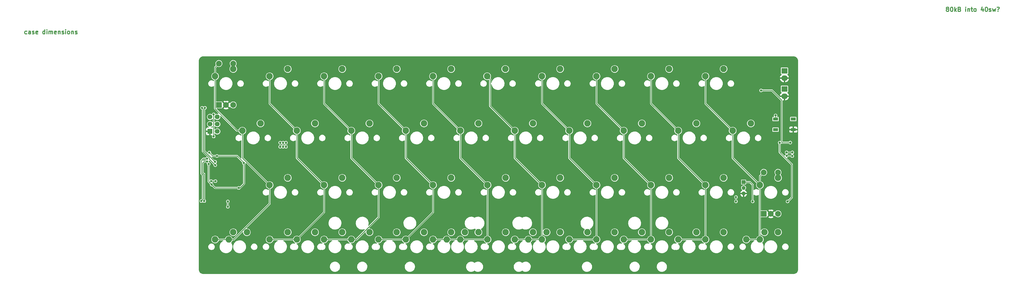
<source format=gbr>
%TF.GenerationSoftware,KiCad,Pcbnew,(6.0.7)*%
%TF.CreationDate,2022-12-24T21:51:58+01:00*%
%TF.ProjectId,Didaktik multilayout,44696461-6b74-4696-9b20-6d756c74696c,rev?*%
%TF.SameCoordinates,Original*%
%TF.FileFunction,Copper,L1,Top*%
%TF.FilePolarity,Positive*%
%FSLAX46Y46*%
G04 Gerber Fmt 4.6, Leading zero omitted, Abs format (unit mm)*
G04 Created by KiCad (PCBNEW (6.0.7)) date 2022-12-24 21:51:58*
%MOMM*%
%LPD*%
G01*
G04 APERTURE LIST*
%ADD10C,0.300000*%
%TA.AperFunction,NonConductor*%
%ADD11C,0.300000*%
%TD*%
%TA.AperFunction,ComponentPad*%
%ADD12C,2.250000*%
%TD*%
%TA.AperFunction,ComponentPad*%
%ADD13O,2.159000X1.905000*%
%TD*%
%TA.AperFunction,ComponentPad*%
%ADD14R,2.159000X1.905000*%
%TD*%
%TA.AperFunction,ComponentPad*%
%ADD15R,2.000000X2.000000*%
%TD*%
%TA.AperFunction,ComponentPad*%
%ADD16C,2.000000*%
%TD*%
%TA.AperFunction,SMDPad,CuDef*%
%ADD17R,1.800000X1.100000*%
%TD*%
%TA.AperFunction,ComponentPad*%
%ADD18R,1.350000X1.350000*%
%TD*%
%TA.AperFunction,ComponentPad*%
%ADD19O,1.350000X1.350000*%
%TD*%
%TA.AperFunction,ComponentPad*%
%ADD20C,1.700000*%
%TD*%
%TA.AperFunction,ComponentPad*%
%ADD21R,1.700000X1.700000*%
%TD*%
%TA.AperFunction,ViaPad*%
%ADD22C,0.800000*%
%TD*%
%TA.AperFunction,Conductor*%
%ADD23C,0.250000*%
%TD*%
G04 APERTURE END LIST*
D10*
D11*
X-28367571Y-23848142D02*
X-28510428Y-23919571D01*
X-28796142Y-23919571D01*
X-28939000Y-23848142D01*
X-29010428Y-23776714D01*
X-29081857Y-23633857D01*
X-29081857Y-23205285D01*
X-29010428Y-23062428D01*
X-28939000Y-22991000D01*
X-28796142Y-22919571D01*
X-28510428Y-22919571D01*
X-28367571Y-22991000D01*
X-27081857Y-23919571D02*
X-27081857Y-23133857D01*
X-27153285Y-22991000D01*
X-27296142Y-22919571D01*
X-27581857Y-22919571D01*
X-27724714Y-22991000D01*
X-27081857Y-23848142D02*
X-27224714Y-23919571D01*
X-27581857Y-23919571D01*
X-27724714Y-23848142D01*
X-27796142Y-23705285D01*
X-27796142Y-23562428D01*
X-27724714Y-23419571D01*
X-27581857Y-23348142D01*
X-27224714Y-23348142D01*
X-27081857Y-23276714D01*
X-26439000Y-23848142D02*
X-26296142Y-23919571D01*
X-26010428Y-23919571D01*
X-25867571Y-23848142D01*
X-25796142Y-23705285D01*
X-25796142Y-23633857D01*
X-25867571Y-23491000D01*
X-26010428Y-23419571D01*
X-26224714Y-23419571D01*
X-26367571Y-23348142D01*
X-26439000Y-23205285D01*
X-26439000Y-23133857D01*
X-26367571Y-22991000D01*
X-26224714Y-22919571D01*
X-26010428Y-22919571D01*
X-25867571Y-22991000D01*
X-24581857Y-23848142D02*
X-24724714Y-23919571D01*
X-25010428Y-23919571D01*
X-25153285Y-23848142D01*
X-25224714Y-23705285D01*
X-25224714Y-23133857D01*
X-25153285Y-22991000D01*
X-25010428Y-22919571D01*
X-24724714Y-22919571D01*
X-24581857Y-22991000D01*
X-24510428Y-23133857D01*
X-24510428Y-23276714D01*
X-25224714Y-23419571D01*
X-22081857Y-23919571D02*
X-22081857Y-22419571D01*
X-22081857Y-23848142D02*
X-22224714Y-23919571D01*
X-22510428Y-23919571D01*
X-22653285Y-23848142D01*
X-22724714Y-23776714D01*
X-22796142Y-23633857D01*
X-22796142Y-23205285D01*
X-22724714Y-23062428D01*
X-22653285Y-22991000D01*
X-22510428Y-22919571D01*
X-22224714Y-22919571D01*
X-22081857Y-22991000D01*
X-21367571Y-23919571D02*
X-21367571Y-22919571D01*
X-21367571Y-22419571D02*
X-21439000Y-22491000D01*
X-21367571Y-22562428D01*
X-21296142Y-22491000D01*
X-21367571Y-22419571D01*
X-21367571Y-22562428D01*
X-20653285Y-23919571D02*
X-20653285Y-22919571D01*
X-20653285Y-23062428D02*
X-20581857Y-22991000D01*
X-20439000Y-22919571D01*
X-20224714Y-22919571D01*
X-20081857Y-22991000D01*
X-20010428Y-23133857D01*
X-20010428Y-23919571D01*
X-20010428Y-23133857D02*
X-19939000Y-22991000D01*
X-19796142Y-22919571D01*
X-19581857Y-22919571D01*
X-19439000Y-22991000D01*
X-19367571Y-23133857D01*
X-19367571Y-23919571D01*
X-18081857Y-23848142D02*
X-18224714Y-23919571D01*
X-18510428Y-23919571D01*
X-18653285Y-23848142D01*
X-18724714Y-23705285D01*
X-18724714Y-23133857D01*
X-18653285Y-22991000D01*
X-18510428Y-22919571D01*
X-18224714Y-22919571D01*
X-18081857Y-22991000D01*
X-18010428Y-23133857D01*
X-18010428Y-23276714D01*
X-18724714Y-23419571D01*
X-17367571Y-22919571D02*
X-17367571Y-23919571D01*
X-17367571Y-23062428D02*
X-17296142Y-22991000D01*
X-17153285Y-22919571D01*
X-16939000Y-22919571D01*
X-16796142Y-22991000D01*
X-16724714Y-23133857D01*
X-16724714Y-23919571D01*
X-16081857Y-23848142D02*
X-15939000Y-23919571D01*
X-15653285Y-23919571D01*
X-15510428Y-23848142D01*
X-15439000Y-23705285D01*
X-15439000Y-23633857D01*
X-15510428Y-23491000D01*
X-15653285Y-23419571D01*
X-15867571Y-23419571D01*
X-16010428Y-23348142D01*
X-16081857Y-23205285D01*
X-16081857Y-23133857D01*
X-16010428Y-22991000D01*
X-15867571Y-22919571D01*
X-15653285Y-22919571D01*
X-15510428Y-22991000D01*
X-14796142Y-23919571D02*
X-14796142Y-22919571D01*
X-14796142Y-22419571D02*
X-14867571Y-22491000D01*
X-14796142Y-22562428D01*
X-14724714Y-22491000D01*
X-14796142Y-22419571D01*
X-14796142Y-22562428D01*
X-13867571Y-23919571D02*
X-14010428Y-23848142D01*
X-14081857Y-23776714D01*
X-14153285Y-23633857D01*
X-14153285Y-23205285D01*
X-14081857Y-23062428D01*
X-14010428Y-22991000D01*
X-13867571Y-22919571D01*
X-13653285Y-22919571D01*
X-13510428Y-22991000D01*
X-13439000Y-23062428D01*
X-13367571Y-23205285D01*
X-13367571Y-23633857D01*
X-13439000Y-23776714D01*
X-13510428Y-23848142D01*
X-13653285Y-23919571D01*
X-13867571Y-23919571D01*
X-12724714Y-22919571D02*
X-12724714Y-23919571D01*
X-12724714Y-23062428D02*
X-12653285Y-22991000D01*
X-12510428Y-22919571D01*
X-12296142Y-22919571D01*
X-12153285Y-22991000D01*
X-12081857Y-23133857D01*
X-12081857Y-23919571D01*
X-11439000Y-23848142D02*
X-11296142Y-23919571D01*
X-11010428Y-23919571D01*
X-10867571Y-23848142D01*
X-10796142Y-23705285D01*
X-10796142Y-23633857D01*
X-10867571Y-23491000D01*
X-11010428Y-23419571D01*
X-11224714Y-23419571D01*
X-11367571Y-23348142D01*
X-11439000Y-23205285D01*
X-11439000Y-23133857D01*
X-11367571Y-22991000D01*
X-11224714Y-22919571D01*
X-11010428Y-22919571D01*
X-10867571Y-22991000D01*
D10*
D11*
X293422714Y-15188428D02*
X293279857Y-15117000D01*
X293208428Y-15045571D01*
X293137000Y-14902714D01*
X293137000Y-14831285D01*
X293208428Y-14688428D01*
X293279857Y-14617000D01*
X293422714Y-14545571D01*
X293708428Y-14545571D01*
X293851285Y-14617000D01*
X293922714Y-14688428D01*
X293994142Y-14831285D01*
X293994142Y-14902714D01*
X293922714Y-15045571D01*
X293851285Y-15117000D01*
X293708428Y-15188428D01*
X293422714Y-15188428D01*
X293279857Y-15259857D01*
X293208428Y-15331285D01*
X293137000Y-15474142D01*
X293137000Y-15759857D01*
X293208428Y-15902714D01*
X293279857Y-15974142D01*
X293422714Y-16045571D01*
X293708428Y-16045571D01*
X293851285Y-15974142D01*
X293922714Y-15902714D01*
X293994142Y-15759857D01*
X293994142Y-15474142D01*
X293922714Y-15331285D01*
X293851285Y-15259857D01*
X293708428Y-15188428D01*
X294922714Y-14545571D02*
X295065571Y-14545571D01*
X295208428Y-14617000D01*
X295279857Y-14688428D01*
X295351285Y-14831285D01*
X295422714Y-15117000D01*
X295422714Y-15474142D01*
X295351285Y-15759857D01*
X295279857Y-15902714D01*
X295208428Y-15974142D01*
X295065571Y-16045571D01*
X294922714Y-16045571D01*
X294779857Y-15974142D01*
X294708428Y-15902714D01*
X294637000Y-15759857D01*
X294565571Y-15474142D01*
X294565571Y-15117000D01*
X294637000Y-14831285D01*
X294708428Y-14688428D01*
X294779857Y-14617000D01*
X294922714Y-14545571D01*
X296065571Y-16045571D02*
X296065571Y-14545571D01*
X296208428Y-15474142D02*
X296637000Y-16045571D01*
X296637000Y-15045571D02*
X296065571Y-15617000D01*
X297779857Y-15259857D02*
X297994142Y-15331285D01*
X298065571Y-15402714D01*
X298137000Y-15545571D01*
X298137000Y-15759857D01*
X298065571Y-15902714D01*
X297994142Y-15974142D01*
X297851285Y-16045571D01*
X297279857Y-16045571D01*
X297279857Y-14545571D01*
X297779857Y-14545571D01*
X297922714Y-14617000D01*
X297994142Y-14688428D01*
X298065571Y-14831285D01*
X298065571Y-14974142D01*
X297994142Y-15117000D01*
X297922714Y-15188428D01*
X297779857Y-15259857D01*
X297279857Y-15259857D01*
X299922714Y-16045571D02*
X299922714Y-15045571D01*
X299922714Y-14545571D02*
X299851285Y-14617000D01*
X299922714Y-14688428D01*
X299994142Y-14617000D01*
X299922714Y-14545571D01*
X299922714Y-14688428D01*
X300637000Y-15045571D02*
X300637000Y-16045571D01*
X300637000Y-15188428D02*
X300708428Y-15117000D01*
X300851285Y-15045571D01*
X301065571Y-15045571D01*
X301208428Y-15117000D01*
X301279857Y-15259857D01*
X301279857Y-16045571D01*
X301779857Y-15045571D02*
X302351285Y-15045571D01*
X301994142Y-14545571D02*
X301994142Y-15831285D01*
X302065571Y-15974142D01*
X302208428Y-16045571D01*
X302351285Y-16045571D01*
X303065571Y-16045571D02*
X302922714Y-15974142D01*
X302851285Y-15902714D01*
X302779857Y-15759857D01*
X302779857Y-15331285D01*
X302851285Y-15188428D01*
X302922714Y-15117000D01*
X303065571Y-15045571D01*
X303279857Y-15045571D01*
X303422714Y-15117000D01*
X303494142Y-15188428D01*
X303565571Y-15331285D01*
X303565571Y-15759857D01*
X303494142Y-15902714D01*
X303422714Y-15974142D01*
X303279857Y-16045571D01*
X303065571Y-16045571D01*
X305994142Y-15045571D02*
X305994142Y-16045571D01*
X305637000Y-14474142D02*
X305279857Y-15545571D01*
X306208428Y-15545571D01*
X307065571Y-14545571D02*
X307208428Y-14545571D01*
X307351285Y-14617000D01*
X307422714Y-14688428D01*
X307494142Y-14831285D01*
X307565571Y-15117000D01*
X307565571Y-15474142D01*
X307494142Y-15759857D01*
X307422714Y-15902714D01*
X307351285Y-15974142D01*
X307208428Y-16045571D01*
X307065571Y-16045571D01*
X306922714Y-15974142D01*
X306851285Y-15902714D01*
X306779857Y-15759857D01*
X306708428Y-15474142D01*
X306708428Y-15117000D01*
X306779857Y-14831285D01*
X306851285Y-14688428D01*
X306922714Y-14617000D01*
X307065571Y-14545571D01*
X308137000Y-15974142D02*
X308279857Y-16045571D01*
X308565571Y-16045571D01*
X308708428Y-15974142D01*
X308779857Y-15831285D01*
X308779857Y-15759857D01*
X308708428Y-15617000D01*
X308565571Y-15545571D01*
X308351285Y-15545571D01*
X308208428Y-15474142D01*
X308137000Y-15331285D01*
X308137000Y-15259857D01*
X308208428Y-15117000D01*
X308351285Y-15045571D01*
X308565571Y-15045571D01*
X308708428Y-15117000D01*
X309279857Y-15045571D02*
X309565571Y-16045571D01*
X309851285Y-15331285D01*
X310137000Y-16045571D01*
X310422714Y-15045571D01*
X311208428Y-15902714D02*
X311279857Y-15974142D01*
X311208428Y-16045571D01*
X311137000Y-15974142D01*
X311208428Y-15902714D01*
X311208428Y-16045571D01*
X310922714Y-14617000D02*
X311065571Y-14545571D01*
X311422714Y-14545571D01*
X311565571Y-14617000D01*
X311637000Y-14759857D01*
X311637000Y-14902714D01*
X311565571Y-15045571D01*
X311494142Y-15117000D01*
X311351285Y-15188428D01*
X311279857Y-15259857D01*
X311208428Y-15402714D01*
X311208428Y-15474142D01*
D12*
%TO.P,SW33,1,1*%
%TO.N,COL2*%
X85090000Y-95885000D03*
%TO.P,SW33,2,2*%
%TO.N,Net-(D12-Pad2)*%
X91440000Y-93345000D03*
%TD*%
%TO.P,SW15,1,1*%
%TO.N,COL4*%
X123190000Y-57785000D03*
%TO.P,SW15,2,2*%
%TO.N,Net-(D18-Pad2)*%
X129540000Y-55245000D03*
%TD*%
%TO.P,SW36c1,1,1*%
%TO.N,COL4*%
X132715000Y-95885000D03*
%TO.P,SW36c1,2,2*%
%TO.N,Net-(D20-Pad2)*%
X139065000Y-93345000D03*
%TD*%
%TO.P,SW7,1,1*%
%TO.N,COL6*%
X151765000Y-38735000D03*
%TO.P,SW7,2,2*%
%TO.N,Net-(D26-Pad2)*%
X158115000Y-36195000D03*
%TD*%
%TO.P,SW27,1,1*%
%TO.N,COL6*%
X170815000Y-76835000D03*
%TO.P,SW27,2,2*%
%TO.N,Net-(D28-Pad2)*%
X177165000Y-74295000D03*
%TD*%
%TO.P,SW34b1,1,1*%
%TO.N,COL3*%
X104140000Y-95885000D03*
%TO.P,SW34b1,2,2*%
%TO.N,Net-(D16-Pad2)*%
X110490000Y-93345000D03*
%TD*%
%TO.P,SW14,1,1*%
%TO.N,COL3*%
X104140000Y-57785000D03*
%TO.P,SW14,2,2*%
%TO.N,Net-(D14-Pad2)*%
X110490000Y-55245000D03*
%TD*%
%TO.P,SW33a1,1,1*%
%TO.N,COL2*%
X75565000Y-95885000D03*
%TO.P,SW33a1,2,2*%
%TO.N,Net-(D12-Pad2)*%
X81915000Y-93345000D03*
%TD*%
%TO.P,SW9,1,1*%
%TO.N,COL8*%
X189865000Y-38735000D03*
%TO.P,SW9,2,2*%
%TO.N,Net-(D34-Pad2)*%
X196215000Y-36195000D03*
%TD*%
D13*
%TO.P,D42,1,K*%
%TO.N,GND*%
X236537500Y-45720000D03*
D14*
%TO.P,D42,2,A*%
%TO.N,Net-(D42-Pad2)*%
X236537500Y-43180000D03*
%TD*%
D12*
%TO.P,SW29,1,1*%
%TO.N,COL8*%
X208915000Y-76835000D03*
%TO.P,SW29,2,2*%
%TO.N,Net-(D36-Pad2)*%
X215265000Y-74295000D03*
%TD*%
%TO.P,SW8,1,1*%
%TO.N,COL7*%
X170815000Y-38735000D03*
%TO.P,SW8,2,2*%
%TO.N,Net-(D30-Pad2)*%
X177165000Y-36195000D03*
%TD*%
%TO.P,SW35b1,1,1*%
%TO.N,COL4*%
X113665000Y-95885000D03*
%TO.P,SW35b1,2,2*%
%TO.N,Net-(D20-Pad2)*%
X120015000Y-93345000D03*
%TD*%
%TO.P,SW2,1,1*%
%TO.N,COL1*%
X56515000Y-38735000D03*
%TO.P,SW2,2,2*%
%TO.N,Net-(D5-Pad2)*%
X62865000Y-36195000D03*
%TD*%
%TO.P,SW34,1,1*%
%TO.N,COL3*%
X104140000Y-95885000D03*
%TO.P,SW34,2,2*%
%TO.N,Net-(D16-Pad2)*%
X110490000Y-93345000D03*
%TD*%
%TO.P,SW24,1,1*%
%TO.N,COL3*%
X113665000Y-76835000D03*
%TO.P,SW24,2,2*%
%TO.N,Net-(D15-Pad2)*%
X120015000Y-74295000D03*
%TD*%
%TO.P,SW31,1,1*%
%TO.N,COL0*%
X42227500Y-95885000D03*
%TO.P,SW31,2,2*%
%TO.N,Net-(D4-Pad2)*%
X48577500Y-93345000D03*
%TD*%
%TO.P,SW37a1,1,1*%
%TO.N,COL6*%
X170815000Y-95885000D03*
%TO.P,SW37a1,2,2*%
%TO.N,Net-(D29-Pad2)*%
X177165000Y-93345000D03*
%TD*%
%TO.P,SW20,1,1*%
%TO.N,COL9*%
X218440000Y-57785000D03*
%TO.P,SW20,2,2*%
%TO.N,Net-(D39-Pad2)*%
X224790000Y-55245000D03*
%TD*%
%TO.P,SW5,1,1*%
%TO.N,COL4*%
X113665000Y-38735000D03*
%TO.P,SW5,2,2*%
%TO.N,Net-(D17-Pad2)*%
X120015000Y-36195000D03*
%TD*%
%TO.P,SW40a1,1,1*%
%TO.N,COL9*%
X227965000Y-95885000D03*
%TO.P,SW40a1,2,2*%
%TO.N,Net-(D41-Pad2)*%
X234315000Y-93345000D03*
%TD*%
%TO.P,SW35,1,1*%
%TO.N,COL4*%
X123190000Y-95885000D03*
%TO.P,SW35,2,2*%
%TO.N,Net-(D20-Pad2)*%
X129540000Y-93345000D03*
%TD*%
%TO.P,SW31a1,1,1*%
%TO.N,COL0*%
X37465000Y-95885000D03*
%TO.P,SW31a1,2,2*%
%TO.N,Net-(D4-Pad2)*%
X43815000Y-93345000D03*
%TD*%
%TO.P,SW38,1,1*%
%TO.N,COL7*%
X180340000Y-95885000D03*
%TO.P,SW38,2,2*%
%TO.N,Net-(D33-Pad2)*%
X186690000Y-93345000D03*
%TD*%
%TO.P,SW12,1,1*%
%TO.N,COL1*%
X66040000Y-57785000D03*
%TO.P,SW12,2,2*%
%TO.N,Net-(D6-Pad2)*%
X72390000Y-55245000D03*
%TD*%
%TO.P,SW22,1,1*%
%TO.N,COL1*%
X75565000Y-76835000D03*
%TO.P,SW22,2,2*%
%TO.N,Net-(D7-Pad2)*%
X81915000Y-74295000D03*
%TD*%
%TO.P,SW36a1,1,1*%
%TO.N,COL5*%
X147002500Y-95885000D03*
%TO.P,SW36a1,2,2*%
%TO.N,Net-(D24-Pad2)*%
X153352500Y-93345000D03*
%TD*%
%TO.P,SW36b1,1,1*%
%TO.N,COL5*%
X151765000Y-95885000D03*
%TO.P,SW36b1,2,2*%
%TO.N,Net-(D24-Pad2)*%
X158115000Y-93345000D03*
%TD*%
%TO.P,SW10,1,1*%
%TO.N,COL9*%
X208915000Y-38735000D03*
%TO.P,SW10,2,2*%
%TO.N,Net-(D38-Pad2)*%
X215265000Y-36195000D03*
%TD*%
D13*
%TO.P,D43,1,K*%
%TO.N,GND*%
X236537500Y-39370000D03*
D14*
%TO.P,D43,2,A*%
%TO.N,Net-(D43-Pad2)*%
X236537500Y-36830000D03*
%TD*%
D12*
%TO.P,SW35c1,1,1*%
%TO.N,COL4*%
X132715000Y-95885000D03*
%TO.P,SW35c1,2,2*%
%TO.N,Net-(D20-Pad2)*%
X139065000Y-93345000D03*
%TD*%
%TO.P,SW6,1,1*%
%TO.N,COL5*%
X132588000Y-38735000D03*
%TO.P,SW6,2,2*%
%TO.N,Net-(D21-Pad2)*%
X138938000Y-36195000D03*
%TD*%
%TO.P,SW19,1,1*%
%TO.N,COL8*%
X199390000Y-57785000D03*
%TO.P,SW19,2,2*%
%TO.N,Net-(D35-Pad2)*%
X205740000Y-55245000D03*
%TD*%
%TO.P,SW3,1,1*%
%TO.N,COL2*%
X75565000Y-38735000D03*
%TO.P,SW3,2,2*%
%TO.N,Net-(D9-Pad2)*%
X81915000Y-36195000D03*
%TD*%
%TO.P,SW17,1,1*%
%TO.N,COL6*%
X161290000Y-57785000D03*
%TO.P,SW17,2,2*%
%TO.N,Net-(D27-Pad2)*%
X167640000Y-55245000D03*
%TD*%
%TO.P,SW39,1,1*%
%TO.N,COL8*%
X199390000Y-95885000D03*
%TO.P,SW39,2,2*%
%TO.N,Net-(D37-Pad2)*%
X205740000Y-93345000D03*
%TD*%
%TO.P,SW11,1,1*%
%TO.N,COL0*%
X46990000Y-57785000D03*
%TO.P,SW11,2,2*%
%TO.N,Net-(D2-Pad2)*%
X53340000Y-55245000D03*
%TD*%
%TO.P,SW21,1,1*%
%TO.N,COL0*%
X56515000Y-76835000D03*
%TO.P,SW21,2,2*%
%TO.N,Net-(D3-Pad2)*%
X62865000Y-74295000D03*
%TD*%
%TO.P,SW16,1,1*%
%TO.N,COL5*%
X142240000Y-57785000D03*
%TO.P,SW16,2,2*%
%TO.N,Net-(D22-Pad2)*%
X148590000Y-55245000D03*
%TD*%
%TO.P,SW18,1,1*%
%TO.N,COL7*%
X180340000Y-57785000D03*
%TO.P,SW18,2,2*%
%TO.N,Net-(D31-Pad2)*%
X186690000Y-55245000D03*
%TD*%
D15*
%TO.P,SW42,A,A*%
%TO.N,ROTARY_C*%
X229275000Y-86875000D03*
D16*
%TO.P,SW42,B,B*%
%TO.N,ROTARY_D*%
X234275000Y-86875000D03*
%TO.P,SW42,C,C*%
%TO.N,GND*%
X231775000Y-86875000D03*
%TO.P,SW42,S1,S1*%
%TO.N,Net-(D40-Pad2)*%
X234275000Y-72375000D03*
%TO.P,SW42,S2,S2*%
%TO.N,COL9*%
X229275000Y-72375000D03*
%TD*%
D12*
%TO.P,SW32a1,1,1*%
%TO.N,COL1*%
X56515000Y-95885000D03*
%TO.P,SW32a1,2,2*%
%TO.N,Net-(D8-Pad2)*%
X62865000Y-93345000D03*
%TD*%
%TO.P,SW37b1,1,1*%
%TO.N,COL6*%
X161290000Y-95885000D03*
%TO.P,SW37b1,2,2*%
%TO.N,Net-(D29-Pad2)*%
X167640000Y-93345000D03*
%TD*%
%TO.P,SW34a1,1,1*%
%TO.N,COL3*%
X94615000Y-95885000D03*
%TO.P,SW34a1,2,2*%
%TO.N,Net-(D16-Pad2)*%
X100965000Y-93345000D03*
%TD*%
%TO.P,SW36,1,1*%
%TO.N,COL5*%
X142240000Y-95885000D03*
%TO.P,SW36,2,2*%
%TO.N,Net-(D24-Pad2)*%
X148590000Y-93345000D03*
%TD*%
%TO.P,SW28,1,1*%
%TO.N,COL7*%
X189865000Y-76835000D03*
%TO.P,SW28,2,2*%
%TO.N,Net-(D32-Pad2)*%
X196215000Y-74295000D03*
%TD*%
%TO.P,SW1,1,1*%
%TO.N,COL0*%
X37465000Y-38735000D03*
%TO.P,SW1,2,2*%
%TO.N,Net-(D1-Pad2)*%
X43815000Y-36195000D03*
%TD*%
%TO.P,SW40,1,1*%
%TO.N,COL9*%
X223202500Y-95885000D03*
%TO.P,SW40,2,2*%
%TO.N,Net-(D41-Pad2)*%
X229552500Y-93345000D03*
%TD*%
D17*
%TO.P,SW_Reset1,1,1*%
%TO.N,GND*%
X239637500Y-57412500D03*
%TO.P,SW_Reset1,2,2*%
%TO.N,RESET*%
X233437500Y-53712500D03*
%TO.P,SW_Reset1,3*%
%TO.N,N/C*%
X239637500Y-53712500D03*
%TO.P,SW_Reset1,4*%
X233437500Y-57412500D03*
%TD*%
D12*
%TO.P,SW39a1,1,1*%
%TO.N,COL8*%
X208915000Y-95885000D03*
%TO.P,SW39a1,2,2*%
%TO.N,Net-(D37-Pad2)*%
X215265000Y-93345000D03*
%TD*%
%TO.P,SW37,1,1*%
%TO.N,COL6*%
X161290000Y-95885000D03*
%TO.P,SW37,2,2*%
%TO.N,Net-(D29-Pad2)*%
X167640000Y-93345000D03*
%TD*%
%TO.P,SW4,1,1*%
%TO.N,COL3*%
X94615000Y-38735000D03*
%TO.P,SW4,2,2*%
%TO.N,Net-(D13-Pad2)*%
X100965000Y-36195000D03*
%TD*%
%TO.P,SW35a1,1,1*%
%TO.N,COL4*%
X118427500Y-95885000D03*
%TO.P,SW35a1,2,2*%
%TO.N,Net-(D20-Pad2)*%
X124777500Y-93345000D03*
%TD*%
%TO.P,SW32,1,1*%
%TO.N,COL1*%
X66040000Y-95885000D03*
%TO.P,SW32,2,2*%
%TO.N,Net-(D8-Pad2)*%
X72390000Y-93345000D03*
%TD*%
%TO.P,SW26,1,1*%
%TO.N,COL5*%
X151765000Y-76835000D03*
%TO.P,SW26,2,2*%
%TO.N,Net-(D23-Pad2)*%
X158115000Y-74295000D03*
%TD*%
%TO.P,SW30,1,1*%
%TO.N,COL9*%
X227965000Y-76835000D03*
%TO.P,SW30,2,2*%
%TO.N,Net-(D40-Pad2)*%
X234315000Y-74295000D03*
%TD*%
%TO.P,SW38a1,1,1*%
%TO.N,COL7*%
X189865000Y-95885000D03*
%TO.P,SW38a1,2,2*%
%TO.N,Net-(D33-Pad2)*%
X196215000Y-93345000D03*
%TD*%
%TO.P,SW13,1,1*%
%TO.N,COL2*%
X85090000Y-57785000D03*
%TO.P,SW13,2,2*%
%TO.N,Net-(D10-Pad2)*%
X91440000Y-55245000D03*
%TD*%
D15*
%TO.P,SW41,A,A*%
%TO.N,ROTARY_A*%
X38775000Y-48775000D03*
D16*
%TO.P,SW41,B,B*%
%TO.N,ROTARY_B*%
X43775000Y-48775000D03*
%TO.P,SW41,C,C*%
%TO.N,GND*%
X41275000Y-48775000D03*
%TO.P,SW41,S1,S1*%
%TO.N,Net-(D1-Pad2)*%
X43775000Y-34275000D03*
%TO.P,SW41,S2,S2*%
%TO.N,COL0*%
X38775000Y-34275000D03*
%TD*%
D12*
%TO.P,SW25,1,1*%
%TO.N,COL4*%
X132715000Y-76835000D03*
%TO.P,SW25,2,2*%
%TO.N,Net-(D19-Pad2)*%
X139065000Y-74295000D03*
%TD*%
%TO.P,SW23,1,1*%
%TO.N,COL2*%
X94615000Y-76835000D03*
%TO.P,SW23,2,2*%
%TO.N,Net-(D11-Pad2)*%
X100965000Y-74295000D03*
%TD*%
D18*
%TO.P,J3,1,Pin_1*%
%TO.N,VCC*%
X222250000Y-75787500D03*
D19*
%TO.P,J3,2,Pin_2*%
%TO.N,RGB*%
X222250000Y-77787500D03*
%TO.P,J3,3,Pin_3*%
%TO.N,GND*%
X222250000Y-79787500D03*
%TD*%
D20*
%TO.P,J2,1,MISO*%
%TO.N,MISO*%
X38227000Y-52959000D03*
%TO.P,J2,2,VCC*%
%TO.N,+5V*%
X35687000Y-52959000D03*
%TO.P,J2,3,SCK*%
%TO.N,SCK*%
X38227000Y-55499000D03*
%TO.P,J2,4,MOSI*%
%TO.N,MOSI*%
X35687000Y-55499000D03*
%TO.P,J2,5,~{RST}*%
%TO.N,RESET*%
X38227000Y-58039000D03*
D21*
%TO.P,J2,6,GND*%
%TO.N,GND*%
X35687000Y-58039000D03*
%TD*%
D22*
%TO.N,MOSI*%
X61230497Y-61969401D03*
X61230497Y-63418401D03*
%TO.N,MISO*%
X62230000Y-63418401D03*
X62230000Y-61969401D03*
%TO.N,LED capslock*%
X237292652Y-66599500D03*
X239299500Y-66675000D03*
%TO.N,LED Power*%
X237280353Y-65405000D03*
X239299500Y-65405000D03*
%TO.N,GND*%
X47244000Y-88900000D03*
X41275000Y-47117000D03*
X239649000Y-58674000D03*
X35877500Y-78577250D03*
X35687000Y-59817000D03*
X49407299Y-68702701D03*
X49022000Y-75438000D03*
X231775000Y-85090000D03*
X232492031Y-36599980D03*
X236534647Y-41127157D03*
X33865500Y-70953717D03*
X33881233Y-72103618D03*
X44831000Y-79375000D03*
X228346000Y-47498000D03*
X236537500Y-47476835D03*
X224282000Y-79756000D03*
%TO.N,+5V*%
X35246463Y-69442014D03*
X45720000Y-77851000D03*
X36258500Y-76672250D03*
X35433000Y-65432750D03*
X38114235Y-66667544D03*
X47498500Y-69114000D03*
%TO.N,ROTARY_A*%
X33909000Y-49784000D03*
X37465000Y-68707000D03*
%TO.N,Net-(U1-Pad1)*%
X41910000Y-82540500D03*
X36071424Y-75460576D03*
X41910000Y-84439500D03*
X37592000Y-75438000D03*
%TO.N,VCC*%
X234874569Y-61991086D03*
X225425000Y-82540500D03*
X237617000Y-82550000D03*
%TO.N,SCK*%
X60231020Y-63425536D03*
X60230994Y-61969401D03*
%TO.N,ROTARY_C*%
X32639000Y-82423000D03*
X34671000Y-67580497D03*
%TO.N,ROW0*%
X238584761Y-61957910D03*
X228346000Y-43688000D03*
%TO.N,RESET*%
X36957000Y-52098000D03*
X233437500Y-52462500D03*
X36957000Y-59817000D03*
%TO.N,ROTARY_B*%
X37496500Y-69850000D03*
X32893000Y-49784000D03*
%TO.N,ROTARY_D*%
X34671000Y-68580000D03*
X33655000Y-82423000D03*
%TO.N,RGB*%
X219583000Y-82540500D03*
X219583000Y-81019401D03*
%TD*%
D23*
%TO.N,COL0*%
X56515000Y-83356890D02*
X43986890Y-95885000D01*
X37465000Y-35585000D02*
X37465000Y-38735000D01*
X38775000Y-34275000D02*
X37465000Y-35585000D01*
X46990000Y-57785000D02*
X45135000Y-57785000D01*
X46990000Y-57785000D02*
X46990000Y-67310000D01*
X56515000Y-76835000D02*
X56515000Y-83356890D01*
X45135000Y-57785000D02*
X37450000Y-50100000D01*
X37450000Y-50100000D02*
X37450000Y-38750000D01*
X42227500Y-95885000D02*
X37465000Y-95885000D01*
X43986890Y-95885000D02*
X42227500Y-95885000D01*
X46990000Y-67310000D02*
X56515000Y-76835000D01*
X37450000Y-38750000D02*
X37465000Y-38735000D01*
%TO.N,COL1*%
X75565000Y-86360000D02*
X66040000Y-95885000D01*
X56515000Y-48260000D02*
X66040000Y-57785000D01*
X66040000Y-57785000D02*
X66040000Y-67310000D01*
X56515000Y-38735000D02*
X56515000Y-48260000D01*
X66040000Y-67310000D02*
X75565000Y-76835000D01*
X66040000Y-95885000D02*
X56515000Y-95885000D01*
X75565000Y-76835000D02*
X75565000Y-86360000D01*
%TO.N,COL3*%
X104140000Y-95885000D02*
X94615000Y-95885000D01*
X113665000Y-86360000D02*
X104140000Y-95885000D01*
X94615000Y-38735000D02*
X94615000Y-48260000D01*
X104140000Y-67310000D02*
X113665000Y-76835000D01*
X94615000Y-48260000D02*
X104140000Y-57785000D01*
X113665000Y-76835000D02*
X113665000Y-86360000D01*
X104140000Y-57785000D02*
X104140000Y-67310000D01*
%TO.N,COL4*%
X123190000Y-67310000D02*
X132715000Y-76835000D01*
X113665000Y-38735000D02*
X113665000Y-48260000D01*
X132715000Y-95885000D02*
X123190000Y-95885000D01*
X132715000Y-76835000D02*
X132715000Y-95885000D01*
X113665000Y-48260000D02*
X123190000Y-57785000D01*
X118427500Y-95885000D02*
X113665000Y-95885000D01*
X123190000Y-95885000D02*
X118427500Y-95885000D01*
X123190000Y-57785000D02*
X123190000Y-67310000D01*
%TO.N,MOSI*%
X61230497Y-61969401D02*
X61230497Y-63418401D01*
%TO.N,MISO*%
X62230000Y-61969401D02*
X62230000Y-63418401D01*
%TO.N,LED capslock*%
X239224000Y-66599500D02*
X239299500Y-66675000D01*
X237292652Y-66599500D02*
X239224000Y-66599500D01*
%TO.N,LED Power*%
X237280353Y-65405000D02*
X239299500Y-65405000D01*
%TO.N,GND*%
X239637500Y-57412500D02*
X239637500Y-58662500D01*
X239637500Y-58662500D02*
X239649000Y-58674000D01*
%TO.N,+5V*%
X35242500Y-69445977D02*
X35246463Y-69442014D01*
X46164500Y-77815250D02*
X47561500Y-76418250D01*
X36639500Y-66639250D02*
X35433000Y-65432750D01*
X38142529Y-66639250D02*
X38114235Y-66667544D01*
X47498500Y-69114000D02*
X47499750Y-69114000D01*
X47499750Y-69114000D02*
X47561500Y-69052250D01*
X35242500Y-70167500D02*
X35242500Y-69445977D01*
X38671500Y-66639250D02*
X38142529Y-66639250D01*
X45402500Y-77815250D02*
X46164500Y-77815250D01*
X37401500Y-77815250D02*
X46164500Y-77815250D01*
X47561500Y-76418250D02*
X47561500Y-69052250D01*
X35242500Y-70167500D02*
X35242500Y-75656250D01*
X47561500Y-69052250D02*
X45148500Y-66639250D01*
X35242500Y-75656250D02*
X37401500Y-77815250D01*
X45148500Y-66639250D02*
X38671500Y-66639250D01*
X38671500Y-66639250D02*
X36639500Y-66639250D01*
%TO.N,ROTARY_A*%
X37465000Y-68707000D02*
X33655000Y-64897000D01*
X33655000Y-64897000D02*
X33655000Y-50038000D01*
X33655000Y-50038000D02*
X33909000Y-49784000D01*
%TO.N,COL5*%
X151765000Y-95885000D02*
X147002500Y-95885000D01*
X133603535Y-39750535D02*
X133603535Y-49148535D01*
X142240000Y-67310000D02*
X151765000Y-76835000D01*
X142240000Y-57785000D02*
X142240000Y-67310000D01*
X133603535Y-49148535D02*
X142240000Y-57785000D01*
X151765000Y-76835000D02*
X151765000Y-95885000D01*
X132588000Y-38735000D02*
X133603535Y-39750535D01*
X147002500Y-95885000D02*
X142240000Y-95885000D01*
%TO.N,COL6*%
X151765000Y-48260000D02*
X161290000Y-57785000D01*
X151765000Y-38735000D02*
X151765000Y-48260000D01*
X161290000Y-67310000D02*
X170815000Y-76835000D01*
X170815000Y-76835000D02*
X170815000Y-95885000D01*
X161290000Y-57785000D02*
X161290000Y-67310000D01*
X170815000Y-95885000D02*
X161290000Y-95885000D01*
%TO.N,Net-(U1-Pad1)*%
X41910000Y-82540500D02*
X41910000Y-84439500D01*
X36094000Y-75438000D02*
X36071424Y-75460576D01*
X37592000Y-75438000D02*
X36094000Y-75438000D01*
%TO.N,VCC*%
X225425000Y-76708000D02*
X225425000Y-82540500D01*
X222250000Y-75787500D02*
X224504500Y-75787500D01*
X234868223Y-65323223D02*
X234868223Y-63462500D01*
X234874569Y-61991086D02*
X234874569Y-63456154D01*
X237617000Y-82550000D02*
X237723500Y-82550000D01*
X239140535Y-69595535D02*
X234868223Y-65323223D01*
X239140535Y-81132965D02*
X239140535Y-69595535D01*
X237723500Y-82550000D02*
X239140535Y-81132965D01*
X224504500Y-75787500D02*
X225425000Y-76708000D01*
X234874569Y-63456154D02*
X234868223Y-63462500D01*
%TO.N,SCK*%
X60230994Y-61969401D02*
X60230994Y-63425510D01*
X60230994Y-63425510D02*
X60231020Y-63425536D01*
%TO.N,ROTARY_C*%
X33205000Y-81730000D02*
X32639000Y-82296000D01*
X32700104Y-72846500D02*
X33205000Y-73351396D01*
X33205000Y-73351396D02*
X33205000Y-81730000D01*
X32639000Y-82296000D02*
X32639000Y-82423000D01*
X34671000Y-67580497D02*
X33384503Y-67580497D01*
X33384503Y-67580497D02*
X32690500Y-68274500D01*
X32690500Y-68274500D02*
X32690500Y-72846500D01*
X32690500Y-72846500D02*
X32700104Y-72846500D01*
%TO.N,COL7*%
X189865000Y-95885000D02*
X180340000Y-95885000D01*
X170815000Y-38735000D02*
X170815000Y-48260000D01*
X180340000Y-67310000D02*
X189865000Y-76835000D01*
X189865000Y-76835000D02*
X189865000Y-95885000D01*
X170815000Y-48260000D02*
X180340000Y-57785000D01*
X180340000Y-57785000D02*
X180340000Y-67310000D01*
%TO.N,COL8*%
X199390000Y-57785000D02*
X199390000Y-67310000D01*
X189865000Y-48260000D02*
X199390000Y-57785000D01*
X189865000Y-38735000D02*
X189865000Y-48260000D01*
X199390000Y-67310000D02*
X208915000Y-76835000D01*
X208915000Y-95885000D02*
X199390000Y-95885000D01*
X208915000Y-76835000D02*
X208915000Y-95885000D01*
%TO.N,COL9*%
X227965000Y-76835000D02*
X227950000Y-76850000D01*
X227950000Y-95870000D02*
X227965000Y-95885000D01*
X227950000Y-76850000D02*
X227950000Y-95870000D01*
X229275000Y-72375000D02*
X227965000Y-73685000D01*
X208915000Y-38735000D02*
X208915000Y-48260000D01*
X227965000Y-95885000D02*
X223202500Y-95885000D01*
X218440000Y-67310000D02*
X227965000Y-76835000D01*
X227965000Y-73685000D02*
X227965000Y-76835000D01*
X218440000Y-57785000D02*
X218440000Y-67310000D01*
X208915000Y-48260000D02*
X218440000Y-57785000D01*
%TO.N,ROW0*%
X232156000Y-43688000D02*
X235585000Y-47117000D01*
X235706687Y-61970687D02*
X238571984Y-61970687D01*
X235585000Y-61849000D02*
X235706687Y-61970687D01*
X238571984Y-61970687D02*
X238584761Y-61957910D01*
X228346000Y-43688000D02*
X232156000Y-43688000D01*
X235585000Y-47117000D02*
X235585000Y-61849000D01*
%TO.N,RESET*%
X233437500Y-53712500D02*
X233437500Y-52462500D01*
X36957000Y-52098000D02*
X36957000Y-59817000D01*
%TO.N,COL2*%
X85090000Y-95885000D02*
X75565000Y-95885000D01*
X86849390Y-95885000D02*
X85090000Y-95885000D01*
X85090000Y-67310000D02*
X94615000Y-76835000D01*
X94615000Y-88119390D02*
X86849390Y-95885000D01*
X94615000Y-76835000D02*
X94615000Y-88119390D01*
X75565000Y-38735000D02*
X75565000Y-48260000D01*
X75565000Y-48260000D02*
X85090000Y-57785000D01*
X85090000Y-57785000D02*
X85090000Y-67310000D01*
%TO.N,ROTARY_B*%
X34917808Y-66802000D02*
X33205000Y-65089192D01*
X37496500Y-69850000D02*
X35396000Y-67749500D01*
X33205000Y-50096000D02*
X32893000Y-49784000D01*
X33205000Y-63754000D02*
X33205000Y-50800000D01*
X33205000Y-64389000D02*
X33205000Y-63754000D01*
X35396000Y-67749500D02*
X35396000Y-67280192D01*
X33205000Y-50800000D02*
X33205000Y-50096000D01*
X35396000Y-67280192D02*
X34917808Y-66802000D01*
X33205000Y-65089192D02*
X33205000Y-64389000D01*
%TO.N,ROTARY_D*%
X33140500Y-69094500D02*
X33140500Y-72650500D01*
X33655000Y-72898000D02*
X33655000Y-82423000D01*
X33655000Y-68580000D02*
X33140500Y-69094500D01*
X33140500Y-72650500D02*
X33388000Y-72898000D01*
X33388000Y-72898000D02*
X33655000Y-72898000D01*
X34671000Y-68580000D02*
X33655000Y-68580000D01*
%TO.N,RGB*%
X219583000Y-81915000D02*
X219583000Y-81019401D01*
X219583000Y-82540500D02*
X219583000Y-81915000D01*
%TD*%
%TA.AperFunction,Conductor*%
%TO.N,GND*%
G36*
X239716989Y-31751321D02*
G01*
X239851237Y-31760923D01*
X239852133Y-31760990D01*
X239934231Y-31767451D01*
X239951129Y-31769943D01*
X240070846Y-31795986D01*
X240073477Y-31796587D01*
X240121668Y-31808156D01*
X240166837Y-31819001D01*
X240181454Y-31823464D01*
X240293750Y-31865349D01*
X240297934Y-31866995D01*
X240388984Y-31904708D01*
X240401153Y-31910530D01*
X240505443Y-31967477D01*
X240510892Y-31970631D01*
X240595730Y-32022620D01*
X240605405Y-32029185D01*
X240700150Y-32100111D01*
X240706470Y-32105167D01*
X240782415Y-32170029D01*
X240789680Y-32176746D01*
X240873254Y-32260320D01*
X240879971Y-32267585D01*
X240944833Y-32343530D01*
X240949889Y-32349850D01*
X241020815Y-32444595D01*
X241027380Y-32454270D01*
X241079369Y-32539108D01*
X241082523Y-32544557D01*
X241139470Y-32648847D01*
X241145292Y-32661016D01*
X241183005Y-32752066D01*
X241184651Y-32756250D01*
X241226536Y-32868546D01*
X241231000Y-32883165D01*
X241253413Y-32976523D01*
X241254014Y-32979154D01*
X241280057Y-33098871D01*
X241282549Y-33115769D01*
X241289010Y-33197867D01*
X241289077Y-33198763D01*
X241298679Y-33333011D01*
X241299000Y-33342000D01*
X241299000Y-106358000D01*
X241298679Y-106366989D01*
X241289077Y-106501237D01*
X241289010Y-106502133D01*
X241282549Y-106584231D01*
X241280057Y-106601129D01*
X241254014Y-106720846D01*
X241253413Y-106723477D01*
X241231000Y-106816835D01*
X241226536Y-106831454D01*
X241184651Y-106943750D01*
X241183005Y-106947934D01*
X241145292Y-107038984D01*
X241139470Y-107051153D01*
X241082523Y-107155443D01*
X241079369Y-107160892D01*
X241027380Y-107245730D01*
X241020815Y-107255405D01*
X240949889Y-107350150D01*
X240944833Y-107356470D01*
X240879971Y-107432415D01*
X240873254Y-107439680D01*
X240789680Y-107523254D01*
X240782415Y-107529971D01*
X240706470Y-107594833D01*
X240700150Y-107599889D01*
X240605405Y-107670815D01*
X240595730Y-107677380D01*
X240510892Y-107729369D01*
X240505443Y-107732523D01*
X240401153Y-107789470D01*
X240388984Y-107795292D01*
X240297934Y-107833005D01*
X240293750Y-107834651D01*
X240181454Y-107876536D01*
X240166837Y-107880999D01*
X240121668Y-107891844D01*
X240073477Y-107903413D01*
X240070846Y-107904014D01*
X239951129Y-107930057D01*
X239934231Y-107932549D01*
X239852133Y-107939010D01*
X239851237Y-107939077D01*
X239716989Y-107948679D01*
X239708000Y-107949000D01*
X33342000Y-107949000D01*
X33333011Y-107948679D01*
X33198763Y-107939077D01*
X33197867Y-107939010D01*
X33115769Y-107932549D01*
X33098871Y-107930057D01*
X32979154Y-107904014D01*
X32976523Y-107903413D01*
X32928332Y-107891844D01*
X32883163Y-107880999D01*
X32868546Y-107876536D01*
X32756250Y-107834651D01*
X32752066Y-107833005D01*
X32661016Y-107795292D01*
X32648847Y-107789470D01*
X32544557Y-107732523D01*
X32539108Y-107729369D01*
X32454270Y-107677380D01*
X32444595Y-107670815D01*
X32349850Y-107599889D01*
X32343530Y-107594833D01*
X32267585Y-107529971D01*
X32260320Y-107523254D01*
X32176746Y-107439680D01*
X32170029Y-107432415D01*
X32105167Y-107356470D01*
X32100111Y-107350150D01*
X32029185Y-107255405D01*
X32022620Y-107245730D01*
X31970631Y-107160892D01*
X31967477Y-107155443D01*
X31910530Y-107051153D01*
X31904708Y-107038984D01*
X31866995Y-106947934D01*
X31865349Y-106943750D01*
X31823464Y-106831454D01*
X31819000Y-106816835D01*
X31796587Y-106723477D01*
X31795986Y-106720846D01*
X31769943Y-106601129D01*
X31767451Y-106584231D01*
X31760990Y-106502133D01*
X31760923Y-106501237D01*
X31751321Y-106366989D01*
X31751000Y-106358000D01*
X31751000Y-105518634D01*
X77598843Y-105518634D01*
X77634410Y-105779974D01*
X77708214Y-106033186D01*
X77818635Y-106272707D01*
X77821198Y-106276616D01*
X77960681Y-106489363D01*
X77960685Y-106489368D01*
X77963247Y-106493276D01*
X78138872Y-106690048D01*
X78341653Y-106858699D01*
X78389236Y-106887573D01*
X78563138Y-106993100D01*
X78563143Y-106993102D01*
X78567135Y-106995525D01*
X78810364Y-107097519D01*
X79065997Y-107162442D01*
X79250076Y-107180977D01*
X79281920Y-107184184D01*
X79281921Y-107184184D01*
X79285059Y-107184500D01*
X79441960Y-107184500D01*
X79444285Y-107184327D01*
X79444291Y-107184327D01*
X79633371Y-107170276D01*
X79633375Y-107170275D01*
X79638023Y-107169930D01*
X79642571Y-107168901D01*
X79642577Y-107168900D01*
X79830606Y-107126353D01*
X79895268Y-107111721D01*
X79931789Y-107097519D01*
X80136726Y-107017824D01*
X80136729Y-107017822D01*
X80141084Y-107016129D01*
X80145138Y-107013812D01*
X80145142Y-107013810D01*
X80267720Y-106943750D01*
X80370070Y-106885252D01*
X80577197Y-106721967D01*
X80757913Y-106529861D01*
X80760579Y-106526018D01*
X80905586Y-106316990D01*
X80905589Y-106316985D01*
X80908248Y-106313152D01*
X81024901Y-106076603D01*
X81105309Y-105825410D01*
X81147705Y-105565092D01*
X81148313Y-105518634D01*
X87123843Y-105518634D01*
X87159410Y-105779974D01*
X87233214Y-106033186D01*
X87343635Y-106272707D01*
X87346198Y-106276616D01*
X87485681Y-106489363D01*
X87485685Y-106489368D01*
X87488247Y-106493276D01*
X87663872Y-106690048D01*
X87866653Y-106858699D01*
X87914236Y-106887573D01*
X88088138Y-106993100D01*
X88088143Y-106993102D01*
X88092135Y-106995525D01*
X88335364Y-107097519D01*
X88590997Y-107162442D01*
X88775076Y-107180977D01*
X88806920Y-107184184D01*
X88806921Y-107184184D01*
X88810059Y-107184500D01*
X88966960Y-107184500D01*
X88969285Y-107184327D01*
X88969291Y-107184327D01*
X89158371Y-107170276D01*
X89158375Y-107170275D01*
X89163023Y-107169930D01*
X89167571Y-107168901D01*
X89167577Y-107168900D01*
X89355606Y-107126353D01*
X89420268Y-107111721D01*
X89456789Y-107097519D01*
X89661726Y-107017824D01*
X89661729Y-107017822D01*
X89666084Y-107016129D01*
X89670138Y-107013812D01*
X89670142Y-107013810D01*
X89792720Y-106943750D01*
X89895070Y-106885252D01*
X90102197Y-106721967D01*
X90282913Y-106529861D01*
X90285579Y-106526018D01*
X90430586Y-106316990D01*
X90430589Y-106316985D01*
X90433248Y-106313152D01*
X90549901Y-106076603D01*
X90630309Y-105825410D01*
X90672705Y-105565092D01*
X90673313Y-105518634D01*
X103792593Y-105518634D01*
X103828160Y-105779974D01*
X103901964Y-106033186D01*
X104012385Y-106272707D01*
X104014948Y-106276616D01*
X104154431Y-106489363D01*
X104154435Y-106489368D01*
X104156997Y-106493276D01*
X104332622Y-106690048D01*
X104535403Y-106858699D01*
X104582986Y-106887573D01*
X104756888Y-106993100D01*
X104756893Y-106993102D01*
X104760885Y-106995525D01*
X105004114Y-107097519D01*
X105259747Y-107162442D01*
X105443826Y-107180977D01*
X105475670Y-107184184D01*
X105475671Y-107184184D01*
X105478809Y-107184500D01*
X105635710Y-107184500D01*
X105638035Y-107184327D01*
X105638041Y-107184327D01*
X105827121Y-107170276D01*
X105827125Y-107170275D01*
X105831773Y-107169930D01*
X105836321Y-107168901D01*
X105836327Y-107168900D01*
X106024356Y-107126353D01*
X106089018Y-107111721D01*
X106125539Y-107097519D01*
X106330476Y-107017824D01*
X106330479Y-107017822D01*
X106334834Y-107016129D01*
X106338888Y-107013812D01*
X106338892Y-107013810D01*
X106461470Y-106943750D01*
X106563820Y-106885252D01*
X106770947Y-106721967D01*
X106951663Y-106529861D01*
X106954329Y-106526018D01*
X107099336Y-106316990D01*
X107099339Y-106316985D01*
X107101998Y-106313152D01*
X107218651Y-106076603D01*
X107299059Y-105825410D01*
X107341455Y-105565092D01*
X107342063Y-105518634D01*
X125223843Y-105518634D01*
X125259410Y-105779974D01*
X125333214Y-106033186D01*
X125443635Y-106272707D01*
X125446198Y-106276616D01*
X125585681Y-106489363D01*
X125585685Y-106489368D01*
X125588247Y-106493276D01*
X125763872Y-106690048D01*
X125966653Y-106858699D01*
X126014236Y-106887573D01*
X126188138Y-106993100D01*
X126188143Y-106993102D01*
X126192135Y-106995525D01*
X126435364Y-107097519D01*
X126690997Y-107162442D01*
X126875076Y-107180977D01*
X126906920Y-107184184D01*
X126906921Y-107184184D01*
X126910059Y-107184500D01*
X127066960Y-107184500D01*
X127069285Y-107184327D01*
X127069291Y-107184327D01*
X127258371Y-107170276D01*
X127258375Y-107170275D01*
X127263023Y-107169930D01*
X127267571Y-107168901D01*
X127267577Y-107168900D01*
X127455606Y-107126353D01*
X127520268Y-107111721D01*
X127556789Y-107097519D01*
X127761726Y-107017824D01*
X127761729Y-107017822D01*
X127766084Y-107016129D01*
X127770138Y-107013812D01*
X127770142Y-107013810D01*
X127991009Y-106887573D01*
X127991008Y-106887573D01*
X127995070Y-106885252D01*
X128112473Y-106792700D01*
X128178350Y-106766236D01*
X128248080Y-106779589D01*
X128271045Y-106794777D01*
X128347903Y-106858699D01*
X128395486Y-106887573D01*
X128569388Y-106993100D01*
X128569393Y-106993102D01*
X128573385Y-106995525D01*
X128816614Y-107097519D01*
X129072247Y-107162442D01*
X129256326Y-107180977D01*
X129288170Y-107184184D01*
X129288171Y-107184184D01*
X129291309Y-107184500D01*
X129448210Y-107184500D01*
X129450535Y-107184327D01*
X129450541Y-107184327D01*
X129639621Y-107170276D01*
X129639625Y-107170275D01*
X129644273Y-107169930D01*
X129648821Y-107168901D01*
X129648827Y-107168900D01*
X129836856Y-107126353D01*
X129901518Y-107111721D01*
X129938039Y-107097519D01*
X130142976Y-107017824D01*
X130142979Y-107017822D01*
X130147334Y-107016129D01*
X130151388Y-107013812D01*
X130151392Y-107013810D01*
X130273970Y-106943750D01*
X130376320Y-106885252D01*
X130583447Y-106721967D01*
X130764163Y-106529861D01*
X130766829Y-106526018D01*
X130911836Y-106316990D01*
X130911839Y-106316985D01*
X130914498Y-106313152D01*
X131031151Y-106076603D01*
X131111559Y-105825410D01*
X131153955Y-105565092D01*
X131154563Y-105518634D01*
X141892593Y-105518634D01*
X141928160Y-105779974D01*
X142001964Y-106033186D01*
X142112385Y-106272707D01*
X142114948Y-106276616D01*
X142254431Y-106489363D01*
X142254435Y-106489368D01*
X142256997Y-106493276D01*
X142432622Y-106690048D01*
X142635403Y-106858699D01*
X142682986Y-106887573D01*
X142856888Y-106993100D01*
X142856893Y-106993102D01*
X142860885Y-106995525D01*
X143104114Y-107097519D01*
X143359747Y-107162442D01*
X143543826Y-107180977D01*
X143575670Y-107184184D01*
X143575671Y-107184184D01*
X143578809Y-107184500D01*
X143735710Y-107184500D01*
X143738035Y-107184327D01*
X143738041Y-107184327D01*
X143927121Y-107170276D01*
X143927125Y-107170275D01*
X143931773Y-107169930D01*
X143936321Y-107168901D01*
X143936327Y-107168900D01*
X144124356Y-107126353D01*
X144189018Y-107111721D01*
X144225539Y-107097519D01*
X144430476Y-107017824D01*
X144430479Y-107017822D01*
X144434834Y-107016129D01*
X144438888Y-107013812D01*
X144438892Y-107013810D01*
X144659759Y-106887573D01*
X144659758Y-106887573D01*
X144663820Y-106885252D01*
X144781223Y-106792700D01*
X144847100Y-106766236D01*
X144916830Y-106779589D01*
X144939795Y-106794777D01*
X145016653Y-106858699D01*
X145064236Y-106887573D01*
X145238138Y-106993100D01*
X145238143Y-106993102D01*
X145242135Y-106995525D01*
X145485364Y-107097519D01*
X145740997Y-107162442D01*
X145925076Y-107180977D01*
X145956920Y-107184184D01*
X145956921Y-107184184D01*
X145960059Y-107184500D01*
X146116960Y-107184500D01*
X146119285Y-107184327D01*
X146119291Y-107184327D01*
X146308371Y-107170276D01*
X146308375Y-107170275D01*
X146313023Y-107169930D01*
X146317571Y-107168901D01*
X146317577Y-107168900D01*
X146505606Y-107126353D01*
X146570268Y-107111721D01*
X146606789Y-107097519D01*
X146811726Y-107017824D01*
X146811729Y-107017822D01*
X146816084Y-107016129D01*
X146820138Y-107013812D01*
X146820142Y-107013810D01*
X146942720Y-106943750D01*
X147045070Y-106885252D01*
X147252197Y-106721967D01*
X147432913Y-106529861D01*
X147435579Y-106526018D01*
X147580586Y-106316990D01*
X147580589Y-106316985D01*
X147583248Y-106313152D01*
X147699901Y-106076603D01*
X147780309Y-105825410D01*
X147822705Y-105565092D01*
X147823313Y-105518634D01*
X165705093Y-105518634D01*
X165740660Y-105779974D01*
X165814464Y-106033186D01*
X165924885Y-106272707D01*
X165927448Y-106276616D01*
X166066931Y-106489363D01*
X166066935Y-106489368D01*
X166069497Y-106493276D01*
X166245122Y-106690048D01*
X166447903Y-106858699D01*
X166495486Y-106887573D01*
X166669388Y-106993100D01*
X166669393Y-106993102D01*
X166673385Y-106995525D01*
X166916614Y-107097519D01*
X167172247Y-107162442D01*
X167356326Y-107180977D01*
X167388170Y-107184184D01*
X167388171Y-107184184D01*
X167391309Y-107184500D01*
X167548210Y-107184500D01*
X167550535Y-107184327D01*
X167550541Y-107184327D01*
X167739621Y-107170276D01*
X167739625Y-107170275D01*
X167744273Y-107169930D01*
X167748821Y-107168901D01*
X167748827Y-107168900D01*
X167936856Y-107126353D01*
X168001518Y-107111721D01*
X168038039Y-107097519D01*
X168242976Y-107017824D01*
X168242979Y-107017822D01*
X168247334Y-107016129D01*
X168251388Y-107013812D01*
X168251392Y-107013810D01*
X168373970Y-106943750D01*
X168476320Y-106885252D01*
X168683447Y-106721967D01*
X168864163Y-106529861D01*
X168866829Y-106526018D01*
X169011836Y-106316990D01*
X169011839Y-106316985D01*
X169014498Y-106313152D01*
X169131151Y-106076603D01*
X169211559Y-105825410D01*
X169253955Y-105565092D01*
X169254563Y-105518634D01*
X182373843Y-105518634D01*
X182409410Y-105779974D01*
X182483214Y-106033186D01*
X182593635Y-106272707D01*
X182596198Y-106276616D01*
X182735681Y-106489363D01*
X182735685Y-106489368D01*
X182738247Y-106493276D01*
X182913872Y-106690048D01*
X183116653Y-106858699D01*
X183164236Y-106887573D01*
X183338138Y-106993100D01*
X183338143Y-106993102D01*
X183342135Y-106995525D01*
X183585364Y-107097519D01*
X183840997Y-107162442D01*
X184025076Y-107180977D01*
X184056920Y-107184184D01*
X184056921Y-107184184D01*
X184060059Y-107184500D01*
X184216960Y-107184500D01*
X184219285Y-107184327D01*
X184219291Y-107184327D01*
X184408371Y-107170276D01*
X184408375Y-107170275D01*
X184413023Y-107169930D01*
X184417571Y-107168901D01*
X184417577Y-107168900D01*
X184605606Y-107126353D01*
X184670268Y-107111721D01*
X184706789Y-107097519D01*
X184911726Y-107017824D01*
X184911729Y-107017822D01*
X184916084Y-107016129D01*
X184920138Y-107013812D01*
X184920142Y-107013810D01*
X185042720Y-106943750D01*
X185145070Y-106885252D01*
X185352197Y-106721967D01*
X185532913Y-106529861D01*
X185535579Y-106526018D01*
X185680586Y-106316990D01*
X185680589Y-106316985D01*
X185683248Y-106313152D01*
X185799901Y-106076603D01*
X185880309Y-105825410D01*
X185922705Y-105565092D01*
X185923313Y-105518634D01*
X191898843Y-105518634D01*
X191934410Y-105779974D01*
X192008214Y-106033186D01*
X192118635Y-106272707D01*
X192121198Y-106276616D01*
X192260681Y-106489363D01*
X192260685Y-106489368D01*
X192263247Y-106493276D01*
X192438872Y-106690048D01*
X192641653Y-106858699D01*
X192689236Y-106887573D01*
X192863138Y-106993100D01*
X192863143Y-106993102D01*
X192867135Y-106995525D01*
X193110364Y-107097519D01*
X193365997Y-107162442D01*
X193550076Y-107180977D01*
X193581920Y-107184184D01*
X193581921Y-107184184D01*
X193585059Y-107184500D01*
X193741960Y-107184500D01*
X193744285Y-107184327D01*
X193744291Y-107184327D01*
X193933371Y-107170276D01*
X193933375Y-107170275D01*
X193938023Y-107169930D01*
X193942571Y-107168901D01*
X193942577Y-107168900D01*
X194130606Y-107126353D01*
X194195268Y-107111721D01*
X194231789Y-107097519D01*
X194436726Y-107017824D01*
X194436729Y-107017822D01*
X194441084Y-107016129D01*
X194445138Y-107013812D01*
X194445142Y-107013810D01*
X194567720Y-106943750D01*
X194670070Y-106885252D01*
X194877197Y-106721967D01*
X195057913Y-106529861D01*
X195060579Y-106526018D01*
X195205586Y-106316990D01*
X195205589Y-106316985D01*
X195208248Y-106313152D01*
X195324901Y-106076603D01*
X195405309Y-105825410D01*
X195447705Y-105565092D01*
X195451157Y-105301366D01*
X195415590Y-105040026D01*
X195341786Y-104786814D01*
X195231365Y-104547293D01*
X195199571Y-104498799D01*
X195089319Y-104330637D01*
X195089315Y-104330632D01*
X195086753Y-104326724D01*
X194911128Y-104129952D01*
X194708347Y-103961301D01*
X194595606Y-103892888D01*
X194486862Y-103826900D01*
X194486857Y-103826898D01*
X194482865Y-103824475D01*
X194239636Y-103722481D01*
X193984003Y-103657558D01*
X193799924Y-103639023D01*
X193768080Y-103635816D01*
X193768079Y-103635816D01*
X193764941Y-103635500D01*
X193608040Y-103635500D01*
X193605715Y-103635673D01*
X193605709Y-103635673D01*
X193416629Y-103649724D01*
X193416625Y-103649725D01*
X193411977Y-103650070D01*
X193407429Y-103651099D01*
X193407423Y-103651100D01*
X193219394Y-103693647D01*
X193154732Y-103708279D01*
X193150380Y-103709971D01*
X193150378Y-103709972D01*
X192913274Y-103802176D01*
X192913271Y-103802178D01*
X192908916Y-103803871D01*
X192904862Y-103806188D01*
X192904858Y-103806190D01*
X192813132Y-103858616D01*
X192679930Y-103934748D01*
X192472803Y-104098033D01*
X192292087Y-104290139D01*
X192141752Y-104506848D01*
X192025099Y-104743397D01*
X191944691Y-104994590D01*
X191902295Y-105254908D01*
X191898843Y-105518634D01*
X185923313Y-105518634D01*
X185926157Y-105301366D01*
X185890590Y-105040026D01*
X185816786Y-104786814D01*
X185706365Y-104547293D01*
X185674571Y-104498799D01*
X185564319Y-104330637D01*
X185564315Y-104330632D01*
X185561753Y-104326724D01*
X185386128Y-104129952D01*
X185183347Y-103961301D01*
X185070606Y-103892888D01*
X184961862Y-103826900D01*
X184961857Y-103826898D01*
X184957865Y-103824475D01*
X184714636Y-103722481D01*
X184459003Y-103657558D01*
X184274924Y-103639023D01*
X184243080Y-103635816D01*
X184243079Y-103635816D01*
X184239941Y-103635500D01*
X184083040Y-103635500D01*
X184080715Y-103635673D01*
X184080709Y-103635673D01*
X183891629Y-103649724D01*
X183891625Y-103649725D01*
X183886977Y-103650070D01*
X183882429Y-103651099D01*
X183882423Y-103651100D01*
X183694394Y-103693647D01*
X183629732Y-103708279D01*
X183625380Y-103709971D01*
X183625378Y-103709972D01*
X183388274Y-103802176D01*
X183388271Y-103802178D01*
X183383916Y-103803871D01*
X183379862Y-103806188D01*
X183379858Y-103806190D01*
X183288132Y-103858616D01*
X183154930Y-103934748D01*
X182947803Y-104098033D01*
X182767087Y-104290139D01*
X182616752Y-104506848D01*
X182500099Y-104743397D01*
X182419691Y-104994590D01*
X182377295Y-105254908D01*
X182373843Y-105518634D01*
X169254563Y-105518634D01*
X169257407Y-105301366D01*
X169221840Y-105040026D01*
X169148036Y-104786814D01*
X169037615Y-104547293D01*
X169005821Y-104498799D01*
X168895569Y-104330637D01*
X168895565Y-104330632D01*
X168893003Y-104326724D01*
X168717378Y-104129952D01*
X168514597Y-103961301D01*
X168401856Y-103892888D01*
X168293112Y-103826900D01*
X168293107Y-103826898D01*
X168289115Y-103824475D01*
X168045886Y-103722481D01*
X167790253Y-103657558D01*
X167606174Y-103639023D01*
X167574330Y-103635816D01*
X167574329Y-103635816D01*
X167571191Y-103635500D01*
X167414290Y-103635500D01*
X167411965Y-103635673D01*
X167411959Y-103635673D01*
X167222879Y-103649724D01*
X167222875Y-103649725D01*
X167218227Y-103650070D01*
X167213679Y-103651099D01*
X167213673Y-103651100D01*
X167025644Y-103693647D01*
X166960982Y-103708279D01*
X166956630Y-103709971D01*
X166956628Y-103709972D01*
X166719524Y-103802176D01*
X166719521Y-103802178D01*
X166715166Y-103803871D01*
X166711112Y-103806188D01*
X166711108Y-103806190D01*
X166619382Y-103858616D01*
X166486180Y-103934748D01*
X166279053Y-104098033D01*
X166098337Y-104290139D01*
X165948002Y-104506848D01*
X165831349Y-104743397D01*
X165750941Y-104994590D01*
X165708545Y-105254908D01*
X165705093Y-105518634D01*
X147823313Y-105518634D01*
X147826157Y-105301366D01*
X147790590Y-105040026D01*
X147716786Y-104786814D01*
X147606365Y-104547293D01*
X147574571Y-104498799D01*
X147464319Y-104330637D01*
X147464315Y-104330632D01*
X147461753Y-104326724D01*
X147286128Y-104129952D01*
X147083347Y-103961301D01*
X146970606Y-103892888D01*
X146861862Y-103826900D01*
X146861857Y-103826898D01*
X146857865Y-103824475D01*
X146614636Y-103722481D01*
X146359003Y-103657558D01*
X146174924Y-103639023D01*
X146143080Y-103635816D01*
X146143079Y-103635816D01*
X146139941Y-103635500D01*
X145983040Y-103635500D01*
X145980715Y-103635673D01*
X145980709Y-103635673D01*
X145791629Y-103649724D01*
X145791625Y-103649725D01*
X145786977Y-103650070D01*
X145782429Y-103651099D01*
X145782423Y-103651100D01*
X145594394Y-103693647D01*
X145529732Y-103708279D01*
X145525380Y-103709971D01*
X145525378Y-103709972D01*
X145288274Y-103802176D01*
X145288271Y-103802178D01*
X145283916Y-103803871D01*
X145279862Y-103806188D01*
X145279858Y-103806190D01*
X145093726Y-103912574D01*
X145054930Y-103934748D01*
X144937527Y-104027300D01*
X144871650Y-104053764D01*
X144801920Y-104040411D01*
X144778955Y-104025223D01*
X144705692Y-103964291D01*
X144705693Y-103964291D01*
X144702097Y-103961301D01*
X144589356Y-103892888D01*
X144480612Y-103826900D01*
X144480607Y-103826898D01*
X144476615Y-103824475D01*
X144233386Y-103722481D01*
X143977753Y-103657558D01*
X143793674Y-103639023D01*
X143761830Y-103635816D01*
X143761829Y-103635816D01*
X143758691Y-103635500D01*
X143601790Y-103635500D01*
X143599465Y-103635673D01*
X143599459Y-103635673D01*
X143410379Y-103649724D01*
X143410375Y-103649725D01*
X143405727Y-103650070D01*
X143401179Y-103651099D01*
X143401173Y-103651100D01*
X143213144Y-103693647D01*
X143148482Y-103708279D01*
X143144130Y-103709971D01*
X143144128Y-103709972D01*
X142907024Y-103802176D01*
X142907021Y-103802178D01*
X142902666Y-103803871D01*
X142898612Y-103806188D01*
X142898608Y-103806190D01*
X142806882Y-103858616D01*
X142673680Y-103934748D01*
X142466553Y-104098033D01*
X142285837Y-104290139D01*
X142135502Y-104506848D01*
X142018849Y-104743397D01*
X141938441Y-104994590D01*
X141896045Y-105254908D01*
X141892593Y-105518634D01*
X131154563Y-105518634D01*
X131157407Y-105301366D01*
X131121840Y-105040026D01*
X131048036Y-104786814D01*
X130937615Y-104547293D01*
X130905821Y-104498799D01*
X130795569Y-104330637D01*
X130795565Y-104330632D01*
X130793003Y-104326724D01*
X130617378Y-104129952D01*
X130414597Y-103961301D01*
X130301856Y-103892888D01*
X130193112Y-103826900D01*
X130193107Y-103826898D01*
X130189115Y-103824475D01*
X129945886Y-103722481D01*
X129690253Y-103657558D01*
X129506174Y-103639023D01*
X129474330Y-103635816D01*
X129474329Y-103635816D01*
X129471191Y-103635500D01*
X129314290Y-103635500D01*
X129311965Y-103635673D01*
X129311959Y-103635673D01*
X129122879Y-103649724D01*
X129122875Y-103649725D01*
X129118227Y-103650070D01*
X129113679Y-103651099D01*
X129113673Y-103651100D01*
X128925644Y-103693647D01*
X128860982Y-103708279D01*
X128856630Y-103709971D01*
X128856628Y-103709972D01*
X128619524Y-103802176D01*
X128619521Y-103802178D01*
X128615166Y-103803871D01*
X128611112Y-103806188D01*
X128611108Y-103806190D01*
X128424976Y-103912574D01*
X128386180Y-103934748D01*
X128268777Y-104027300D01*
X128202900Y-104053764D01*
X128133170Y-104040411D01*
X128110205Y-104025223D01*
X128036942Y-103964291D01*
X128036943Y-103964291D01*
X128033347Y-103961301D01*
X127920606Y-103892888D01*
X127811862Y-103826900D01*
X127811857Y-103826898D01*
X127807865Y-103824475D01*
X127564636Y-103722481D01*
X127309003Y-103657558D01*
X127124924Y-103639023D01*
X127093080Y-103635816D01*
X127093079Y-103635816D01*
X127089941Y-103635500D01*
X126933040Y-103635500D01*
X126930715Y-103635673D01*
X126930709Y-103635673D01*
X126741629Y-103649724D01*
X126741625Y-103649725D01*
X126736977Y-103650070D01*
X126732429Y-103651099D01*
X126732423Y-103651100D01*
X126544394Y-103693647D01*
X126479732Y-103708279D01*
X126475380Y-103709971D01*
X126475378Y-103709972D01*
X126238274Y-103802176D01*
X126238271Y-103802178D01*
X126233916Y-103803871D01*
X126229862Y-103806188D01*
X126229858Y-103806190D01*
X126138132Y-103858616D01*
X126004930Y-103934748D01*
X125797803Y-104098033D01*
X125617087Y-104290139D01*
X125466752Y-104506848D01*
X125350099Y-104743397D01*
X125269691Y-104994590D01*
X125227295Y-105254908D01*
X125223843Y-105518634D01*
X107342063Y-105518634D01*
X107344907Y-105301366D01*
X107309340Y-105040026D01*
X107235536Y-104786814D01*
X107125115Y-104547293D01*
X107093321Y-104498799D01*
X106983069Y-104330637D01*
X106983065Y-104330632D01*
X106980503Y-104326724D01*
X106804878Y-104129952D01*
X106602097Y-103961301D01*
X106489356Y-103892888D01*
X106380612Y-103826900D01*
X106380607Y-103826898D01*
X106376615Y-103824475D01*
X106133386Y-103722481D01*
X105877753Y-103657558D01*
X105693674Y-103639023D01*
X105661830Y-103635816D01*
X105661829Y-103635816D01*
X105658691Y-103635500D01*
X105501790Y-103635500D01*
X105499465Y-103635673D01*
X105499459Y-103635673D01*
X105310379Y-103649724D01*
X105310375Y-103649725D01*
X105305727Y-103650070D01*
X105301179Y-103651099D01*
X105301173Y-103651100D01*
X105113144Y-103693647D01*
X105048482Y-103708279D01*
X105044130Y-103709971D01*
X105044128Y-103709972D01*
X104807024Y-103802176D01*
X104807021Y-103802178D01*
X104802666Y-103803871D01*
X104798612Y-103806188D01*
X104798608Y-103806190D01*
X104706882Y-103858616D01*
X104573680Y-103934748D01*
X104366553Y-104098033D01*
X104185837Y-104290139D01*
X104035502Y-104506848D01*
X103918849Y-104743397D01*
X103838441Y-104994590D01*
X103796045Y-105254908D01*
X103792593Y-105518634D01*
X90673313Y-105518634D01*
X90676157Y-105301366D01*
X90640590Y-105040026D01*
X90566786Y-104786814D01*
X90456365Y-104547293D01*
X90424571Y-104498799D01*
X90314319Y-104330637D01*
X90314315Y-104330632D01*
X90311753Y-104326724D01*
X90136128Y-104129952D01*
X89933347Y-103961301D01*
X89820606Y-103892888D01*
X89711862Y-103826900D01*
X89711857Y-103826898D01*
X89707865Y-103824475D01*
X89464636Y-103722481D01*
X89209003Y-103657558D01*
X89024924Y-103639023D01*
X88993080Y-103635816D01*
X88993079Y-103635816D01*
X88989941Y-103635500D01*
X88833040Y-103635500D01*
X88830715Y-103635673D01*
X88830709Y-103635673D01*
X88641629Y-103649724D01*
X88641625Y-103649725D01*
X88636977Y-103650070D01*
X88632429Y-103651099D01*
X88632423Y-103651100D01*
X88444394Y-103693647D01*
X88379732Y-103708279D01*
X88375380Y-103709971D01*
X88375378Y-103709972D01*
X88138274Y-103802176D01*
X88138271Y-103802178D01*
X88133916Y-103803871D01*
X88129862Y-103806188D01*
X88129858Y-103806190D01*
X88038132Y-103858616D01*
X87904930Y-103934748D01*
X87697803Y-104098033D01*
X87517087Y-104290139D01*
X87366752Y-104506848D01*
X87250099Y-104743397D01*
X87169691Y-104994590D01*
X87127295Y-105254908D01*
X87123843Y-105518634D01*
X81148313Y-105518634D01*
X81151157Y-105301366D01*
X81115590Y-105040026D01*
X81041786Y-104786814D01*
X80931365Y-104547293D01*
X80899571Y-104498799D01*
X80789319Y-104330637D01*
X80789315Y-104330632D01*
X80786753Y-104326724D01*
X80611128Y-104129952D01*
X80408347Y-103961301D01*
X80295606Y-103892888D01*
X80186862Y-103826900D01*
X80186857Y-103826898D01*
X80182865Y-103824475D01*
X79939636Y-103722481D01*
X79684003Y-103657558D01*
X79499924Y-103639023D01*
X79468080Y-103635816D01*
X79468079Y-103635816D01*
X79464941Y-103635500D01*
X79308040Y-103635500D01*
X79305715Y-103635673D01*
X79305709Y-103635673D01*
X79116629Y-103649724D01*
X79116625Y-103649725D01*
X79111977Y-103650070D01*
X79107429Y-103651099D01*
X79107423Y-103651100D01*
X78919394Y-103693647D01*
X78854732Y-103708279D01*
X78850380Y-103709971D01*
X78850378Y-103709972D01*
X78613274Y-103802176D01*
X78613271Y-103802178D01*
X78608916Y-103803871D01*
X78604862Y-103806188D01*
X78604858Y-103806190D01*
X78513132Y-103858616D01*
X78379930Y-103934748D01*
X78172803Y-104098033D01*
X77992087Y-104290139D01*
X77841752Y-104506848D01*
X77725099Y-104743397D01*
X77644691Y-104994590D01*
X77602295Y-105254908D01*
X77598843Y-105518634D01*
X31751000Y-105518634D01*
X31751000Y-98369769D01*
X35065730Y-98369769D01*
X35075659Y-98584306D01*
X35125978Y-98793094D01*
X35128460Y-98798552D01*
X35128461Y-98798556D01*
X35174971Y-98900849D01*
X35214869Y-98988600D01*
X35339126Y-99163770D01*
X35343449Y-99167909D01*
X35343453Y-99167913D01*
X35432407Y-99253068D01*
X35494265Y-99312284D01*
X35674689Y-99428782D01*
X35873887Y-99509061D01*
X35978258Y-99529443D01*
X36080225Y-99549356D01*
X36080228Y-99549356D01*
X36084671Y-99550224D01*
X36090314Y-99550500D01*
X36248664Y-99550500D01*
X36408795Y-99535222D01*
X36414551Y-99533533D01*
X36414553Y-99533533D01*
X36505620Y-99506817D01*
X36614876Y-99474765D01*
X36620204Y-99472021D01*
X36800476Y-99379175D01*
X36800479Y-99379173D01*
X36805807Y-99376429D01*
X36974698Y-99243763D01*
X37115455Y-99081554D01*
X37223001Y-98895655D01*
X37293453Y-98692774D01*
X37308336Y-98590131D01*
X37323409Y-98486171D01*
X37323409Y-98486168D01*
X37324270Y-98480231D01*
X37314341Y-98265694D01*
X37291315Y-98170150D01*
X37265428Y-98062740D01*
X37264022Y-98056906D01*
X37217391Y-97954345D01*
X37183958Y-97880815D01*
X37175131Y-97861400D01*
X37050874Y-97686230D01*
X37046551Y-97682091D01*
X37046547Y-97682087D01*
X36900065Y-97541861D01*
X36900064Y-97541861D01*
X36895735Y-97537716D01*
X36715311Y-97421218D01*
X36516113Y-97340939D01*
X36382150Y-97314778D01*
X36309775Y-97300644D01*
X36309772Y-97300644D01*
X36305329Y-97299776D01*
X36299686Y-97299500D01*
X36141336Y-97299500D01*
X35981205Y-97314778D01*
X35975449Y-97316467D01*
X35975447Y-97316467D01*
X35917138Y-97333573D01*
X35775124Y-97375235D01*
X35769797Y-97377979D01*
X35769796Y-97377979D01*
X35589524Y-97470825D01*
X35589521Y-97470827D01*
X35584193Y-97473571D01*
X35415302Y-97606237D01*
X35274545Y-97768446D01*
X35166999Y-97954345D01*
X35096547Y-98157226D01*
X35095687Y-98163159D01*
X35095686Y-98163162D01*
X35066591Y-98363829D01*
X35065730Y-98369769D01*
X31751000Y-98369769D01*
X31751000Y-93345000D01*
X42484437Y-93345000D01*
X42504651Y-93576050D01*
X42564680Y-93800079D01*
X42567005Y-93805064D01*
X42660373Y-94005294D01*
X42660376Y-94005299D01*
X42662699Y-94010281D01*
X42665855Y-94014788D01*
X42665856Y-94014790D01*
X42770119Y-94163692D01*
X42795730Y-94200269D01*
X42959731Y-94364270D01*
X43149718Y-94497301D01*
X43154700Y-94499624D01*
X43154705Y-94499627D01*
X43198722Y-94520152D01*
X43359921Y-94595320D01*
X43583950Y-94655349D01*
X43815000Y-94675563D01*
X44046050Y-94655349D01*
X44270079Y-94595320D01*
X44431278Y-94520152D01*
X44475295Y-94499627D01*
X44475300Y-94499624D01*
X44480282Y-94497301D01*
X44670269Y-94364270D01*
X44834270Y-94200269D01*
X44859882Y-94163692D01*
X44964144Y-94014790D01*
X44964145Y-94014788D01*
X44967301Y-94010281D01*
X44969624Y-94005299D01*
X44969627Y-94005294D01*
X45062995Y-93805064D01*
X45065320Y-93800079D01*
X45125349Y-93576050D01*
X45145563Y-93345000D01*
X45125349Y-93113950D01*
X45065320Y-92889921D01*
X45019552Y-92791771D01*
X44969627Y-92684706D01*
X44969624Y-92684701D01*
X44967301Y-92679719D01*
X44893826Y-92574786D01*
X44837429Y-92494242D01*
X44837427Y-92494239D01*
X44834270Y-92489731D01*
X44670269Y-92325730D01*
X44648952Y-92310803D01*
X44553061Y-92243660D01*
X44480282Y-92192699D01*
X44475300Y-92190376D01*
X44475295Y-92190373D01*
X44368384Y-92140520D01*
X44270079Y-92094680D01*
X44046050Y-92034651D01*
X43815000Y-92014437D01*
X43583950Y-92034651D01*
X43359921Y-92094680D01*
X43261771Y-92140448D01*
X43154706Y-92190373D01*
X43154701Y-92190376D01*
X43149719Y-92192699D01*
X43145212Y-92195855D01*
X43145210Y-92195856D01*
X42964242Y-92322571D01*
X42964239Y-92322573D01*
X42959731Y-92325730D01*
X42795730Y-92489731D01*
X42792573Y-92494239D01*
X42792571Y-92494242D01*
X42736174Y-92574786D01*
X42662699Y-92679719D01*
X42660376Y-92684701D01*
X42660373Y-92684706D01*
X42610448Y-92791771D01*
X42564680Y-92889921D01*
X42504651Y-93113950D01*
X42484437Y-93345000D01*
X31751000Y-93345000D01*
X31751000Y-84439500D01*
X41304318Y-84439500D01*
X41324956Y-84596262D01*
X41385464Y-84742341D01*
X41481718Y-84867782D01*
X41607159Y-84964036D01*
X41753238Y-85024544D01*
X41910000Y-85045182D01*
X41918188Y-85044104D01*
X42058574Y-85025622D01*
X42066762Y-85024544D01*
X42212841Y-84964036D01*
X42338282Y-84867782D01*
X42434536Y-84742341D01*
X42495044Y-84596262D01*
X42515682Y-84439500D01*
X42495044Y-84282738D01*
X42434536Y-84136659D01*
X42338282Y-84011218D01*
X42284796Y-83970177D01*
X42242929Y-83912839D01*
X42235500Y-83870214D01*
X42235500Y-83109786D01*
X42255502Y-83041665D01*
X42284796Y-83009823D01*
X42287115Y-83008044D01*
X42338282Y-82968782D01*
X42434536Y-82843341D01*
X42495044Y-82697262D01*
X42515682Y-82540500D01*
X42495044Y-82383738D01*
X42434536Y-82237659D01*
X42366059Y-82148418D01*
X42343305Y-82118764D01*
X42338282Y-82112218D01*
X42212841Y-82015964D01*
X42066762Y-81955456D01*
X41910000Y-81934818D01*
X41753238Y-81955456D01*
X41607159Y-82015964D01*
X41481718Y-82112218D01*
X41476695Y-82118764D01*
X41453941Y-82148418D01*
X41385464Y-82237659D01*
X41324956Y-82383738D01*
X41304318Y-82540500D01*
X41324956Y-82697262D01*
X41385464Y-82843341D01*
X41481718Y-82968782D01*
X41532886Y-83008044D01*
X41535204Y-83009823D01*
X41577071Y-83067161D01*
X41584500Y-83109786D01*
X41584500Y-83870214D01*
X41564498Y-83938335D01*
X41535204Y-83970177D01*
X41481718Y-84011218D01*
X41385464Y-84136659D01*
X41324956Y-84282738D01*
X41304318Y-84439500D01*
X31751000Y-84439500D01*
X31751000Y-82423000D01*
X32033318Y-82423000D01*
X32053956Y-82579762D01*
X32114464Y-82725841D01*
X32210718Y-82851282D01*
X32336159Y-82947536D01*
X32482238Y-83008044D01*
X32639000Y-83028682D01*
X32647188Y-83027604D01*
X32787574Y-83009122D01*
X32795762Y-83008044D01*
X32941841Y-82947536D01*
X33067282Y-82851282D01*
X33068760Y-82853208D01*
X33120217Y-82825110D01*
X33191032Y-82830175D01*
X33225779Y-82852506D01*
X33226718Y-82851282D01*
X33352159Y-82947536D01*
X33498238Y-83008044D01*
X33655000Y-83028682D01*
X33663188Y-83027604D01*
X33803574Y-83009122D01*
X33811762Y-83008044D01*
X33957841Y-82947536D01*
X34083282Y-82851282D01*
X34179536Y-82725841D01*
X34240044Y-82579762D01*
X34260682Y-82423000D01*
X34240044Y-82266238D01*
X34179536Y-82120159D01*
X34083282Y-81994718D01*
X34029796Y-81953677D01*
X33987929Y-81896339D01*
X33980500Y-81853714D01*
X33980500Y-72840606D01*
X33974378Y-72823786D01*
X33968695Y-72802576D01*
X33967502Y-72795810D01*
X33965588Y-72784955D01*
X33956640Y-72769456D01*
X33947361Y-72749557D01*
X33941240Y-72732740D01*
X33934154Y-72724295D01*
X33934153Y-72724293D01*
X33929735Y-72719028D01*
X33917143Y-72701045D01*
X33913704Y-72695089D01*
X33908194Y-72685545D01*
X33899752Y-72678461D01*
X33899750Y-72678459D01*
X33894484Y-72674040D01*
X33878958Y-72658514D01*
X33874542Y-72653252D01*
X33867455Y-72644806D01*
X33851957Y-72635858D01*
X33833967Y-72623261D01*
X33828703Y-72618844D01*
X33828704Y-72618844D01*
X33820261Y-72611760D01*
X33809908Y-72607992D01*
X33809903Y-72607989D01*
X33803440Y-72605637D01*
X33783536Y-72596356D01*
X33777592Y-72592924D01*
X33768045Y-72587412D01*
X33757191Y-72585498D01*
X33757185Y-72585496D01*
X33750424Y-72584304D01*
X33729216Y-72578622D01*
X33722752Y-72576270D01*
X33712394Y-72572500D01*
X33592000Y-72572500D01*
X33523879Y-72552498D01*
X33477386Y-72498842D01*
X33466000Y-72446500D01*
X33466000Y-69281516D01*
X33486002Y-69213395D01*
X33502905Y-69192421D01*
X33752921Y-68942405D01*
X33815233Y-68908379D01*
X33842016Y-68905500D01*
X34101714Y-68905500D01*
X34169835Y-68925502D01*
X34201677Y-68954796D01*
X34242718Y-69008282D01*
X34249264Y-69013305D01*
X34278918Y-69036059D01*
X34368159Y-69104536D01*
X34514238Y-69165044D01*
X34549544Y-69169692D01*
X34614472Y-69198414D01*
X34653564Y-69257679D01*
X34658021Y-69311060D01*
X34649473Y-69375994D01*
X34640781Y-69442014D01*
X34661419Y-69598776D01*
X34721927Y-69744855D01*
X34726954Y-69751406D01*
X34796325Y-69841812D01*
X34818181Y-69870296D01*
X34824726Y-69875318D01*
X34867704Y-69908296D01*
X34909571Y-69965634D01*
X34917000Y-70008259D01*
X34917000Y-75636540D01*
X34916520Y-75647522D01*
X34913236Y-75685057D01*
X34916090Y-75695706D01*
X34922991Y-75721460D01*
X34925370Y-75732192D01*
X34931912Y-75769295D01*
X34937423Y-75778840D01*
X34938615Y-75782116D01*
X34940092Y-75785284D01*
X34942946Y-75795934D01*
X34964555Y-75826794D01*
X34970461Y-75836065D01*
X34983793Y-75859156D01*
X34989306Y-75868705D01*
X34997751Y-75875791D01*
X35018182Y-75892935D01*
X35026285Y-75900361D01*
X35625791Y-76499867D01*
X35659817Y-76562179D01*
X35661618Y-76605407D01*
X35652818Y-76672250D01*
X35673456Y-76829012D01*
X35733964Y-76975091D01*
X35830218Y-77100532D01*
X35955659Y-77196786D01*
X36101738Y-77257294D01*
X36109926Y-77258372D01*
X36161426Y-77265152D01*
X36258500Y-77277932D01*
X36325343Y-77269132D01*
X36395490Y-77280071D01*
X36430883Y-77304959D01*
X37157389Y-78031465D01*
X37164815Y-78039568D01*
X37189045Y-78068444D01*
X37198594Y-78073957D01*
X37221685Y-78087289D01*
X37230956Y-78093195D01*
X37261816Y-78114804D01*
X37272466Y-78117658D01*
X37275634Y-78119135D01*
X37278910Y-78120327D01*
X37288455Y-78125838D01*
X37322199Y-78131788D01*
X37325558Y-78132380D01*
X37336285Y-78134758D01*
X37372693Y-78144514D01*
X37383678Y-78143553D01*
X37383680Y-78143553D01*
X37410228Y-78141230D01*
X37421210Y-78140750D01*
X45123282Y-78140750D01*
X45191403Y-78160752D01*
X45223245Y-78190046D01*
X45268866Y-78249500D01*
X45291718Y-78279282D01*
X45417159Y-78375536D01*
X45563238Y-78436044D01*
X45720000Y-78456682D01*
X45728188Y-78455604D01*
X45868574Y-78437122D01*
X45876762Y-78436044D01*
X46022841Y-78375536D01*
X46148282Y-78279282D01*
X46153305Y-78272736D01*
X46153309Y-78272732D01*
X46241604Y-78157664D01*
X46278511Y-78125280D01*
X46279262Y-78124847D01*
X46289053Y-78119747D01*
X46293533Y-78117658D01*
X46304184Y-78114804D01*
X46335044Y-78093195D01*
X46344315Y-78087289D01*
X46367406Y-78073957D01*
X46376955Y-78068444D01*
X46401185Y-78039567D01*
X46408611Y-78031465D01*
X47777722Y-76662355D01*
X47785826Y-76654928D01*
X47790070Y-76651367D01*
X47814694Y-76630705D01*
X47820204Y-76621162D01*
X47820207Y-76621158D01*
X47833536Y-76598071D01*
X47839441Y-76588801D01*
X47854732Y-76566963D01*
X47861054Y-76557934D01*
X47863907Y-76547286D01*
X47865386Y-76544115D01*
X47866578Y-76540839D01*
X47872088Y-76531295D01*
X47878634Y-76494174D01*
X47881008Y-76483467D01*
X47890763Y-76447057D01*
X47887479Y-76409519D01*
X47887000Y-76398538D01*
X47887000Y-69632730D01*
X47907002Y-69564609D01*
X47922100Y-69545875D01*
X47926782Y-69542282D01*
X48023036Y-69416841D01*
X48083544Y-69270762D01*
X48088999Y-69229326D01*
X48097531Y-69164522D01*
X48126254Y-69099595D01*
X48185519Y-69060504D01*
X48256511Y-69059659D01*
X48311548Y-69091874D01*
X51812597Y-72592924D01*
X55308802Y-76089129D01*
X55342828Y-76151441D01*
X55337763Y-76222256D01*
X55333902Y-76231474D01*
X55264680Y-76379921D01*
X55204651Y-76603950D01*
X55184437Y-76835000D01*
X55204651Y-77066050D01*
X55264680Y-77290079D01*
X55295520Y-77356215D01*
X55360373Y-77495294D01*
X55360376Y-77495299D01*
X55362699Y-77500281D01*
X55365855Y-77504788D01*
X55365856Y-77504790D01*
X55440250Y-77611035D01*
X55495730Y-77690269D01*
X55659731Y-77854270D01*
X55849718Y-77987301D01*
X55854700Y-77989624D01*
X55854705Y-77989627D01*
X55936017Y-78027543D01*
X56059921Y-78085320D01*
X56065231Y-78086743D01*
X56065237Y-78086745D01*
X56096110Y-78095017D01*
X56156733Y-78131968D01*
X56187755Y-78195828D01*
X56189500Y-78216724D01*
X56189500Y-78426024D01*
X56169498Y-78494145D01*
X56115842Y-78540638D01*
X56045568Y-78550742D01*
X55976369Y-78517041D01*
X55950070Y-78491865D01*
X55950065Y-78491861D01*
X55945735Y-78487716D01*
X55765311Y-78371218D01*
X55566113Y-78290939D01*
X55432150Y-78264778D01*
X55359775Y-78250644D01*
X55359772Y-78250644D01*
X55355329Y-78249776D01*
X55349686Y-78249500D01*
X55191336Y-78249500D01*
X55031205Y-78264778D01*
X55025449Y-78266467D01*
X55025447Y-78266467D01*
X54964643Y-78284305D01*
X54825124Y-78325235D01*
X54819797Y-78327979D01*
X54819796Y-78327979D01*
X54639524Y-78420825D01*
X54639521Y-78420827D01*
X54634193Y-78423571D01*
X54465302Y-78556237D01*
X54461371Y-78560767D01*
X54461370Y-78560768D01*
X54423765Y-78604105D01*
X54324545Y-78718446D01*
X54216999Y-78904345D01*
X54146547Y-79107226D01*
X54145687Y-79113159D01*
X54145686Y-79113162D01*
X54116591Y-79313829D01*
X54115730Y-79319769D01*
X54125659Y-79534306D01*
X54175978Y-79743094D01*
X54178460Y-79748552D01*
X54178461Y-79748556D01*
X54224971Y-79850849D01*
X54264869Y-79938600D01*
X54389126Y-80113770D01*
X54393449Y-80117909D01*
X54393453Y-80117913D01*
X54537549Y-80255855D01*
X54544265Y-80262284D01*
X54724689Y-80378782D01*
X54923887Y-80459061D01*
X55028258Y-80479443D01*
X55130225Y-80499356D01*
X55130228Y-80499356D01*
X55134671Y-80500224D01*
X55140314Y-80500500D01*
X55298664Y-80500500D01*
X55458795Y-80485222D01*
X55464551Y-80483533D01*
X55464553Y-80483533D01*
X55560511Y-80455382D01*
X55664876Y-80424765D01*
X55686323Y-80413719D01*
X55850476Y-80329175D01*
X55850479Y-80329173D01*
X55855807Y-80326429D01*
X55985668Y-80224422D01*
X56051592Y-80198072D01*
X56121298Y-80211547D01*
X56172654Y-80260568D01*
X56189500Y-80323508D01*
X56189500Y-83169874D01*
X56169498Y-83237995D01*
X56152595Y-83258969D01*
X43888969Y-95522595D01*
X43826657Y-95556621D01*
X43799874Y-95559500D01*
X43609224Y-95559500D01*
X43541103Y-95539498D01*
X43494610Y-95485842D01*
X43487517Y-95466110D01*
X43479245Y-95435237D01*
X43479243Y-95435231D01*
X43477820Y-95429921D01*
X43432052Y-95331771D01*
X43382127Y-95224706D01*
X43382124Y-95224701D01*
X43379801Y-95219719D01*
X43246770Y-95029731D01*
X43082769Y-94865730D01*
X42892782Y-94732699D01*
X42887800Y-94730376D01*
X42887795Y-94730373D01*
X42727931Y-94655828D01*
X42682579Y-94634680D01*
X42458550Y-94574651D01*
X42227500Y-94554437D01*
X41996450Y-94574651D01*
X41772421Y-94634680D01*
X41685775Y-94675084D01*
X41567206Y-94730373D01*
X41567201Y-94730376D01*
X41562219Y-94732699D01*
X41557712Y-94735855D01*
X41557710Y-94735856D01*
X41376742Y-94862571D01*
X41376739Y-94862573D01*
X41372231Y-94865730D01*
X41208230Y-95029731D01*
X41075199Y-95219719D01*
X41072876Y-95224701D01*
X41072873Y-95224706D01*
X41022948Y-95331771D01*
X40977180Y-95429921D01*
X40975757Y-95435231D01*
X40975755Y-95435237D01*
X40967483Y-95466110D01*
X40930532Y-95526733D01*
X40866672Y-95557755D01*
X40845776Y-95559500D01*
X38846724Y-95559500D01*
X38778603Y-95539498D01*
X38732110Y-95485842D01*
X38725017Y-95466110D01*
X38716745Y-95435237D01*
X38716743Y-95435231D01*
X38715320Y-95429921D01*
X38669552Y-95331771D01*
X38619627Y-95224706D01*
X38619624Y-95224701D01*
X38617301Y-95219719D01*
X38484270Y-95029731D01*
X38320269Y-94865730D01*
X38130282Y-94732699D01*
X38125300Y-94730376D01*
X38125295Y-94730373D01*
X37965431Y-94655828D01*
X37920079Y-94634680D01*
X37696050Y-94574651D01*
X37465000Y-94554437D01*
X37233950Y-94574651D01*
X37009921Y-94634680D01*
X36923275Y-94675084D01*
X36804706Y-94730373D01*
X36804701Y-94730376D01*
X36799719Y-94732699D01*
X36795212Y-94735855D01*
X36795210Y-94735856D01*
X36614242Y-94862571D01*
X36614239Y-94862573D01*
X36609731Y-94865730D01*
X36445730Y-95029731D01*
X36312699Y-95219719D01*
X36310376Y-95224701D01*
X36310373Y-95224706D01*
X36260448Y-95331771D01*
X36214680Y-95429921D01*
X36154651Y-95653950D01*
X36134437Y-95885000D01*
X36154651Y-96116050D01*
X36214680Y-96340079D01*
X36251487Y-96419012D01*
X36310373Y-96545294D01*
X36310376Y-96545299D01*
X36312699Y-96550281D01*
X36315855Y-96554788D01*
X36315856Y-96554790D01*
X36346565Y-96598646D01*
X36445730Y-96740269D01*
X36609731Y-96904270D01*
X36799718Y-97037301D01*
X36804700Y-97039624D01*
X36804705Y-97039627D01*
X36886017Y-97077543D01*
X37009921Y-97135320D01*
X37233950Y-97195349D01*
X37465000Y-97215563D01*
X37696050Y-97195349D01*
X37920079Y-97135320D01*
X38043983Y-97077543D01*
X38125295Y-97039627D01*
X38125300Y-97039624D01*
X38130282Y-97037301D01*
X38320269Y-96904270D01*
X38484270Y-96740269D01*
X38583436Y-96598646D01*
X38614144Y-96554790D01*
X38614145Y-96554788D01*
X38617301Y-96550281D01*
X38619624Y-96545299D01*
X38619627Y-96545294D01*
X38678513Y-96419012D01*
X38715320Y-96340079D01*
X38716743Y-96334768D01*
X38716745Y-96334763D01*
X38725017Y-96303890D01*
X38761968Y-96243267D01*
X38825828Y-96212245D01*
X38846724Y-96210500D01*
X40151547Y-96210500D01*
X40219668Y-96230502D01*
X40266161Y-96284158D01*
X40276265Y-96354432D01*
X40246771Y-96419012D01*
X40207965Y-96449163D01*
X40136716Y-96484842D01*
X39890117Y-96652430D01*
X39667849Y-96851161D01*
X39665132Y-96854331D01*
X39665131Y-96854332D01*
X39480626Y-97069598D01*
X39473816Y-97077543D01*
X39471542Y-97081045D01*
X39471538Y-97081050D01*
X39314489Y-97322885D01*
X39311429Y-97327597D01*
X39183539Y-97596932D01*
X39182260Y-97600915D01*
X39182259Y-97600918D01*
X39098627Y-97861400D01*
X39092394Y-97880815D01*
X39091653Y-97884934D01*
X39041593Y-98163162D01*
X39039596Y-98174259D01*
X39039407Y-98178426D01*
X39039406Y-98178433D01*
X39030159Y-98382062D01*
X39026070Y-98472108D01*
X39026433Y-98476256D01*
X39026433Y-98476260D01*
X39051691Y-98764964D01*
X39051692Y-98764972D01*
X39052056Y-98769130D01*
X39052970Y-98773219D01*
X39101114Y-98988600D01*
X39117097Y-99060105D01*
X39220050Y-99339923D01*
X39221997Y-99343616D01*
X39221998Y-99343618D01*
X39239297Y-99376429D01*
X39359106Y-99603666D01*
X39531822Y-99846701D01*
X39534666Y-99849751D01*
X39534671Y-99849757D01*
X39732314Y-100061703D01*
X39735164Y-100064759D01*
X39965559Y-100254008D01*
X40218960Y-100411123D01*
X40222772Y-100412836D01*
X40487097Y-100531629D01*
X40487103Y-100531631D01*
X40490914Y-100533344D01*
X40494920Y-100534538D01*
X40494922Y-100534539D01*
X40633779Y-100575934D01*
X40776644Y-100618523D01*
X41071129Y-100665165D01*
X41116401Y-100667221D01*
X41162969Y-100669336D01*
X41162988Y-100669336D01*
X41164388Y-100669400D01*
X41350625Y-100669400D01*
X41572501Y-100654663D01*
X41864774Y-100595730D01*
X42146686Y-100498660D01*
X42150419Y-100496791D01*
X42150423Y-100496789D01*
X42409540Y-100367033D01*
X42409542Y-100367032D01*
X42413284Y-100365158D01*
X42659883Y-100197570D01*
X42882151Y-99998839D01*
X43076184Y-99772457D01*
X43078458Y-99768955D01*
X43078462Y-99768950D01*
X43236292Y-99525913D01*
X43236295Y-99525908D01*
X43238571Y-99522403D01*
X43366461Y-99253068D01*
X43393802Y-99167913D01*
X43456326Y-98973172D01*
X43456326Y-98973171D01*
X43457606Y-98969185D01*
X43471897Y-98889759D01*
X43509665Y-98679850D01*
X43509666Y-98679845D01*
X43510404Y-98675741D01*
X43514557Y-98584306D01*
X43519652Y-98472108D01*
X43788570Y-98472108D01*
X43788933Y-98476256D01*
X43788933Y-98476260D01*
X43814191Y-98764964D01*
X43814192Y-98764972D01*
X43814556Y-98769130D01*
X43815470Y-98773219D01*
X43863614Y-98988600D01*
X43879597Y-99060105D01*
X43982550Y-99339923D01*
X43984497Y-99343616D01*
X43984498Y-99343618D01*
X44001797Y-99376429D01*
X44121606Y-99603666D01*
X44294322Y-99846701D01*
X44297166Y-99849751D01*
X44297171Y-99849757D01*
X44494814Y-100061703D01*
X44497664Y-100064759D01*
X44728059Y-100254008D01*
X44981460Y-100411123D01*
X44985272Y-100412836D01*
X45249597Y-100531629D01*
X45249603Y-100531631D01*
X45253414Y-100533344D01*
X45257420Y-100534538D01*
X45257422Y-100534539D01*
X45396279Y-100575934D01*
X45539144Y-100618523D01*
X45833629Y-100665165D01*
X45878901Y-100667221D01*
X45925469Y-100669336D01*
X45925488Y-100669336D01*
X45926888Y-100669400D01*
X46113125Y-100669400D01*
X46335001Y-100654663D01*
X46627274Y-100595730D01*
X46909186Y-100498660D01*
X46912919Y-100496791D01*
X46912923Y-100496789D01*
X47172040Y-100367033D01*
X47172042Y-100367032D01*
X47175784Y-100365158D01*
X47422383Y-100197570D01*
X47644651Y-99998839D01*
X47838684Y-99772457D01*
X47840958Y-99768955D01*
X47840962Y-99768950D01*
X47998792Y-99525913D01*
X47998795Y-99525908D01*
X48001071Y-99522403D01*
X48128961Y-99253068D01*
X48156302Y-99167913D01*
X48218826Y-98973172D01*
X48218826Y-98973171D01*
X48220106Y-98969185D01*
X48234397Y-98889759D01*
X48272165Y-98679850D01*
X48272166Y-98679845D01*
X48272904Y-98675741D01*
X48277057Y-98584306D01*
X48286241Y-98382062D01*
X48286241Y-98382056D01*
X48286430Y-98377892D01*
X48286067Y-98373740D01*
X48285720Y-98369769D01*
X49988230Y-98369769D01*
X49998159Y-98584306D01*
X50048478Y-98793094D01*
X50050960Y-98798552D01*
X50050961Y-98798556D01*
X50097471Y-98900849D01*
X50137369Y-98988600D01*
X50261626Y-99163770D01*
X50265949Y-99167909D01*
X50265953Y-99167913D01*
X50354907Y-99253068D01*
X50416765Y-99312284D01*
X50597189Y-99428782D01*
X50796387Y-99509061D01*
X50900758Y-99529443D01*
X51002725Y-99549356D01*
X51002728Y-99549356D01*
X51007171Y-99550224D01*
X51012814Y-99550500D01*
X51171164Y-99550500D01*
X51331295Y-99535222D01*
X51337051Y-99533533D01*
X51337053Y-99533533D01*
X51428120Y-99506817D01*
X51537376Y-99474765D01*
X51542704Y-99472021D01*
X51722976Y-99379175D01*
X51722979Y-99379173D01*
X51728307Y-99376429D01*
X51897198Y-99243763D01*
X52037955Y-99081554D01*
X52145501Y-98895655D01*
X52215953Y-98692774D01*
X52230836Y-98590131D01*
X52245909Y-98486171D01*
X52245909Y-98486168D01*
X52246770Y-98480231D01*
X52241658Y-98369769D01*
X54115730Y-98369769D01*
X54125659Y-98584306D01*
X54175978Y-98793094D01*
X54178460Y-98798552D01*
X54178461Y-98798556D01*
X54224971Y-98900849D01*
X54264869Y-98988600D01*
X54389126Y-99163770D01*
X54393449Y-99167909D01*
X54393453Y-99167913D01*
X54482407Y-99253068D01*
X54544265Y-99312284D01*
X54724689Y-99428782D01*
X54923887Y-99509061D01*
X55028258Y-99529443D01*
X55130225Y-99549356D01*
X55130228Y-99549356D01*
X55134671Y-99550224D01*
X55140314Y-99550500D01*
X55298664Y-99550500D01*
X55458795Y-99535222D01*
X55464551Y-99533533D01*
X55464553Y-99533533D01*
X55555620Y-99506817D01*
X55664876Y-99474765D01*
X55670204Y-99472021D01*
X55850476Y-99379175D01*
X55850479Y-99379173D01*
X55855807Y-99376429D01*
X56024698Y-99243763D01*
X56165455Y-99081554D01*
X56273001Y-98895655D01*
X56343453Y-98692774D01*
X56358336Y-98590131D01*
X56373409Y-98486171D01*
X56373409Y-98486168D01*
X56374270Y-98480231D01*
X56364341Y-98265694D01*
X56341315Y-98170150D01*
X56315428Y-98062740D01*
X56314022Y-98056906D01*
X56267391Y-97954345D01*
X56233958Y-97880815D01*
X56225131Y-97861400D01*
X56100874Y-97686230D01*
X56096551Y-97682091D01*
X56096547Y-97682087D01*
X55950065Y-97541861D01*
X55950064Y-97541861D01*
X55945735Y-97537716D01*
X55765311Y-97421218D01*
X55566113Y-97340939D01*
X55432150Y-97314778D01*
X55359775Y-97300644D01*
X55359772Y-97300644D01*
X55355329Y-97299776D01*
X55349686Y-97299500D01*
X55191336Y-97299500D01*
X55031205Y-97314778D01*
X55025449Y-97316467D01*
X55025447Y-97316467D01*
X54967138Y-97333573D01*
X54825124Y-97375235D01*
X54819797Y-97377979D01*
X54819796Y-97377979D01*
X54639524Y-97470825D01*
X54639521Y-97470827D01*
X54634193Y-97473571D01*
X54465302Y-97606237D01*
X54324545Y-97768446D01*
X54216999Y-97954345D01*
X54146547Y-98157226D01*
X54145687Y-98163159D01*
X54145686Y-98163162D01*
X54116591Y-98363829D01*
X54115730Y-98369769D01*
X52241658Y-98369769D01*
X52236841Y-98265694D01*
X52213815Y-98170150D01*
X52187928Y-98062740D01*
X52186522Y-98056906D01*
X52139891Y-97954345D01*
X52106458Y-97880815D01*
X52097631Y-97861400D01*
X51973374Y-97686230D01*
X51969051Y-97682091D01*
X51969047Y-97682087D01*
X51822565Y-97541861D01*
X51822564Y-97541861D01*
X51818235Y-97537716D01*
X51637811Y-97421218D01*
X51438613Y-97340939D01*
X51304650Y-97314778D01*
X51232275Y-97300644D01*
X51232272Y-97300644D01*
X51227829Y-97299776D01*
X51222186Y-97299500D01*
X51063836Y-97299500D01*
X50903705Y-97314778D01*
X50897949Y-97316467D01*
X50897947Y-97316467D01*
X50839638Y-97333573D01*
X50697624Y-97375235D01*
X50692297Y-97377979D01*
X50692296Y-97377979D01*
X50512024Y-97470825D01*
X50512021Y-97470827D01*
X50506693Y-97473571D01*
X50337802Y-97606237D01*
X50197045Y-97768446D01*
X50089499Y-97954345D01*
X50019047Y-98157226D01*
X50018187Y-98163159D01*
X50018186Y-98163162D01*
X49989091Y-98363829D01*
X49988230Y-98369769D01*
X48285720Y-98369769D01*
X48260809Y-98085036D01*
X48260808Y-98085028D01*
X48260444Y-98080870D01*
X48212606Y-97866855D01*
X48196317Y-97793983D01*
X48196316Y-97793980D01*
X48195403Y-97789895D01*
X48092450Y-97510077D01*
X48075156Y-97477275D01*
X47982028Y-97300644D01*
X47953394Y-97246334D01*
X47780678Y-97003299D01*
X47777834Y-97000249D01*
X47777829Y-97000243D01*
X47580186Y-96788297D01*
X47580184Y-96788295D01*
X47577336Y-96785241D01*
X47346941Y-96595992D01*
X47093540Y-96438877D01*
X46986319Y-96390690D01*
X46825403Y-96318371D01*
X46825397Y-96318369D01*
X46821586Y-96316656D01*
X46817580Y-96315462D01*
X46817578Y-96315461D01*
X46575405Y-96243267D01*
X46535856Y-96231477D01*
X46241371Y-96184835D01*
X46196099Y-96182779D01*
X46149531Y-96180664D01*
X46149512Y-96180664D01*
X46148112Y-96180600D01*
X45961875Y-96180600D01*
X45739999Y-96195337D01*
X45447726Y-96254270D01*
X45165814Y-96351340D01*
X45162081Y-96353209D01*
X45162077Y-96353211D01*
X44970465Y-96449163D01*
X44899216Y-96484842D01*
X44652617Y-96652430D01*
X44430349Y-96851161D01*
X44427632Y-96854331D01*
X44427631Y-96854332D01*
X44243126Y-97069598D01*
X44236316Y-97077543D01*
X44234042Y-97081045D01*
X44234038Y-97081050D01*
X44076989Y-97322885D01*
X44073929Y-97327597D01*
X43946039Y-97596932D01*
X43944760Y-97600915D01*
X43944759Y-97600918D01*
X43861127Y-97861400D01*
X43854894Y-97880815D01*
X43854153Y-97884934D01*
X43804093Y-98163162D01*
X43802096Y-98174259D01*
X43801907Y-98178426D01*
X43801906Y-98178433D01*
X43792659Y-98382062D01*
X43788570Y-98472108D01*
X43519652Y-98472108D01*
X43523741Y-98382062D01*
X43523741Y-98382056D01*
X43523930Y-98377892D01*
X43523567Y-98373740D01*
X43498309Y-98085036D01*
X43498308Y-98085028D01*
X43497944Y-98080870D01*
X43450106Y-97866855D01*
X43433817Y-97793983D01*
X43433816Y-97793980D01*
X43432903Y-97789895D01*
X43329950Y-97510077D01*
X43312656Y-97477275D01*
X43219528Y-97300644D01*
X43190894Y-97246334D01*
X43065292Y-97069595D01*
X43042136Y-97002484D01*
X43058940Y-96933504D01*
X43083163Y-96904664D01*
X43082769Y-96904270D01*
X43246770Y-96740269D01*
X43345936Y-96598646D01*
X43376644Y-96554790D01*
X43376645Y-96554788D01*
X43379801Y-96550281D01*
X43382124Y-96545299D01*
X43382127Y-96545294D01*
X43441013Y-96419012D01*
X43477820Y-96340079D01*
X43479243Y-96334768D01*
X43479245Y-96334763D01*
X43487517Y-96303890D01*
X43524468Y-96243267D01*
X43588328Y-96212245D01*
X43609224Y-96210500D01*
X43967180Y-96210500D01*
X43978162Y-96210980D01*
X44004710Y-96213303D01*
X44004712Y-96213303D01*
X44015697Y-96214264D01*
X44052105Y-96204508D01*
X44062832Y-96202130D01*
X44066191Y-96201538D01*
X44099935Y-96195588D01*
X44109480Y-96190077D01*
X44112756Y-96188885D01*
X44115924Y-96187408D01*
X44126574Y-96184554D01*
X44157434Y-96162945D01*
X44166705Y-96157039D01*
X44189796Y-96143707D01*
X44199345Y-96138194D01*
X44223575Y-96109317D01*
X44231001Y-96101215D01*
X47034977Y-93297239D01*
X47097289Y-93263213D01*
X47168104Y-93268278D01*
X47224940Y-93310825D01*
X47249592Y-93375351D01*
X47267151Y-93576050D01*
X47327180Y-93800079D01*
X47329505Y-93805064D01*
X47422873Y-94005294D01*
X47422876Y-94005299D01*
X47425199Y-94010281D01*
X47428355Y-94014788D01*
X47428356Y-94014790D01*
X47532619Y-94163692D01*
X47558230Y-94200269D01*
X47722231Y-94364270D01*
X47912218Y-94497301D01*
X47917200Y-94499624D01*
X47917205Y-94499627D01*
X47961222Y-94520152D01*
X48122421Y-94595320D01*
X48346450Y-94655349D01*
X48577500Y-94675563D01*
X48808550Y-94655349D01*
X49032579Y-94595320D01*
X49193778Y-94520152D01*
X49237795Y-94499627D01*
X49237800Y-94499624D01*
X49242782Y-94497301D01*
X49432769Y-94364270D01*
X49596770Y-94200269D01*
X49622382Y-94163692D01*
X49726644Y-94014790D01*
X49726645Y-94014788D01*
X49729801Y-94010281D01*
X49732124Y-94005299D01*
X49732127Y-94005294D01*
X49825495Y-93805064D01*
X49827820Y-93800079D01*
X49887849Y-93576050D01*
X49908063Y-93345000D01*
X61534437Y-93345000D01*
X61554651Y-93576050D01*
X61614680Y-93800079D01*
X61617005Y-93805064D01*
X61710373Y-94005294D01*
X61710376Y-94005299D01*
X61712699Y-94010281D01*
X61715855Y-94014788D01*
X61715856Y-94014790D01*
X61820119Y-94163692D01*
X61845730Y-94200269D01*
X62009731Y-94364270D01*
X62199718Y-94497301D01*
X62204700Y-94499624D01*
X62204705Y-94499627D01*
X62248722Y-94520152D01*
X62409921Y-94595320D01*
X62633950Y-94655349D01*
X62865000Y-94675563D01*
X63096050Y-94655349D01*
X63320079Y-94595320D01*
X63481278Y-94520152D01*
X63525295Y-94499627D01*
X63525300Y-94499624D01*
X63530282Y-94497301D01*
X63720269Y-94364270D01*
X63884270Y-94200269D01*
X63909882Y-94163692D01*
X64014144Y-94014790D01*
X64014145Y-94014788D01*
X64017301Y-94010281D01*
X64019624Y-94005299D01*
X64019627Y-94005294D01*
X64112995Y-93805064D01*
X64115320Y-93800079D01*
X64175349Y-93576050D01*
X64195563Y-93345000D01*
X64175349Y-93113950D01*
X64115320Y-92889921D01*
X64069552Y-92791771D01*
X64019627Y-92684706D01*
X64019624Y-92684701D01*
X64017301Y-92679719D01*
X63943826Y-92574786D01*
X63887429Y-92494242D01*
X63887427Y-92494239D01*
X63884270Y-92489731D01*
X63720269Y-92325730D01*
X63698952Y-92310803D01*
X63603061Y-92243660D01*
X63530282Y-92192699D01*
X63525300Y-92190376D01*
X63525295Y-92190373D01*
X63418384Y-92140520D01*
X63320079Y-92094680D01*
X63096050Y-92034651D01*
X62865000Y-92014437D01*
X62633950Y-92034651D01*
X62409921Y-92094680D01*
X62311771Y-92140448D01*
X62204706Y-92190373D01*
X62204701Y-92190376D01*
X62199719Y-92192699D01*
X62195212Y-92195855D01*
X62195210Y-92195856D01*
X62014242Y-92322571D01*
X62014239Y-92322573D01*
X62009731Y-92325730D01*
X61845730Y-92489731D01*
X61842573Y-92494239D01*
X61842571Y-92494242D01*
X61786174Y-92574786D01*
X61712699Y-92679719D01*
X61710376Y-92684701D01*
X61710373Y-92684706D01*
X61660448Y-92791771D01*
X61614680Y-92889921D01*
X61554651Y-93113950D01*
X61534437Y-93345000D01*
X49908063Y-93345000D01*
X49887849Y-93113950D01*
X49827820Y-92889921D01*
X49782052Y-92791771D01*
X49732127Y-92684706D01*
X49732124Y-92684701D01*
X49729801Y-92679719D01*
X49656326Y-92574786D01*
X49599929Y-92494242D01*
X49599927Y-92494239D01*
X49596770Y-92489731D01*
X49432769Y-92325730D01*
X49411452Y-92310803D01*
X49315561Y-92243660D01*
X49242782Y-92192699D01*
X49237800Y-92190376D01*
X49237795Y-92190373D01*
X49130884Y-92140520D01*
X49032579Y-92094680D01*
X48808550Y-92034651D01*
X48607851Y-92017092D01*
X48541734Y-91991230D01*
X48500095Y-91933726D01*
X48496154Y-91862839D01*
X48529739Y-91802477D01*
X56731215Y-83601001D01*
X56739319Y-83593574D01*
X56759749Y-83576431D01*
X56768194Y-83569345D01*
X56773707Y-83559796D01*
X56787039Y-83536705D01*
X56792945Y-83527434D01*
X56808230Y-83505605D01*
X56814554Y-83496574D01*
X56817408Y-83485924D01*
X56818885Y-83482756D01*
X56820077Y-83479480D01*
X56825588Y-83469935D01*
X56832130Y-83432832D01*
X56834509Y-83422100D01*
X56841410Y-83396346D01*
X56844264Y-83385697D01*
X56840980Y-83348162D01*
X56840500Y-83337180D01*
X56840500Y-79422108D01*
X58076070Y-79422108D01*
X58076433Y-79426256D01*
X58076433Y-79426260D01*
X58101691Y-79714964D01*
X58101692Y-79714972D01*
X58102056Y-79719130D01*
X58102970Y-79723219D01*
X58151114Y-79938600D01*
X58167097Y-80010105D01*
X58168541Y-80014030D01*
X58168542Y-80014033D01*
X58180806Y-80047365D01*
X58270050Y-80289923D01*
X58271997Y-80293616D01*
X58271998Y-80293618D01*
X58287757Y-80323508D01*
X58409106Y-80553666D01*
X58581822Y-80796701D01*
X58584666Y-80799751D01*
X58584671Y-80799757D01*
X58781857Y-81011213D01*
X58785164Y-81014759D01*
X59015559Y-81204008D01*
X59268960Y-81361123D01*
X59295786Y-81373179D01*
X59537097Y-81481629D01*
X59537103Y-81481631D01*
X59540914Y-81483344D01*
X59544920Y-81484538D01*
X59544922Y-81484539D01*
X59665774Y-81520566D01*
X59826644Y-81568523D01*
X60121129Y-81615165D01*
X60166401Y-81617221D01*
X60212969Y-81619336D01*
X60212988Y-81619336D01*
X60214388Y-81619400D01*
X60400625Y-81619400D01*
X60622501Y-81604663D01*
X60914774Y-81545730D01*
X61196686Y-81448660D01*
X61200419Y-81446791D01*
X61200423Y-81446789D01*
X61459540Y-81317033D01*
X61459542Y-81317032D01*
X61463284Y-81315158D01*
X61679858Y-81167975D01*
X61706424Y-81149921D01*
X61706427Y-81149919D01*
X61709883Y-81147570D01*
X61932151Y-80948839D01*
X61950002Y-80928012D01*
X62123464Y-80725631D01*
X62123467Y-80725627D01*
X62126184Y-80722457D01*
X62128458Y-80718955D01*
X62128462Y-80718950D01*
X62286292Y-80475913D01*
X62286295Y-80475908D01*
X62288571Y-80472403D01*
X62307149Y-80433279D01*
X62357885Y-80326429D01*
X62416461Y-80203068D01*
X62443802Y-80117913D01*
X62506326Y-79923172D01*
X62506326Y-79923171D01*
X62507606Y-79919185D01*
X62521897Y-79839759D01*
X62559665Y-79629850D01*
X62559666Y-79629845D01*
X62560404Y-79625741D01*
X62564557Y-79534306D01*
X62573741Y-79332062D01*
X62573741Y-79332056D01*
X62573930Y-79327892D01*
X62573567Y-79323740D01*
X62573220Y-79319769D01*
X64275730Y-79319769D01*
X64285659Y-79534306D01*
X64335978Y-79743094D01*
X64338460Y-79748552D01*
X64338461Y-79748556D01*
X64384971Y-79850849D01*
X64424869Y-79938600D01*
X64549126Y-80113770D01*
X64553449Y-80117909D01*
X64553453Y-80117913D01*
X64697549Y-80255855D01*
X64704265Y-80262284D01*
X64884689Y-80378782D01*
X65083887Y-80459061D01*
X65188258Y-80479443D01*
X65290225Y-80499356D01*
X65290228Y-80499356D01*
X65294671Y-80500224D01*
X65300314Y-80500500D01*
X65458664Y-80500500D01*
X65618795Y-80485222D01*
X65624551Y-80483533D01*
X65624553Y-80483533D01*
X65720511Y-80455382D01*
X65824876Y-80424765D01*
X65846323Y-80413719D01*
X66010476Y-80329175D01*
X66010479Y-80329173D01*
X66015807Y-80326429D01*
X66184698Y-80193763D01*
X66197956Y-80178485D01*
X66301105Y-80059615D01*
X66325455Y-80031554D01*
X66433001Y-79845655D01*
X66503453Y-79642774D01*
X66518336Y-79540131D01*
X66533409Y-79436171D01*
X66533409Y-79436168D01*
X66534270Y-79430231D01*
X66524341Y-79215694D01*
X66511427Y-79162108D01*
X66475428Y-79012740D01*
X66474022Y-79006906D01*
X66459163Y-78974224D01*
X66393653Y-78830143D01*
X66385131Y-78811400D01*
X66260874Y-78636230D01*
X66256551Y-78632091D01*
X66256547Y-78632087D01*
X66110065Y-78491861D01*
X66110064Y-78491861D01*
X66105735Y-78487716D01*
X65925311Y-78371218D01*
X65726113Y-78290939D01*
X65592150Y-78264778D01*
X65519775Y-78250644D01*
X65519772Y-78250644D01*
X65515329Y-78249776D01*
X65509686Y-78249500D01*
X65351336Y-78249500D01*
X65191205Y-78264778D01*
X65185449Y-78266467D01*
X65185447Y-78266467D01*
X65124643Y-78284305D01*
X64985124Y-78325235D01*
X64979797Y-78327979D01*
X64979796Y-78327979D01*
X64799524Y-78420825D01*
X64799521Y-78420827D01*
X64794193Y-78423571D01*
X64625302Y-78556237D01*
X64621371Y-78560767D01*
X64621370Y-78560768D01*
X64583765Y-78604105D01*
X64484545Y-78718446D01*
X64376999Y-78904345D01*
X64306547Y-79107226D01*
X64305687Y-79113159D01*
X64305686Y-79113162D01*
X64276591Y-79313829D01*
X64275730Y-79319769D01*
X62573220Y-79319769D01*
X62548309Y-79035036D01*
X62548308Y-79035028D01*
X62547944Y-79030870D01*
X62500106Y-78816855D01*
X62483817Y-78743983D01*
X62483816Y-78743980D01*
X62482903Y-78739895D01*
X62473826Y-78715223D01*
X62413966Y-78552531D01*
X62379950Y-78460077D01*
X62362656Y-78427275D01*
X62269528Y-78250644D01*
X62240894Y-78196334D01*
X62068178Y-77953299D01*
X62065334Y-77950249D01*
X62065329Y-77950243D01*
X61867686Y-77738297D01*
X61867684Y-77738295D01*
X61864836Y-77735241D01*
X61634441Y-77545992D01*
X61381040Y-77388877D01*
X61253355Y-77331493D01*
X61112903Y-77268371D01*
X61112897Y-77268369D01*
X61109086Y-77266656D01*
X61105080Y-77265462D01*
X61105078Y-77265461D01*
X60897040Y-77203443D01*
X60823356Y-77181477D01*
X60528871Y-77134835D01*
X60483599Y-77132779D01*
X60437031Y-77130664D01*
X60437012Y-77130664D01*
X60435612Y-77130600D01*
X60249375Y-77130600D01*
X60027499Y-77145337D01*
X59735226Y-77204270D01*
X59453314Y-77301340D01*
X59449581Y-77303209D01*
X59449577Y-77303211D01*
X59190460Y-77432967D01*
X59186716Y-77434842D01*
X58940117Y-77602430D01*
X58717849Y-77801161D01*
X58715132Y-77804331D01*
X58715131Y-77804332D01*
X58558308Y-77987301D01*
X58523816Y-78027543D01*
X58521542Y-78031045D01*
X58521538Y-78031050D01*
X58363708Y-78274087D01*
X58361429Y-78277597D01*
X58359635Y-78281376D01*
X58359634Y-78281377D01*
X58346115Y-78309848D01*
X58233539Y-78546932D01*
X58232260Y-78550915D01*
X58232259Y-78550918D01*
X58148627Y-78811400D01*
X58142394Y-78830815D01*
X58141653Y-78834934D01*
X58091593Y-79113162D01*
X58089596Y-79124259D01*
X58089407Y-79128426D01*
X58089406Y-79128433D01*
X58080159Y-79332062D01*
X58076070Y-79422108D01*
X56840500Y-79422108D01*
X56840500Y-78216724D01*
X56860502Y-78148603D01*
X56914158Y-78102110D01*
X56933890Y-78095017D01*
X56964763Y-78086745D01*
X56964769Y-78086743D01*
X56970079Y-78085320D01*
X57093983Y-78027543D01*
X57175295Y-77989627D01*
X57175300Y-77989624D01*
X57180282Y-77987301D01*
X57370269Y-77854270D01*
X57534270Y-77690269D01*
X57589751Y-77611035D01*
X57664144Y-77504790D01*
X57664145Y-77504788D01*
X57667301Y-77500281D01*
X57669624Y-77495299D01*
X57669627Y-77495294D01*
X57734480Y-77356215D01*
X57765320Y-77290079D01*
X57825349Y-77066050D01*
X57845563Y-76835000D01*
X57825349Y-76603950D01*
X57765320Y-76379921D01*
X57719552Y-76281771D01*
X57669627Y-76174706D01*
X57669624Y-76174701D01*
X57667301Y-76169719D01*
X57649681Y-76144555D01*
X57537429Y-75984242D01*
X57537427Y-75984239D01*
X57534270Y-75979731D01*
X57370269Y-75815730D01*
X57322264Y-75782116D01*
X57250965Y-75732192D01*
X57180282Y-75682699D01*
X57175300Y-75680376D01*
X57175295Y-75680373D01*
X57015431Y-75605828D01*
X56970079Y-75584680D01*
X56746050Y-75524651D01*
X56515000Y-75504437D01*
X56283950Y-75524651D01*
X56059921Y-75584680D01*
X55965301Y-75628802D01*
X55911474Y-75653902D01*
X55841282Y-75664563D01*
X55776470Y-75635583D01*
X55769129Y-75628802D01*
X54435327Y-74295000D01*
X61534437Y-74295000D01*
X61554651Y-74526050D01*
X61614680Y-74750079D01*
X61654210Y-74834852D01*
X61710373Y-74955294D01*
X61710376Y-74955299D01*
X61712699Y-74960281D01*
X61715855Y-74964788D01*
X61715856Y-74964790D01*
X61830563Y-75128608D01*
X61845730Y-75150269D01*
X62009731Y-75314270D01*
X62199718Y-75447301D01*
X62204700Y-75449624D01*
X62204705Y-75449627D01*
X62300444Y-75494270D01*
X62409921Y-75545320D01*
X62633950Y-75605349D01*
X62865000Y-75625563D01*
X63096050Y-75605349D01*
X63320079Y-75545320D01*
X63429556Y-75494270D01*
X63525295Y-75449627D01*
X63525300Y-75449624D01*
X63530282Y-75447301D01*
X63720269Y-75314270D01*
X63884270Y-75150269D01*
X63899438Y-75128608D01*
X64014144Y-74964790D01*
X64014145Y-74964788D01*
X64017301Y-74960281D01*
X64019624Y-74955299D01*
X64019627Y-74955294D01*
X64075790Y-74834852D01*
X64115320Y-74750079D01*
X64175349Y-74526050D01*
X64195563Y-74295000D01*
X64175349Y-74063950D01*
X64115320Y-73839921D01*
X64047149Y-73693728D01*
X64019627Y-73634706D01*
X64019624Y-73634701D01*
X64017301Y-73629719D01*
X64002834Y-73609058D01*
X63887429Y-73444242D01*
X63887427Y-73444239D01*
X63884270Y-73439731D01*
X63720269Y-73275730D01*
X63651416Y-73227518D01*
X63579420Y-73177106D01*
X63530282Y-73142699D01*
X63525300Y-73140376D01*
X63525295Y-73140373D01*
X63390554Y-73077543D01*
X63320079Y-73044680D01*
X63096050Y-72984651D01*
X62865000Y-72964437D01*
X62633950Y-72984651D01*
X62409921Y-73044680D01*
X62354636Y-73070460D01*
X62204706Y-73140373D01*
X62204701Y-73140376D01*
X62199719Y-73142699D01*
X62195212Y-73145855D01*
X62195210Y-73145856D01*
X62014242Y-73272571D01*
X62014239Y-73272573D01*
X62009731Y-73275730D01*
X61845730Y-73439731D01*
X61842573Y-73444239D01*
X61842571Y-73444242D01*
X61727166Y-73609058D01*
X61712699Y-73629719D01*
X61710376Y-73634701D01*
X61710373Y-73634706D01*
X61682851Y-73693728D01*
X61614680Y-73839921D01*
X61554651Y-74063950D01*
X61534437Y-74295000D01*
X54435327Y-74295000D01*
X47352405Y-67212079D01*
X47318379Y-67149767D01*
X47315500Y-67122984D01*
X47315500Y-60372108D01*
X48551070Y-60372108D01*
X48551433Y-60376256D01*
X48551433Y-60376260D01*
X48576691Y-60664964D01*
X48576692Y-60664972D01*
X48577056Y-60669130D01*
X48577970Y-60673219D01*
X48626114Y-60888600D01*
X48642097Y-60960105D01*
X48745050Y-61239923D01*
X48746997Y-61243616D01*
X48746998Y-61243618D01*
X48762757Y-61273508D01*
X48884106Y-61503666D01*
X49056822Y-61746701D01*
X49059666Y-61749751D01*
X49059671Y-61749757D01*
X49246142Y-61949722D01*
X49260164Y-61964759D01*
X49490559Y-62154008D01*
X49743960Y-62311123D01*
X49820414Y-62345483D01*
X50012097Y-62431629D01*
X50012103Y-62431631D01*
X50015914Y-62433344D01*
X50019920Y-62434538D01*
X50019922Y-62434539D01*
X50140774Y-62470566D01*
X50301644Y-62518523D01*
X50596129Y-62565165D01*
X50641401Y-62567221D01*
X50687969Y-62569336D01*
X50687988Y-62569336D01*
X50689388Y-62569400D01*
X50875625Y-62569400D01*
X51097501Y-62554663D01*
X51389774Y-62495730D01*
X51671686Y-62398660D01*
X51675419Y-62396791D01*
X51675423Y-62396789D01*
X51934540Y-62267033D01*
X51934542Y-62267032D01*
X51938284Y-62265158D01*
X52142810Y-62126163D01*
X52181424Y-62099921D01*
X52181427Y-62099919D01*
X52184883Y-62097570D01*
X52328232Y-61969401D01*
X59625312Y-61969401D01*
X59645950Y-62126163D01*
X59706458Y-62272242D01*
X59802712Y-62397683D01*
X59809258Y-62402706D01*
X59856198Y-62438724D01*
X59898065Y-62496062D01*
X59905494Y-62538687D01*
X59905494Y-62856270D01*
X59885492Y-62924391D01*
X59856198Y-62956233D01*
X59812037Y-62990119D01*
X59802738Y-62997254D01*
X59797715Y-63003800D01*
X59774961Y-63033454D01*
X59706484Y-63122695D01*
X59645976Y-63268774D01*
X59625338Y-63425536D01*
X59645976Y-63582298D01*
X59706484Y-63728377D01*
X59711511Y-63734928D01*
X59794393Y-63842942D01*
X59802738Y-63853818D01*
X59928179Y-63950072D01*
X60074258Y-64010580D01*
X60231020Y-64031218D01*
X60239208Y-64030140D01*
X60379594Y-64011658D01*
X60387782Y-64010580D01*
X60533861Y-63950072D01*
X60658704Y-63854277D01*
X60724925Y-63828677D01*
X60794473Y-63842942D01*
X60812110Y-63854276D01*
X60927656Y-63942937D01*
X61073735Y-64003445D01*
X61230497Y-64024083D01*
X61238685Y-64023005D01*
X61379071Y-64004523D01*
X61387259Y-64003445D01*
X61533338Y-63942937D01*
X61539889Y-63937910D01*
X61539893Y-63937908D01*
X61653546Y-63850700D01*
X61719766Y-63825100D01*
X61789315Y-63839365D01*
X61806953Y-63850700D01*
X61811615Y-63854277D01*
X61927159Y-63942937D01*
X62073238Y-64003445D01*
X62230000Y-64024083D01*
X62238188Y-64023005D01*
X62378574Y-64004523D01*
X62386762Y-64003445D01*
X62532841Y-63942937D01*
X62648385Y-63854277D01*
X62651736Y-63851706D01*
X62658282Y-63846683D01*
X62672099Y-63828677D01*
X62749509Y-63727793D01*
X62754536Y-63721242D01*
X62815044Y-63575163D01*
X62835682Y-63418401D01*
X62815044Y-63261639D01*
X62754536Y-63115560D01*
X62668780Y-63003800D01*
X62663305Y-62996665D01*
X62658282Y-62990119D01*
X62604796Y-62949078D01*
X62562929Y-62891740D01*
X62555500Y-62849115D01*
X62555500Y-62538687D01*
X62575502Y-62470566D01*
X62604796Y-62438724D01*
X62651736Y-62402706D01*
X62658282Y-62397683D01*
X62754536Y-62272242D01*
X62815044Y-62126163D01*
X62835682Y-61969401D01*
X62817899Y-61834324D01*
X62816122Y-61820827D01*
X62815044Y-61812639D01*
X62754536Y-61666560D01*
X62658282Y-61541119D01*
X62636761Y-61524605D01*
X62567653Y-61471577D01*
X62532841Y-61444865D01*
X62386762Y-61384357D01*
X62230000Y-61363719D01*
X62073238Y-61384357D01*
X61927159Y-61444865D01*
X61920608Y-61449892D01*
X61920604Y-61449894D01*
X61806951Y-61537102D01*
X61740731Y-61562702D01*
X61671182Y-61548437D01*
X61653544Y-61537102D01*
X61568150Y-61471577D01*
X61533338Y-61444865D01*
X61387259Y-61384357D01*
X61230497Y-61363719D01*
X61073735Y-61384357D01*
X60927656Y-61444865D01*
X60921105Y-61449892D01*
X60921101Y-61449894D01*
X60807448Y-61537102D01*
X60741228Y-61562702D01*
X60671679Y-61548437D01*
X60654041Y-61537102D01*
X60568647Y-61471577D01*
X60533835Y-61444865D01*
X60387756Y-61384357D01*
X60230994Y-61363719D01*
X60074232Y-61384357D01*
X59928153Y-61444865D01*
X59893341Y-61471577D01*
X59824234Y-61524605D01*
X59802712Y-61541119D01*
X59706458Y-61666560D01*
X59645950Y-61812639D01*
X59644872Y-61820827D01*
X59643095Y-61834324D01*
X59625312Y-61969401D01*
X52328232Y-61969401D01*
X52407151Y-61898839D01*
X52468986Y-61826695D01*
X52598464Y-61675631D01*
X52598467Y-61675627D01*
X52601184Y-61672457D01*
X52603458Y-61668955D01*
X52603462Y-61668950D01*
X52761292Y-61425913D01*
X52761295Y-61425908D01*
X52763571Y-61422403D01*
X52781140Y-61385404D01*
X52834272Y-61273508D01*
X52891461Y-61153068D01*
X52918802Y-61067913D01*
X52981326Y-60873172D01*
X52981326Y-60873171D01*
X52982606Y-60869185D01*
X52996897Y-60789759D01*
X53034665Y-60579850D01*
X53034666Y-60579845D01*
X53035404Y-60575741D01*
X53039557Y-60484306D01*
X53048741Y-60282062D01*
X53048741Y-60282056D01*
X53048930Y-60277892D01*
X53048567Y-60273740D01*
X53048220Y-60269769D01*
X54750730Y-60269769D01*
X54760659Y-60484306D01*
X54810978Y-60693094D01*
X54813460Y-60698552D01*
X54813461Y-60698556D01*
X54859971Y-60800849D01*
X54899869Y-60888600D01*
X55024126Y-61063770D01*
X55028449Y-61067909D01*
X55028453Y-61067913D01*
X55139714Y-61174422D01*
X55179265Y-61212284D01*
X55359689Y-61328782D01*
X55558887Y-61409061D01*
X55657860Y-61428389D01*
X55765225Y-61449356D01*
X55765228Y-61449356D01*
X55769671Y-61450224D01*
X55775314Y-61450500D01*
X55933664Y-61450500D01*
X56093795Y-61435222D01*
X56099551Y-61433533D01*
X56099553Y-61433533D01*
X56196936Y-61404964D01*
X56299876Y-61374765D01*
X56341541Y-61353306D01*
X56485476Y-61279175D01*
X56485479Y-61279173D01*
X56490807Y-61276429D01*
X56659698Y-61143763D01*
X56800455Y-60981554D01*
X56908001Y-60795655D01*
X56978453Y-60592774D01*
X56993336Y-60490131D01*
X57008409Y-60386171D01*
X57008409Y-60386168D01*
X57009270Y-60380231D01*
X56999341Y-60165694D01*
X56986452Y-60112211D01*
X56950428Y-59962740D01*
X56949022Y-59956906D01*
X56902391Y-59854345D01*
X56868958Y-59780815D01*
X56860131Y-59761400D01*
X56735874Y-59586230D01*
X56731551Y-59582091D01*
X56731547Y-59582087D01*
X56585065Y-59441861D01*
X56585064Y-59441861D01*
X56580735Y-59437716D01*
X56400311Y-59321218D01*
X56201113Y-59240939D01*
X56067150Y-59214778D01*
X55994775Y-59200644D01*
X55994772Y-59200644D01*
X55990329Y-59199776D01*
X55984686Y-59199500D01*
X55826336Y-59199500D01*
X55666205Y-59214778D01*
X55660449Y-59216467D01*
X55660447Y-59216467D01*
X55580949Y-59239789D01*
X55460124Y-59275235D01*
X55454797Y-59277979D01*
X55454796Y-59277979D01*
X55274524Y-59370825D01*
X55274521Y-59370827D01*
X55269193Y-59373571D01*
X55100302Y-59506237D01*
X55096371Y-59510767D01*
X55096370Y-59510768D01*
X55086807Y-59521789D01*
X54959545Y-59668446D01*
X54851999Y-59854345D01*
X54781547Y-60057226D01*
X54780687Y-60063159D01*
X54780686Y-60063162D01*
X54754280Y-60245282D01*
X54750730Y-60269769D01*
X53048220Y-60269769D01*
X53023309Y-59985036D01*
X53023308Y-59985028D01*
X53022944Y-59980870D01*
X52975106Y-59766855D01*
X52958817Y-59693983D01*
X52958816Y-59693980D01*
X52957903Y-59689895D01*
X52946992Y-59660238D01*
X52877239Y-59470657D01*
X52854950Y-59410077D01*
X52846539Y-59394123D01*
X52744528Y-59200644D01*
X52715894Y-59146334D01*
X52543178Y-58903299D01*
X52540334Y-58900249D01*
X52540329Y-58900243D01*
X52342686Y-58688297D01*
X52342684Y-58688295D01*
X52339836Y-58685241D01*
X52109441Y-58495992D01*
X51856040Y-58338877D01*
X51763916Y-58297475D01*
X51587903Y-58218371D01*
X51587897Y-58218369D01*
X51584086Y-58216656D01*
X51580080Y-58215462D01*
X51580078Y-58215461D01*
X51341954Y-58144474D01*
X51298356Y-58131477D01*
X51003871Y-58084835D01*
X50958599Y-58082779D01*
X50912031Y-58080664D01*
X50912012Y-58080664D01*
X50910612Y-58080600D01*
X50724375Y-58080600D01*
X50502499Y-58095337D01*
X50210226Y-58154270D01*
X49928314Y-58251340D01*
X49924581Y-58253209D01*
X49924577Y-58253211D01*
X49665460Y-58382967D01*
X49661716Y-58384842D01*
X49415117Y-58552430D01*
X49192849Y-58751161D01*
X49190132Y-58754331D01*
X49190131Y-58754332D01*
X49033308Y-58937301D01*
X48998816Y-58977543D01*
X48996542Y-58981045D01*
X48996538Y-58981050D01*
X48838708Y-59224087D01*
X48836429Y-59227597D01*
X48708539Y-59496932D01*
X48707260Y-59500915D01*
X48707259Y-59500918D01*
X48623627Y-59761400D01*
X48617394Y-59780815D01*
X48616653Y-59784934D01*
X48566593Y-60063162D01*
X48564596Y-60074259D01*
X48564407Y-60078426D01*
X48564406Y-60078433D01*
X48551259Y-60367938D01*
X48551070Y-60372108D01*
X47315500Y-60372108D01*
X47315500Y-59166724D01*
X47335502Y-59098603D01*
X47389158Y-59052110D01*
X47408890Y-59045017D01*
X47439763Y-59036745D01*
X47439769Y-59036743D01*
X47445079Y-59035320D01*
X47568983Y-58977543D01*
X47650295Y-58939627D01*
X47650300Y-58939624D01*
X47655282Y-58937301D01*
X47845269Y-58804270D01*
X48009270Y-58640269D01*
X48108436Y-58498646D01*
X48139144Y-58454790D01*
X48139145Y-58454788D01*
X48142301Y-58450281D01*
X48144624Y-58445299D01*
X48144627Y-58445294D01*
X48209325Y-58306548D01*
X48240320Y-58240079D01*
X48300349Y-58016050D01*
X48320563Y-57785000D01*
X48300349Y-57553950D01*
X48240320Y-57329921D01*
X48171098Y-57181474D01*
X48144627Y-57124706D01*
X48144624Y-57124701D01*
X48142301Y-57119719D01*
X48119145Y-57086649D01*
X48012429Y-56934242D01*
X48012427Y-56934239D01*
X48009270Y-56929731D01*
X47845269Y-56765730D01*
X47837298Y-56760148D01*
X47737860Y-56690521D01*
X47655282Y-56632699D01*
X47650300Y-56630376D01*
X47650295Y-56630373D01*
X47490431Y-56555828D01*
X47445079Y-56534680D01*
X47221050Y-56474651D01*
X46990000Y-56454437D01*
X46758950Y-56474651D01*
X46534921Y-56534680D01*
X46469415Y-56565226D01*
X46329706Y-56630373D01*
X46329701Y-56630376D01*
X46324719Y-56632699D01*
X46320212Y-56635855D01*
X46320210Y-56635856D01*
X46139242Y-56762571D01*
X46139239Y-56762573D01*
X46134731Y-56765730D01*
X45970730Y-56929731D01*
X45967573Y-56934239D01*
X45967571Y-56934242D01*
X45860855Y-57086649D01*
X45837699Y-57119719D01*
X45835376Y-57124701D01*
X45835373Y-57124706D01*
X45808902Y-57181474D01*
X45739680Y-57329921D01*
X45738257Y-57335231D01*
X45738255Y-57335237D01*
X45729983Y-57366110D01*
X45693032Y-57426733D01*
X45629172Y-57457755D01*
X45608276Y-57459500D01*
X45322017Y-57459500D01*
X45253896Y-57439498D01*
X45232922Y-57422595D01*
X43055327Y-55245000D01*
X52009437Y-55245000D01*
X52029651Y-55476050D01*
X52089680Y-55700079D01*
X52135448Y-55798229D01*
X52185373Y-55905294D01*
X52185376Y-55905299D01*
X52187699Y-55910281D01*
X52190855Y-55914788D01*
X52190856Y-55914790D01*
X52303489Y-56075646D01*
X52320730Y-56100269D01*
X52484731Y-56264270D01*
X52674718Y-56397301D01*
X52679700Y-56399624D01*
X52679705Y-56399627D01*
X52771721Y-56442534D01*
X52884921Y-56495320D01*
X53108950Y-56555349D01*
X53340000Y-56575563D01*
X53571050Y-56555349D01*
X53795079Y-56495320D01*
X53908279Y-56442534D01*
X54000295Y-56399627D01*
X54000300Y-56399624D01*
X54005282Y-56397301D01*
X54195269Y-56264270D01*
X54359270Y-56100269D01*
X54376512Y-56075646D01*
X54489144Y-55914790D01*
X54489145Y-55914788D01*
X54492301Y-55910281D01*
X54494624Y-55905299D01*
X54494627Y-55905294D01*
X54544552Y-55798229D01*
X54590320Y-55700079D01*
X54650349Y-55476050D01*
X54670563Y-55245000D01*
X54650349Y-55013950D01*
X54590320Y-54789921D01*
X54527517Y-54655240D01*
X54494627Y-54584706D01*
X54494624Y-54584701D01*
X54492301Y-54579719D01*
X54456666Y-54528827D01*
X54362429Y-54394242D01*
X54362427Y-54394239D01*
X54359270Y-54389731D01*
X54195269Y-54225730D01*
X54005282Y-54092699D01*
X54000300Y-54090376D01*
X54000295Y-54090373D01*
X53893384Y-54040520D01*
X53795079Y-53994680D01*
X53571050Y-53934651D01*
X53340000Y-53914437D01*
X53108950Y-53934651D01*
X52884921Y-53994680D01*
X52786771Y-54040448D01*
X52679706Y-54090373D01*
X52679701Y-54090376D01*
X52674719Y-54092699D01*
X52670212Y-54095855D01*
X52670210Y-54095856D01*
X52489242Y-54222571D01*
X52489239Y-54222573D01*
X52484731Y-54225730D01*
X52320730Y-54389731D01*
X52317573Y-54394239D01*
X52317571Y-54394242D01*
X52223334Y-54528827D01*
X52187699Y-54579719D01*
X52185376Y-54584701D01*
X52185373Y-54584706D01*
X52152483Y-54655240D01*
X52089680Y-54789921D01*
X52029651Y-55013950D01*
X52009437Y-55245000D01*
X43055327Y-55245000D01*
X41617688Y-53807361D01*
X38000921Y-50190595D01*
X37966895Y-50128283D01*
X37971960Y-50057468D01*
X38009238Y-50007670D01*
X40407160Y-50007670D01*
X40412887Y-50015320D01*
X40584042Y-50120205D01*
X40592837Y-50124687D01*
X40802988Y-50211734D01*
X40812373Y-50214783D01*
X41033554Y-50267885D01*
X41043301Y-50269428D01*
X41270070Y-50287275D01*
X41279930Y-50287275D01*
X41506699Y-50269428D01*
X41516446Y-50267885D01*
X41737627Y-50214783D01*
X41747012Y-50211734D01*
X41957163Y-50124687D01*
X41965958Y-50120205D01*
X42133445Y-50017568D01*
X42142907Y-50007110D01*
X42139124Y-49998334D01*
X41287812Y-49147022D01*
X41273868Y-49139408D01*
X41272035Y-49139539D01*
X41265420Y-49143790D01*
X40413920Y-49995290D01*
X40407160Y-50007670D01*
X38009238Y-50007670D01*
X38014507Y-50000632D01*
X38081027Y-49975821D01*
X38090016Y-49975500D01*
X39794748Y-49975500D01*
X39800816Y-49974293D01*
X39841061Y-49966288D01*
X39841062Y-49966288D01*
X39853231Y-49963867D01*
X39919552Y-49919552D01*
X39963867Y-49853231D01*
X39967132Y-49836820D01*
X39974293Y-49800816D01*
X39975500Y-49794748D01*
X39975500Y-49754850D01*
X39995502Y-49686729D01*
X40051623Y-49639142D01*
X40051667Y-49639123D01*
X40902978Y-48787812D01*
X40909356Y-48776132D01*
X41639408Y-48776132D01*
X41639539Y-48777965D01*
X41643790Y-48784580D01*
X42495290Y-49636080D01*
X42507670Y-49642840D01*
X42515320Y-49637113D01*
X42600594Y-49497960D01*
X42653241Y-49450329D01*
X42723283Y-49438722D01*
X42788480Y-49466825D01*
X42810922Y-49491074D01*
X42858222Y-49558002D01*
X43016264Y-49711961D01*
X43021060Y-49715166D01*
X43021063Y-49715168D01*
X43140164Y-49794748D01*
X43199717Y-49834540D01*
X43205020Y-49836818D01*
X43205023Y-49836820D01*
X43397129Y-49919355D01*
X43402436Y-49921635D01*
X43482088Y-49939658D01*
X43611995Y-49969054D01*
X43612001Y-49969055D01*
X43617632Y-49970329D01*
X43623403Y-49970556D01*
X43623405Y-49970556D01*
X43691211Y-49973220D01*
X43838098Y-49978991D01*
X43947275Y-49963161D01*
X44050738Y-49948160D01*
X44050743Y-49948159D01*
X44056452Y-49947331D01*
X44061916Y-49945476D01*
X44061921Y-49945475D01*
X44259907Y-49878268D01*
X44259912Y-49878266D01*
X44265379Y-49876410D01*
X44457884Y-49768602D01*
X44627518Y-49627518D01*
X44740997Y-49491075D01*
X44764908Y-49462326D01*
X44764910Y-49462323D01*
X44768602Y-49457884D01*
X44846337Y-49319079D01*
X44873586Y-49270422D01*
X44873587Y-49270420D01*
X44876410Y-49265379D01*
X44878266Y-49259912D01*
X44878268Y-49259907D01*
X44945475Y-49061921D01*
X44945476Y-49061916D01*
X44947331Y-49056452D01*
X44948159Y-49050743D01*
X44948160Y-49050738D01*
X44978458Y-48841772D01*
X44978991Y-48838098D01*
X44980643Y-48775000D01*
X44960454Y-48555289D01*
X44946021Y-48504111D01*
X44912608Y-48385637D01*
X44900565Y-48342936D01*
X44802980Y-48145053D01*
X44670967Y-47968267D01*
X44508949Y-47818499D01*
X44322350Y-47700764D01*
X44117421Y-47619006D01*
X44111761Y-47617880D01*
X44111757Y-47617879D01*
X43906691Y-47577089D01*
X43906688Y-47577089D01*
X43901024Y-47575962D01*
X43895249Y-47575886D01*
X43895245Y-47575886D01*
X43784504Y-47574437D01*
X43680406Y-47573074D01*
X43674709Y-47574053D01*
X43674708Y-47574053D01*
X43468654Y-47609459D01*
X43468653Y-47609459D01*
X43462957Y-47610438D01*
X43255957Y-47686804D01*
X43250996Y-47689756D01*
X43250995Y-47689756D01*
X43140907Y-47755252D01*
X43066341Y-47799614D01*
X42900457Y-47945090D01*
X42885273Y-47964351D01*
X42806790Y-48063907D01*
X42748909Y-48105021D01*
X42677989Y-48108315D01*
X42616546Y-48072744D01*
X42600407Y-48051737D01*
X42517565Y-47916553D01*
X42507110Y-47907093D01*
X42498334Y-47910876D01*
X41647022Y-48762188D01*
X41639408Y-48776132D01*
X40909356Y-48776132D01*
X40910592Y-48773868D01*
X40910461Y-48772035D01*
X40906210Y-48765420D01*
X40054710Y-47913920D01*
X40041113Y-47906495D01*
X39990911Y-47856292D01*
X39975500Y-47795908D01*
X39975500Y-47755252D01*
X39963867Y-47696769D01*
X39919552Y-47630448D01*
X39853231Y-47586133D01*
X39841062Y-47583712D01*
X39841061Y-47583712D01*
X39800816Y-47575707D01*
X39794748Y-47574500D01*
X37901500Y-47574500D01*
X37833379Y-47554498D01*
X37823321Y-47542890D01*
X40407093Y-47542890D01*
X40410876Y-47551666D01*
X41262188Y-48402978D01*
X41276132Y-48410592D01*
X41277965Y-48410461D01*
X41284580Y-48406210D01*
X42136080Y-47554710D01*
X42142840Y-47542330D01*
X42137113Y-47534680D01*
X41965958Y-47429795D01*
X41957163Y-47425313D01*
X41747012Y-47338266D01*
X41737627Y-47335217D01*
X41516446Y-47282115D01*
X41506699Y-47280572D01*
X41279930Y-47262725D01*
X41270070Y-47262725D01*
X41043301Y-47280572D01*
X41033554Y-47282115D01*
X40812373Y-47335217D01*
X40802988Y-47338266D01*
X40592837Y-47425313D01*
X40584042Y-47429795D01*
X40416555Y-47532432D01*
X40407093Y-47542890D01*
X37823321Y-47542890D01*
X37786886Y-47500842D01*
X37775500Y-47448500D01*
X37775500Y-41322108D01*
X39026070Y-41322108D01*
X39026433Y-41326256D01*
X39026433Y-41326260D01*
X39051691Y-41614964D01*
X39051692Y-41614972D01*
X39052056Y-41619130D01*
X39052970Y-41623219D01*
X39101114Y-41838600D01*
X39117097Y-41910105D01*
X39220050Y-42189923D01*
X39221997Y-42193616D01*
X39221998Y-42193618D01*
X39237757Y-42223508D01*
X39359106Y-42453666D01*
X39531822Y-42696701D01*
X39534666Y-42699751D01*
X39534671Y-42699757D01*
X39732314Y-42911703D01*
X39735164Y-42914759D01*
X39965559Y-43104008D01*
X40218960Y-43261123D01*
X40301337Y-43298145D01*
X40487097Y-43381629D01*
X40487103Y-43381631D01*
X40490914Y-43383344D01*
X40494920Y-43384538D01*
X40494922Y-43384539D01*
X40633779Y-43425934D01*
X40776644Y-43468523D01*
X41071129Y-43515165D01*
X41116401Y-43517221D01*
X41162969Y-43519336D01*
X41162988Y-43519336D01*
X41164388Y-43519400D01*
X41350625Y-43519400D01*
X41572501Y-43504663D01*
X41864774Y-43445730D01*
X42146686Y-43348660D01*
X42150419Y-43346791D01*
X42150423Y-43346789D01*
X42409540Y-43217033D01*
X42409542Y-43217032D01*
X42413284Y-43215158D01*
X42580742Y-43101354D01*
X42656424Y-43049921D01*
X42656427Y-43049919D01*
X42659883Y-43047570D01*
X42882151Y-42848839D01*
X43076184Y-42622457D01*
X43078458Y-42618955D01*
X43078462Y-42618950D01*
X43236292Y-42375913D01*
X43236295Y-42375908D01*
X43238571Y-42372403D01*
X43366461Y-42103068D01*
X43375134Y-42076057D01*
X43456326Y-41823172D01*
X43456326Y-41823171D01*
X43457606Y-41819185D01*
X43486286Y-41659787D01*
X43509665Y-41529850D01*
X43509666Y-41529845D01*
X43510404Y-41525741D01*
X43514557Y-41434306D01*
X43523741Y-41232062D01*
X43523741Y-41232056D01*
X43523930Y-41227892D01*
X43523567Y-41223740D01*
X43523220Y-41219769D01*
X45225730Y-41219769D01*
X45235659Y-41434306D01*
X45285978Y-41643094D01*
X45288460Y-41648552D01*
X45288461Y-41648556D01*
X45334971Y-41750849D01*
X45374869Y-41838600D01*
X45499126Y-42013770D01*
X45503449Y-42017909D01*
X45503453Y-42017913D01*
X45629893Y-42138953D01*
X45654265Y-42162284D01*
X45834689Y-42278782D01*
X46033887Y-42359061D01*
X46138258Y-42379443D01*
X46240225Y-42399356D01*
X46240228Y-42399356D01*
X46244671Y-42400224D01*
X46250314Y-42400500D01*
X46408664Y-42400500D01*
X46568795Y-42385222D01*
X46574551Y-42383533D01*
X46574553Y-42383533D01*
X46665620Y-42356817D01*
X46774876Y-42324765D01*
X46780204Y-42322021D01*
X46960476Y-42229175D01*
X46960479Y-42229173D01*
X46965807Y-42226429D01*
X47134698Y-42093763D01*
X47150063Y-42076057D01*
X47208352Y-42008884D01*
X47275455Y-41931554D01*
X47383001Y-41745655D01*
X47453453Y-41542774D01*
X47468336Y-41440131D01*
X47483409Y-41336171D01*
X47483409Y-41336168D01*
X47484270Y-41330231D01*
X47479158Y-41219769D01*
X54115730Y-41219769D01*
X54125659Y-41434306D01*
X54175978Y-41643094D01*
X54178460Y-41648552D01*
X54178461Y-41648556D01*
X54224971Y-41750849D01*
X54264869Y-41838600D01*
X54389126Y-42013770D01*
X54393449Y-42017909D01*
X54393453Y-42017913D01*
X54519893Y-42138953D01*
X54544265Y-42162284D01*
X54724689Y-42278782D01*
X54923887Y-42359061D01*
X55028258Y-42379443D01*
X55130225Y-42399356D01*
X55130228Y-42399356D01*
X55134671Y-42400224D01*
X55140314Y-42400500D01*
X55298664Y-42400500D01*
X55458795Y-42385222D01*
X55464551Y-42383533D01*
X55464553Y-42383533D01*
X55555620Y-42356817D01*
X55664876Y-42324765D01*
X55670204Y-42322021D01*
X55850476Y-42229175D01*
X55850479Y-42229173D01*
X55855807Y-42226429D01*
X55985668Y-42124422D01*
X56051592Y-42098072D01*
X56121298Y-42111547D01*
X56172654Y-42160568D01*
X56189500Y-42223508D01*
X56189500Y-48240290D01*
X56189020Y-48251272D01*
X56185736Y-48288807D01*
X56188590Y-48299456D01*
X56195491Y-48325210D01*
X56197870Y-48335942D01*
X56204412Y-48373045D01*
X56209923Y-48382590D01*
X56211115Y-48385866D01*
X56212592Y-48389034D01*
X56215446Y-48399684D01*
X56223084Y-48410592D01*
X56237055Y-48430544D01*
X56242961Y-48439815D01*
X56256293Y-48462906D01*
X56261806Y-48472455D01*
X56270251Y-48479541D01*
X56290682Y-48496685D01*
X56298785Y-48504111D01*
X64833802Y-57039129D01*
X64867828Y-57101441D01*
X64862763Y-57172256D01*
X64858902Y-57181474D01*
X64789680Y-57329921D01*
X64729651Y-57553950D01*
X64709437Y-57785000D01*
X64729651Y-58016050D01*
X64789680Y-58240079D01*
X64820675Y-58306548D01*
X64885373Y-58445294D01*
X64885376Y-58445299D01*
X64887699Y-58450281D01*
X64890855Y-58454788D01*
X64890856Y-58454790D01*
X64921565Y-58498646D01*
X65020730Y-58640269D01*
X65184731Y-58804270D01*
X65374718Y-58937301D01*
X65379700Y-58939624D01*
X65379705Y-58939627D01*
X65461017Y-58977543D01*
X65584921Y-59035320D01*
X65590231Y-59036743D01*
X65590237Y-59036745D01*
X65621110Y-59045017D01*
X65681733Y-59081968D01*
X65712755Y-59145828D01*
X65714500Y-59166724D01*
X65714500Y-59376024D01*
X65694498Y-59444145D01*
X65640842Y-59490638D01*
X65570568Y-59500742D01*
X65501369Y-59467041D01*
X65475070Y-59441865D01*
X65475065Y-59441861D01*
X65470735Y-59437716D01*
X65290311Y-59321218D01*
X65091113Y-59240939D01*
X64957150Y-59214778D01*
X64884775Y-59200644D01*
X64884772Y-59200644D01*
X64880329Y-59199776D01*
X64874686Y-59199500D01*
X64716336Y-59199500D01*
X64556205Y-59214778D01*
X64550449Y-59216467D01*
X64550447Y-59216467D01*
X64470949Y-59239789D01*
X64350124Y-59275235D01*
X64344797Y-59277979D01*
X64344796Y-59277979D01*
X64164524Y-59370825D01*
X64164521Y-59370827D01*
X64159193Y-59373571D01*
X63990302Y-59506237D01*
X63986371Y-59510767D01*
X63986370Y-59510768D01*
X63976807Y-59521789D01*
X63849545Y-59668446D01*
X63741999Y-59854345D01*
X63671547Y-60057226D01*
X63670687Y-60063159D01*
X63670686Y-60063162D01*
X63644280Y-60245282D01*
X63640730Y-60269769D01*
X63650659Y-60484306D01*
X63700978Y-60693094D01*
X63703460Y-60698552D01*
X63703461Y-60698556D01*
X63749971Y-60800849D01*
X63789869Y-60888600D01*
X63914126Y-61063770D01*
X63918449Y-61067909D01*
X63918453Y-61067913D01*
X64029714Y-61174422D01*
X64069265Y-61212284D01*
X64249689Y-61328782D01*
X64448887Y-61409061D01*
X64547860Y-61428389D01*
X64655225Y-61449356D01*
X64655228Y-61449356D01*
X64659671Y-61450224D01*
X64665314Y-61450500D01*
X64823664Y-61450500D01*
X64983795Y-61435222D01*
X64989551Y-61433533D01*
X64989553Y-61433533D01*
X65086936Y-61404964D01*
X65189876Y-61374765D01*
X65231541Y-61353306D01*
X65375476Y-61279175D01*
X65375479Y-61279173D01*
X65380807Y-61276429D01*
X65510668Y-61174422D01*
X65576592Y-61148072D01*
X65646298Y-61161547D01*
X65697654Y-61210568D01*
X65714500Y-61273508D01*
X65714500Y-67290290D01*
X65714020Y-67301272D01*
X65711743Y-67327303D01*
X65710736Y-67338807D01*
X65720491Y-67375210D01*
X65722870Y-67385942D01*
X65729412Y-67423045D01*
X65734923Y-67432590D01*
X65736115Y-67435866D01*
X65737592Y-67439034D01*
X65740446Y-67449684D01*
X65746770Y-67458715D01*
X65762055Y-67480544D01*
X65767961Y-67489815D01*
X65771351Y-67495686D01*
X65786806Y-67522455D01*
X65795251Y-67529541D01*
X65815682Y-67546685D01*
X65823785Y-67554111D01*
X74358802Y-76089129D01*
X74392828Y-76151441D01*
X74387763Y-76222256D01*
X74383902Y-76231474D01*
X74314680Y-76379921D01*
X74254651Y-76603950D01*
X74234437Y-76835000D01*
X74254651Y-77066050D01*
X74314680Y-77290079D01*
X74345520Y-77356215D01*
X74410373Y-77495294D01*
X74410376Y-77495299D01*
X74412699Y-77500281D01*
X74415855Y-77504788D01*
X74415856Y-77504790D01*
X74490250Y-77611035D01*
X74545730Y-77690269D01*
X74709731Y-77854270D01*
X74899718Y-77987301D01*
X74904700Y-77989624D01*
X74904705Y-77989627D01*
X74986017Y-78027543D01*
X75109921Y-78085320D01*
X75115231Y-78086743D01*
X75115237Y-78086745D01*
X75146110Y-78095017D01*
X75206733Y-78131968D01*
X75237755Y-78195828D01*
X75239500Y-78216724D01*
X75239500Y-78426024D01*
X75219498Y-78494145D01*
X75165842Y-78540638D01*
X75095568Y-78550742D01*
X75026369Y-78517041D01*
X75000070Y-78491865D01*
X75000065Y-78491861D01*
X74995735Y-78487716D01*
X74815311Y-78371218D01*
X74616113Y-78290939D01*
X74482150Y-78264778D01*
X74409775Y-78250644D01*
X74409772Y-78250644D01*
X74405329Y-78249776D01*
X74399686Y-78249500D01*
X74241336Y-78249500D01*
X74081205Y-78264778D01*
X74075449Y-78266467D01*
X74075447Y-78266467D01*
X74014643Y-78284305D01*
X73875124Y-78325235D01*
X73869797Y-78327979D01*
X73869796Y-78327979D01*
X73689524Y-78420825D01*
X73689521Y-78420827D01*
X73684193Y-78423571D01*
X73515302Y-78556237D01*
X73511371Y-78560767D01*
X73511370Y-78560768D01*
X73473765Y-78604105D01*
X73374545Y-78718446D01*
X73266999Y-78904345D01*
X73196547Y-79107226D01*
X73195687Y-79113159D01*
X73195686Y-79113162D01*
X73166591Y-79313829D01*
X73165730Y-79319769D01*
X73175659Y-79534306D01*
X73225978Y-79743094D01*
X73228460Y-79748552D01*
X73228461Y-79748556D01*
X73274971Y-79850849D01*
X73314869Y-79938600D01*
X73439126Y-80113770D01*
X73443449Y-80117909D01*
X73443453Y-80117913D01*
X73587549Y-80255855D01*
X73594265Y-80262284D01*
X73774689Y-80378782D01*
X73973887Y-80459061D01*
X74078258Y-80479443D01*
X74180225Y-80499356D01*
X74180228Y-80499356D01*
X74184671Y-80500224D01*
X74190314Y-80500500D01*
X74348664Y-80500500D01*
X74508795Y-80485222D01*
X74514551Y-80483533D01*
X74514553Y-80483533D01*
X74610511Y-80455382D01*
X74714876Y-80424765D01*
X74736323Y-80413719D01*
X74900476Y-80329175D01*
X74900479Y-80329173D01*
X74905807Y-80326429D01*
X75035668Y-80224422D01*
X75101592Y-80198072D01*
X75171298Y-80211547D01*
X75222654Y-80260568D01*
X75239500Y-80323508D01*
X75239500Y-86172983D01*
X75219498Y-86241104D01*
X75202595Y-86262078D01*
X66785872Y-94678802D01*
X66723560Y-94712828D01*
X66652745Y-94707763D01*
X66643527Y-94703902D01*
X66540431Y-94655828D01*
X66495079Y-94634680D01*
X66271050Y-94574651D01*
X66040000Y-94554437D01*
X65808950Y-94574651D01*
X65584921Y-94634680D01*
X65498275Y-94675084D01*
X65379706Y-94730373D01*
X65379701Y-94730376D01*
X65374719Y-94732699D01*
X65370212Y-94735855D01*
X65370210Y-94735856D01*
X65189242Y-94862571D01*
X65189239Y-94862573D01*
X65184731Y-94865730D01*
X65020730Y-95029731D01*
X64887699Y-95219719D01*
X64885376Y-95224701D01*
X64885373Y-95224706D01*
X64835448Y-95331771D01*
X64789680Y-95429921D01*
X64788257Y-95435231D01*
X64788255Y-95435237D01*
X64779983Y-95466110D01*
X64743032Y-95526733D01*
X64679172Y-95557755D01*
X64658276Y-95559500D01*
X57896724Y-95559500D01*
X57828603Y-95539498D01*
X57782110Y-95485842D01*
X57775017Y-95466110D01*
X57766745Y-95435237D01*
X57766743Y-95435231D01*
X57765320Y-95429921D01*
X57719552Y-95331771D01*
X57669627Y-95224706D01*
X57669624Y-95224701D01*
X57667301Y-95219719D01*
X57534270Y-95029731D01*
X57370269Y-94865730D01*
X57180282Y-94732699D01*
X57175300Y-94730376D01*
X57175295Y-94730373D01*
X57015431Y-94655828D01*
X56970079Y-94634680D01*
X56746050Y-94574651D01*
X56515000Y-94554437D01*
X56283950Y-94574651D01*
X56059921Y-94634680D01*
X55973275Y-94675084D01*
X55854706Y-94730373D01*
X55854701Y-94730376D01*
X55849719Y-94732699D01*
X55845212Y-94735855D01*
X55845210Y-94735856D01*
X55664242Y-94862571D01*
X55664239Y-94862573D01*
X55659731Y-94865730D01*
X55495730Y-95029731D01*
X55362699Y-95219719D01*
X55360376Y-95224701D01*
X55360373Y-95224706D01*
X55310448Y-95331771D01*
X55264680Y-95429921D01*
X55204651Y-95653950D01*
X55184437Y-95885000D01*
X55204651Y-96116050D01*
X55264680Y-96340079D01*
X55301487Y-96419012D01*
X55360373Y-96545294D01*
X55360376Y-96545299D01*
X55362699Y-96550281D01*
X55365855Y-96554788D01*
X55365856Y-96554790D01*
X55396565Y-96598646D01*
X55495730Y-96740269D01*
X55659731Y-96904270D01*
X55849718Y-97037301D01*
X55854700Y-97039624D01*
X55854705Y-97039627D01*
X55936017Y-97077543D01*
X56059921Y-97135320D01*
X56283950Y-97195349D01*
X56515000Y-97215563D01*
X56746050Y-97195349D01*
X56970079Y-97135320D01*
X57093983Y-97077543D01*
X57175295Y-97039627D01*
X57175300Y-97039624D01*
X57180282Y-97037301D01*
X57370269Y-96904270D01*
X57534270Y-96740269D01*
X57633436Y-96598646D01*
X57664144Y-96554790D01*
X57664145Y-96554788D01*
X57667301Y-96550281D01*
X57669624Y-96545299D01*
X57669627Y-96545294D01*
X57728513Y-96419012D01*
X57765320Y-96340079D01*
X57766743Y-96334768D01*
X57766745Y-96334763D01*
X57775017Y-96303890D01*
X57811968Y-96243267D01*
X57875828Y-96212245D01*
X57896724Y-96210500D01*
X59201547Y-96210500D01*
X59269668Y-96230502D01*
X59316161Y-96284158D01*
X59326265Y-96354432D01*
X59296771Y-96419012D01*
X59257965Y-96449163D01*
X59186716Y-96484842D01*
X58940117Y-96652430D01*
X58717849Y-96851161D01*
X58715132Y-96854331D01*
X58715131Y-96854332D01*
X58530626Y-97069598D01*
X58523816Y-97077543D01*
X58521542Y-97081045D01*
X58521538Y-97081050D01*
X58364489Y-97322885D01*
X58361429Y-97327597D01*
X58233539Y-97596932D01*
X58232260Y-97600915D01*
X58232259Y-97600918D01*
X58148627Y-97861400D01*
X58142394Y-97880815D01*
X58141653Y-97884934D01*
X58091593Y-98163162D01*
X58089596Y-98174259D01*
X58089407Y-98178426D01*
X58089406Y-98178433D01*
X58080159Y-98382062D01*
X58076070Y-98472108D01*
X58076433Y-98476256D01*
X58076433Y-98476260D01*
X58101691Y-98764964D01*
X58101692Y-98764972D01*
X58102056Y-98769130D01*
X58102970Y-98773219D01*
X58151114Y-98988600D01*
X58167097Y-99060105D01*
X58270050Y-99339923D01*
X58271997Y-99343616D01*
X58271998Y-99343618D01*
X58289297Y-99376429D01*
X58409106Y-99603666D01*
X58581822Y-99846701D01*
X58584666Y-99849751D01*
X58584671Y-99849757D01*
X58782314Y-100061703D01*
X58785164Y-100064759D01*
X59015559Y-100254008D01*
X59268960Y-100411123D01*
X59272772Y-100412836D01*
X59537097Y-100531629D01*
X59537103Y-100531631D01*
X59540914Y-100533344D01*
X59544920Y-100534538D01*
X59544922Y-100534539D01*
X59683779Y-100575934D01*
X59826644Y-100618523D01*
X60121129Y-100665165D01*
X60166401Y-100667221D01*
X60212969Y-100669336D01*
X60212988Y-100669336D01*
X60214388Y-100669400D01*
X60400625Y-100669400D01*
X60622501Y-100654663D01*
X60914774Y-100595730D01*
X61196686Y-100498660D01*
X61200419Y-100496791D01*
X61200423Y-100496789D01*
X61459540Y-100367033D01*
X61459542Y-100367032D01*
X61463284Y-100365158D01*
X61709883Y-100197570D01*
X61932151Y-99998839D01*
X62126184Y-99772457D01*
X62128458Y-99768955D01*
X62128462Y-99768950D01*
X62286292Y-99525913D01*
X62286295Y-99525908D01*
X62288571Y-99522403D01*
X62416461Y-99253068D01*
X62443802Y-99167913D01*
X62506326Y-98973172D01*
X62506326Y-98973171D01*
X62507606Y-98969185D01*
X62521897Y-98889759D01*
X62559665Y-98679850D01*
X62559666Y-98679845D01*
X62560404Y-98675741D01*
X62564557Y-98584306D01*
X62573741Y-98382062D01*
X62573741Y-98382056D01*
X62573930Y-98377892D01*
X62573567Y-98373740D01*
X62548309Y-98085036D01*
X62548308Y-98085028D01*
X62547944Y-98080870D01*
X62500106Y-97866855D01*
X62483817Y-97793983D01*
X62483816Y-97793980D01*
X62482903Y-97789895D01*
X62379950Y-97510077D01*
X62362656Y-97477275D01*
X62269528Y-97300644D01*
X62240894Y-97246334D01*
X62068178Y-97003299D01*
X62065334Y-97000249D01*
X62065329Y-97000243D01*
X61867686Y-96788297D01*
X61867684Y-96788295D01*
X61864836Y-96785241D01*
X61634441Y-96595992D01*
X61388635Y-96443586D01*
X61341281Y-96390690D01*
X61330041Y-96320589D01*
X61358485Y-96255540D01*
X61417582Y-96216194D01*
X61455032Y-96210500D01*
X64658276Y-96210500D01*
X64726397Y-96230502D01*
X64772890Y-96284158D01*
X64779983Y-96303890D01*
X64788255Y-96334763D01*
X64788257Y-96334768D01*
X64789680Y-96340079D01*
X64826487Y-96419012D01*
X64885373Y-96545294D01*
X64885376Y-96545299D01*
X64887699Y-96550281D01*
X64890855Y-96554788D01*
X64890856Y-96554790D01*
X64921565Y-96598646D01*
X65020730Y-96740269D01*
X65184731Y-96904270D01*
X65374718Y-97037301D01*
X65379700Y-97039624D01*
X65379705Y-97039627D01*
X65421906Y-97059305D01*
X65475191Y-97106222D01*
X65494652Y-97174499D01*
X65474110Y-97242459D01*
X65420088Y-97288525D01*
X65368656Y-97299500D01*
X65351336Y-97299500D01*
X65191205Y-97314778D01*
X65127137Y-97333573D01*
X65067522Y-97336332D01*
X64954231Y-97314208D01*
X64884775Y-97300644D01*
X64884772Y-97300644D01*
X64880329Y-97299776D01*
X64874686Y-97299500D01*
X64716336Y-97299500D01*
X64556205Y-97314778D01*
X64550449Y-97316467D01*
X64550447Y-97316467D01*
X64492138Y-97333573D01*
X64350124Y-97375235D01*
X64344797Y-97377979D01*
X64344796Y-97377979D01*
X64164524Y-97470825D01*
X64164521Y-97470827D01*
X64159193Y-97473571D01*
X63990302Y-97606237D01*
X63849545Y-97768446D01*
X63741999Y-97954345D01*
X63671547Y-98157226D01*
X63670687Y-98163159D01*
X63670686Y-98163162D01*
X63641591Y-98363829D01*
X63640730Y-98369769D01*
X63650659Y-98584306D01*
X63700978Y-98793094D01*
X63703460Y-98798552D01*
X63703461Y-98798556D01*
X63749971Y-98900849D01*
X63789869Y-98988600D01*
X63914126Y-99163770D01*
X63918449Y-99167909D01*
X63918453Y-99167913D01*
X64007407Y-99253068D01*
X64069265Y-99312284D01*
X64249689Y-99428782D01*
X64448887Y-99509061D01*
X64553258Y-99529443D01*
X64655225Y-99549356D01*
X64655228Y-99549356D01*
X64659671Y-99550224D01*
X64665314Y-99550500D01*
X64823664Y-99550500D01*
X64983795Y-99535222D01*
X65047863Y-99516427D01*
X65107478Y-99513668D01*
X65209201Y-99533533D01*
X65290225Y-99549356D01*
X65290228Y-99549356D01*
X65294671Y-99550224D01*
X65300314Y-99550500D01*
X65458664Y-99550500D01*
X65618795Y-99535222D01*
X65624551Y-99533533D01*
X65624553Y-99533533D01*
X65715620Y-99506817D01*
X65824876Y-99474765D01*
X65830204Y-99472021D01*
X66010476Y-99379175D01*
X66010479Y-99379173D01*
X66015807Y-99376429D01*
X66184698Y-99243763D01*
X66325455Y-99081554D01*
X66433001Y-98895655D01*
X66503453Y-98692774D01*
X66518336Y-98590131D01*
X66533409Y-98486171D01*
X66533409Y-98486168D01*
X66534270Y-98480231D01*
X66533894Y-98472108D01*
X67601070Y-98472108D01*
X67601433Y-98476256D01*
X67601433Y-98476260D01*
X67626691Y-98764964D01*
X67626692Y-98764972D01*
X67627056Y-98769130D01*
X67627970Y-98773219D01*
X67676114Y-98988600D01*
X67692097Y-99060105D01*
X67795050Y-99339923D01*
X67796997Y-99343616D01*
X67796998Y-99343618D01*
X67814297Y-99376429D01*
X67934106Y-99603666D01*
X68106822Y-99846701D01*
X68109666Y-99849751D01*
X68109671Y-99849757D01*
X68307314Y-100061703D01*
X68310164Y-100064759D01*
X68540559Y-100254008D01*
X68793960Y-100411123D01*
X68797772Y-100412836D01*
X69062097Y-100531629D01*
X69062103Y-100531631D01*
X69065914Y-100533344D01*
X69069920Y-100534538D01*
X69069922Y-100534539D01*
X69208779Y-100575934D01*
X69351644Y-100618523D01*
X69646129Y-100665165D01*
X69691401Y-100667221D01*
X69737969Y-100669336D01*
X69737988Y-100669336D01*
X69739388Y-100669400D01*
X69925625Y-100669400D01*
X70147501Y-100654663D01*
X70439774Y-100595730D01*
X70721686Y-100498660D01*
X70725419Y-100496791D01*
X70725423Y-100496789D01*
X70984540Y-100367033D01*
X70984542Y-100367032D01*
X70988284Y-100365158D01*
X71234883Y-100197570D01*
X71457151Y-99998839D01*
X71651184Y-99772457D01*
X71653458Y-99768955D01*
X71653462Y-99768950D01*
X71811292Y-99525913D01*
X71811295Y-99525908D01*
X71813571Y-99522403D01*
X71941461Y-99253068D01*
X71968802Y-99167913D01*
X72031326Y-98973172D01*
X72031326Y-98973171D01*
X72032606Y-98969185D01*
X72046897Y-98889759D01*
X72084665Y-98679850D01*
X72084666Y-98679845D01*
X72085404Y-98675741D01*
X72089557Y-98584306D01*
X72098741Y-98382062D01*
X72098741Y-98382056D01*
X72098930Y-98377892D01*
X72098567Y-98373740D01*
X72098220Y-98369769D01*
X73165730Y-98369769D01*
X73175659Y-98584306D01*
X73225978Y-98793094D01*
X73228460Y-98798552D01*
X73228461Y-98798556D01*
X73274971Y-98900849D01*
X73314869Y-98988600D01*
X73439126Y-99163770D01*
X73443449Y-99167909D01*
X73443453Y-99167913D01*
X73532407Y-99253068D01*
X73594265Y-99312284D01*
X73774689Y-99428782D01*
X73973887Y-99509061D01*
X74078258Y-99529443D01*
X74180225Y-99549356D01*
X74180228Y-99549356D01*
X74184671Y-99550224D01*
X74190314Y-99550500D01*
X74348664Y-99550500D01*
X74508795Y-99535222D01*
X74572863Y-99516427D01*
X74632478Y-99513668D01*
X74734201Y-99533533D01*
X74815225Y-99549356D01*
X74815228Y-99549356D01*
X74819671Y-99550224D01*
X74825314Y-99550500D01*
X74983664Y-99550500D01*
X75143795Y-99535222D01*
X75149551Y-99533533D01*
X75149553Y-99533533D01*
X75240620Y-99506817D01*
X75349876Y-99474765D01*
X75355204Y-99472021D01*
X75535476Y-99379175D01*
X75535479Y-99379173D01*
X75540807Y-99376429D01*
X75709698Y-99243763D01*
X75850455Y-99081554D01*
X75958001Y-98895655D01*
X76028453Y-98692774D01*
X76043336Y-98590131D01*
X76058409Y-98486171D01*
X76058409Y-98486168D01*
X76059270Y-98480231D01*
X76049341Y-98265694D01*
X76026315Y-98170150D01*
X76000428Y-98062740D01*
X75999022Y-98056906D01*
X75952391Y-97954345D01*
X75918958Y-97880815D01*
X75910131Y-97861400D01*
X75785874Y-97686230D01*
X75781551Y-97682091D01*
X75781547Y-97682087D01*
X75635065Y-97541861D01*
X75635064Y-97541861D01*
X75630735Y-97537716D01*
X75625700Y-97534465D01*
X75625695Y-97534461D01*
X75490142Y-97446936D01*
X75443764Y-97393181D01*
X75433810Y-97322885D01*
X75463441Y-97258368D01*
X75523249Y-97220112D01*
X75558489Y-97215084D01*
X75559525Y-97215084D01*
X75565000Y-97215563D01*
X75796050Y-97195349D01*
X76020079Y-97135320D01*
X76143983Y-97077543D01*
X76225295Y-97039627D01*
X76225300Y-97039624D01*
X76230282Y-97037301D01*
X76420269Y-96904270D01*
X76584270Y-96740269D01*
X76683436Y-96598646D01*
X76714144Y-96554790D01*
X76714145Y-96554788D01*
X76717301Y-96550281D01*
X76719624Y-96545299D01*
X76719627Y-96545294D01*
X76778513Y-96419012D01*
X76815320Y-96340079D01*
X76816743Y-96334768D01*
X76816745Y-96334763D01*
X76825017Y-96303890D01*
X76861968Y-96243267D01*
X76925828Y-96212245D01*
X76946724Y-96210500D01*
X78251547Y-96210500D01*
X78319668Y-96230502D01*
X78366161Y-96284158D01*
X78376265Y-96354432D01*
X78346771Y-96419012D01*
X78307965Y-96449163D01*
X78236716Y-96484842D01*
X77990117Y-96652430D01*
X77767849Y-96851161D01*
X77765132Y-96854331D01*
X77765131Y-96854332D01*
X77580626Y-97069598D01*
X77573816Y-97077543D01*
X77571542Y-97081045D01*
X77571538Y-97081050D01*
X77414489Y-97322885D01*
X77411429Y-97327597D01*
X77283539Y-97596932D01*
X77282260Y-97600915D01*
X77282259Y-97600918D01*
X77198627Y-97861400D01*
X77192394Y-97880815D01*
X77191653Y-97884934D01*
X77141593Y-98163162D01*
X77139596Y-98174259D01*
X77139407Y-98178426D01*
X77139406Y-98178433D01*
X77130159Y-98382062D01*
X77126070Y-98472108D01*
X77126433Y-98476256D01*
X77126433Y-98476260D01*
X77151691Y-98764964D01*
X77151692Y-98764972D01*
X77152056Y-98769130D01*
X77152970Y-98773219D01*
X77201114Y-98988600D01*
X77217097Y-99060105D01*
X77320050Y-99339923D01*
X77321997Y-99343616D01*
X77321998Y-99343618D01*
X77339297Y-99376429D01*
X77459106Y-99603666D01*
X77631822Y-99846701D01*
X77634666Y-99849751D01*
X77634671Y-99849757D01*
X77832314Y-100061703D01*
X77835164Y-100064759D01*
X78065559Y-100254008D01*
X78318960Y-100411123D01*
X78322772Y-100412836D01*
X78587097Y-100531629D01*
X78587103Y-100531631D01*
X78590914Y-100533344D01*
X78594920Y-100534538D01*
X78594922Y-100534539D01*
X78733779Y-100575934D01*
X78876644Y-100618523D01*
X79171129Y-100665165D01*
X79216401Y-100667221D01*
X79262969Y-100669336D01*
X79262988Y-100669336D01*
X79264388Y-100669400D01*
X79450625Y-100669400D01*
X79672501Y-100654663D01*
X79964774Y-100595730D01*
X80246686Y-100498660D01*
X80250419Y-100496791D01*
X80250423Y-100496789D01*
X80509540Y-100367033D01*
X80509542Y-100367032D01*
X80513284Y-100365158D01*
X80759883Y-100197570D01*
X80982151Y-99998839D01*
X81176184Y-99772457D01*
X81178458Y-99768955D01*
X81178462Y-99768950D01*
X81336292Y-99525913D01*
X81336295Y-99525908D01*
X81338571Y-99522403D01*
X81466461Y-99253068D01*
X81493802Y-99167913D01*
X81556326Y-98973172D01*
X81556326Y-98973171D01*
X81557606Y-98969185D01*
X81571897Y-98889759D01*
X81609665Y-98679850D01*
X81609666Y-98679845D01*
X81610404Y-98675741D01*
X81614557Y-98584306D01*
X81623741Y-98382062D01*
X81623741Y-98382056D01*
X81623930Y-98377892D01*
X81623567Y-98373740D01*
X81598309Y-98085036D01*
X81598308Y-98085028D01*
X81597944Y-98080870D01*
X81550106Y-97866855D01*
X81533817Y-97793983D01*
X81533816Y-97793980D01*
X81532903Y-97789895D01*
X81429950Y-97510077D01*
X81412656Y-97477275D01*
X81319528Y-97300644D01*
X81290894Y-97246334D01*
X81118178Y-97003299D01*
X81115334Y-97000249D01*
X81115329Y-97000243D01*
X80917686Y-96788297D01*
X80917684Y-96788295D01*
X80914836Y-96785241D01*
X80684441Y-96595992D01*
X80438635Y-96443586D01*
X80391281Y-96390690D01*
X80380041Y-96320589D01*
X80408485Y-96255540D01*
X80467582Y-96216194D01*
X80505032Y-96210500D01*
X83708276Y-96210500D01*
X83776397Y-96230502D01*
X83822890Y-96284158D01*
X83829983Y-96303890D01*
X83838255Y-96334763D01*
X83838257Y-96334768D01*
X83839680Y-96340079D01*
X83876487Y-96419012D01*
X83935373Y-96545294D01*
X83935376Y-96545299D01*
X83937699Y-96550281D01*
X83940855Y-96554788D01*
X83940856Y-96554790D01*
X83971565Y-96598646D01*
X84070730Y-96740269D01*
X84234731Y-96904270D01*
X84424718Y-97037301D01*
X84429700Y-97039624D01*
X84429705Y-97039627D01*
X84471906Y-97059305D01*
X84525191Y-97106222D01*
X84544652Y-97174499D01*
X84524110Y-97242459D01*
X84470088Y-97288525D01*
X84418656Y-97299500D01*
X84401336Y-97299500D01*
X84241205Y-97314778D01*
X84177137Y-97333573D01*
X84117522Y-97336332D01*
X84004231Y-97314208D01*
X83934775Y-97300644D01*
X83934772Y-97300644D01*
X83930329Y-97299776D01*
X83924686Y-97299500D01*
X83766336Y-97299500D01*
X83606205Y-97314778D01*
X83600449Y-97316467D01*
X83600447Y-97316467D01*
X83542138Y-97333573D01*
X83400124Y-97375235D01*
X83394797Y-97377979D01*
X83394796Y-97377979D01*
X83214524Y-97470825D01*
X83214521Y-97470827D01*
X83209193Y-97473571D01*
X83040302Y-97606237D01*
X82899545Y-97768446D01*
X82791999Y-97954345D01*
X82721547Y-98157226D01*
X82720687Y-98163159D01*
X82720686Y-98163162D01*
X82691591Y-98363829D01*
X82690730Y-98369769D01*
X82700659Y-98584306D01*
X82750978Y-98793094D01*
X82753460Y-98798552D01*
X82753461Y-98798556D01*
X82799971Y-98900849D01*
X82839869Y-98988600D01*
X82964126Y-99163770D01*
X82968449Y-99167909D01*
X82968453Y-99167913D01*
X83057407Y-99253068D01*
X83119265Y-99312284D01*
X83299689Y-99428782D01*
X83498887Y-99509061D01*
X83603258Y-99529443D01*
X83705225Y-99549356D01*
X83705228Y-99549356D01*
X83709671Y-99550224D01*
X83715314Y-99550500D01*
X83873664Y-99550500D01*
X84033795Y-99535222D01*
X84097863Y-99516427D01*
X84157478Y-99513668D01*
X84259201Y-99533533D01*
X84340225Y-99549356D01*
X84340228Y-99549356D01*
X84344671Y-99550224D01*
X84350314Y-99550500D01*
X84508664Y-99550500D01*
X84668795Y-99535222D01*
X84674551Y-99533533D01*
X84674553Y-99533533D01*
X84765620Y-99506817D01*
X84874876Y-99474765D01*
X84880204Y-99472021D01*
X85060476Y-99379175D01*
X85060479Y-99379173D01*
X85065807Y-99376429D01*
X85234698Y-99243763D01*
X85375455Y-99081554D01*
X85483001Y-98895655D01*
X85553453Y-98692774D01*
X85568336Y-98590131D01*
X85583409Y-98486171D01*
X85583409Y-98486168D01*
X85584270Y-98480231D01*
X85583894Y-98472108D01*
X86651070Y-98472108D01*
X86651433Y-98476256D01*
X86651433Y-98476260D01*
X86676691Y-98764964D01*
X86676692Y-98764972D01*
X86677056Y-98769130D01*
X86677970Y-98773219D01*
X86726114Y-98988600D01*
X86742097Y-99060105D01*
X86845050Y-99339923D01*
X86846997Y-99343616D01*
X86846998Y-99343618D01*
X86864297Y-99376429D01*
X86984106Y-99603666D01*
X87156822Y-99846701D01*
X87159666Y-99849751D01*
X87159671Y-99849757D01*
X87357314Y-100061703D01*
X87360164Y-100064759D01*
X87590559Y-100254008D01*
X87843960Y-100411123D01*
X87847772Y-100412836D01*
X88112097Y-100531629D01*
X88112103Y-100531631D01*
X88115914Y-100533344D01*
X88119920Y-100534538D01*
X88119922Y-100534539D01*
X88258779Y-100575934D01*
X88401644Y-100618523D01*
X88696129Y-100665165D01*
X88741401Y-100667221D01*
X88787969Y-100669336D01*
X88787988Y-100669336D01*
X88789388Y-100669400D01*
X88975625Y-100669400D01*
X89197501Y-100654663D01*
X89489774Y-100595730D01*
X89771686Y-100498660D01*
X89775419Y-100496791D01*
X89775423Y-100496789D01*
X90034540Y-100367033D01*
X90034542Y-100367032D01*
X90038284Y-100365158D01*
X90284883Y-100197570D01*
X90507151Y-99998839D01*
X90701184Y-99772457D01*
X90703458Y-99768955D01*
X90703462Y-99768950D01*
X90861292Y-99525913D01*
X90861295Y-99525908D01*
X90863571Y-99522403D01*
X90991461Y-99253068D01*
X91018802Y-99167913D01*
X91081326Y-98973172D01*
X91081326Y-98973171D01*
X91082606Y-98969185D01*
X91096897Y-98889759D01*
X91134665Y-98679850D01*
X91134666Y-98679845D01*
X91135404Y-98675741D01*
X91139557Y-98584306D01*
X91148741Y-98382062D01*
X91148741Y-98382056D01*
X91148930Y-98377892D01*
X91148567Y-98373740D01*
X91148220Y-98369769D01*
X92215730Y-98369769D01*
X92225659Y-98584306D01*
X92275978Y-98793094D01*
X92278460Y-98798552D01*
X92278461Y-98798556D01*
X92324971Y-98900849D01*
X92364869Y-98988600D01*
X92489126Y-99163770D01*
X92493449Y-99167909D01*
X92493453Y-99167913D01*
X92582407Y-99253068D01*
X92644265Y-99312284D01*
X92824689Y-99428782D01*
X93023887Y-99509061D01*
X93128258Y-99529443D01*
X93230225Y-99549356D01*
X93230228Y-99549356D01*
X93234671Y-99550224D01*
X93240314Y-99550500D01*
X93398664Y-99550500D01*
X93558795Y-99535222D01*
X93622863Y-99516427D01*
X93682478Y-99513668D01*
X93784201Y-99533533D01*
X93865225Y-99549356D01*
X93865228Y-99549356D01*
X93869671Y-99550224D01*
X93875314Y-99550500D01*
X94033664Y-99550500D01*
X94193795Y-99535222D01*
X94199551Y-99533533D01*
X94199553Y-99533533D01*
X94290620Y-99506817D01*
X94399876Y-99474765D01*
X94405204Y-99472021D01*
X94585476Y-99379175D01*
X94585479Y-99379173D01*
X94590807Y-99376429D01*
X94759698Y-99243763D01*
X94900455Y-99081554D01*
X95008001Y-98895655D01*
X95078453Y-98692774D01*
X95093336Y-98590131D01*
X95108409Y-98486171D01*
X95108409Y-98486168D01*
X95109270Y-98480231D01*
X95099341Y-98265694D01*
X95076315Y-98170150D01*
X95050428Y-98062740D01*
X95049022Y-98056906D01*
X95002391Y-97954345D01*
X94968958Y-97880815D01*
X94960131Y-97861400D01*
X94835874Y-97686230D01*
X94831551Y-97682091D01*
X94831547Y-97682087D01*
X94685065Y-97541861D01*
X94685064Y-97541861D01*
X94680735Y-97537716D01*
X94675700Y-97534465D01*
X94675695Y-97534461D01*
X94540142Y-97446936D01*
X94493764Y-97393181D01*
X94483810Y-97322885D01*
X94513441Y-97258368D01*
X94573249Y-97220112D01*
X94608489Y-97215084D01*
X94609525Y-97215084D01*
X94615000Y-97215563D01*
X94846050Y-97195349D01*
X95070079Y-97135320D01*
X95193983Y-97077543D01*
X95275295Y-97039627D01*
X95275300Y-97039624D01*
X95280282Y-97037301D01*
X95470269Y-96904270D01*
X95634270Y-96740269D01*
X95733436Y-96598646D01*
X95764144Y-96554790D01*
X95764145Y-96554788D01*
X95767301Y-96550281D01*
X95769624Y-96545299D01*
X95769627Y-96545294D01*
X95828513Y-96419012D01*
X95865320Y-96340079D01*
X95866743Y-96334768D01*
X95866745Y-96334763D01*
X95875017Y-96303890D01*
X95911968Y-96243267D01*
X95975828Y-96212245D01*
X95996724Y-96210500D01*
X97301547Y-96210500D01*
X97369668Y-96230502D01*
X97416161Y-96284158D01*
X97426265Y-96354432D01*
X97396771Y-96419012D01*
X97357965Y-96449163D01*
X97286716Y-96484842D01*
X97040117Y-96652430D01*
X96817849Y-96851161D01*
X96815132Y-96854331D01*
X96815131Y-96854332D01*
X96630626Y-97069598D01*
X96623816Y-97077543D01*
X96621542Y-97081045D01*
X96621538Y-97081050D01*
X96464489Y-97322885D01*
X96461429Y-97327597D01*
X96333539Y-97596932D01*
X96332260Y-97600915D01*
X96332259Y-97600918D01*
X96248627Y-97861400D01*
X96242394Y-97880815D01*
X96241653Y-97884934D01*
X96191593Y-98163162D01*
X96189596Y-98174259D01*
X96189407Y-98178426D01*
X96189406Y-98178433D01*
X96180159Y-98382062D01*
X96176070Y-98472108D01*
X96176433Y-98476256D01*
X96176433Y-98476260D01*
X96201691Y-98764964D01*
X96201692Y-98764972D01*
X96202056Y-98769130D01*
X96202970Y-98773219D01*
X96251114Y-98988600D01*
X96267097Y-99060105D01*
X96370050Y-99339923D01*
X96371997Y-99343616D01*
X96371998Y-99343618D01*
X96389297Y-99376429D01*
X96509106Y-99603666D01*
X96681822Y-99846701D01*
X96684666Y-99849751D01*
X96684671Y-99849757D01*
X96882314Y-100061703D01*
X96885164Y-100064759D01*
X97115559Y-100254008D01*
X97368960Y-100411123D01*
X97372772Y-100412836D01*
X97637097Y-100531629D01*
X97637103Y-100531631D01*
X97640914Y-100533344D01*
X97644920Y-100534538D01*
X97644922Y-100534539D01*
X97783779Y-100575934D01*
X97926644Y-100618523D01*
X98221129Y-100665165D01*
X98266401Y-100667221D01*
X98312969Y-100669336D01*
X98312988Y-100669336D01*
X98314388Y-100669400D01*
X98500625Y-100669400D01*
X98722501Y-100654663D01*
X99014774Y-100595730D01*
X99296686Y-100498660D01*
X99300419Y-100496791D01*
X99300423Y-100496789D01*
X99559540Y-100367033D01*
X99559542Y-100367032D01*
X99563284Y-100365158D01*
X99809883Y-100197570D01*
X100032151Y-99998839D01*
X100226184Y-99772457D01*
X100228458Y-99768955D01*
X100228462Y-99768950D01*
X100386292Y-99525913D01*
X100386295Y-99525908D01*
X100388571Y-99522403D01*
X100516461Y-99253068D01*
X100543802Y-99167913D01*
X100606326Y-98973172D01*
X100606326Y-98973171D01*
X100607606Y-98969185D01*
X100621897Y-98889759D01*
X100659665Y-98679850D01*
X100659666Y-98679845D01*
X100660404Y-98675741D01*
X100664557Y-98584306D01*
X100673741Y-98382062D01*
X100673741Y-98382056D01*
X100673930Y-98377892D01*
X100673567Y-98373740D01*
X100648309Y-98085036D01*
X100648308Y-98085028D01*
X100647944Y-98080870D01*
X100600106Y-97866855D01*
X100583817Y-97793983D01*
X100583816Y-97793980D01*
X100582903Y-97789895D01*
X100479950Y-97510077D01*
X100462656Y-97477275D01*
X100369528Y-97300644D01*
X100340894Y-97246334D01*
X100168178Y-97003299D01*
X100165334Y-97000249D01*
X100165329Y-97000243D01*
X99967686Y-96788297D01*
X99967684Y-96788295D01*
X99964836Y-96785241D01*
X99734441Y-96595992D01*
X99488635Y-96443586D01*
X99441281Y-96390690D01*
X99430041Y-96320589D01*
X99458485Y-96255540D01*
X99517582Y-96216194D01*
X99555032Y-96210500D01*
X102758276Y-96210500D01*
X102826397Y-96230502D01*
X102872890Y-96284158D01*
X102879983Y-96303890D01*
X102888255Y-96334763D01*
X102888257Y-96334768D01*
X102889680Y-96340079D01*
X102926487Y-96419012D01*
X102985373Y-96545294D01*
X102985376Y-96545299D01*
X102987699Y-96550281D01*
X102990855Y-96554788D01*
X102990856Y-96554790D01*
X103021565Y-96598646D01*
X103120730Y-96740269D01*
X103284731Y-96904270D01*
X103474718Y-97037301D01*
X103479700Y-97039624D01*
X103479705Y-97039627D01*
X103521906Y-97059305D01*
X103575191Y-97106222D01*
X103594652Y-97174499D01*
X103574110Y-97242459D01*
X103520088Y-97288525D01*
X103468656Y-97299500D01*
X103451336Y-97299500D01*
X103291205Y-97314778D01*
X103227137Y-97333573D01*
X103167522Y-97336332D01*
X103054231Y-97314208D01*
X102984775Y-97300644D01*
X102984772Y-97300644D01*
X102980329Y-97299776D01*
X102974686Y-97299500D01*
X102816336Y-97299500D01*
X102656205Y-97314778D01*
X102650449Y-97316467D01*
X102650447Y-97316467D01*
X102592138Y-97333573D01*
X102450124Y-97375235D01*
X102444797Y-97377979D01*
X102444796Y-97377979D01*
X102264524Y-97470825D01*
X102264521Y-97470827D01*
X102259193Y-97473571D01*
X102090302Y-97606237D01*
X101949545Y-97768446D01*
X101841999Y-97954345D01*
X101771547Y-98157226D01*
X101770687Y-98163159D01*
X101770686Y-98163162D01*
X101741591Y-98363829D01*
X101740730Y-98369769D01*
X101750659Y-98584306D01*
X101800978Y-98793094D01*
X101803460Y-98798552D01*
X101803461Y-98798556D01*
X101849971Y-98900849D01*
X101889869Y-98988600D01*
X102014126Y-99163770D01*
X102018449Y-99167909D01*
X102018453Y-99167913D01*
X102107407Y-99253068D01*
X102169265Y-99312284D01*
X102349689Y-99428782D01*
X102548887Y-99509061D01*
X102653258Y-99529443D01*
X102755225Y-99549356D01*
X102755228Y-99549356D01*
X102759671Y-99550224D01*
X102765314Y-99550500D01*
X102923664Y-99550500D01*
X103083795Y-99535222D01*
X103147863Y-99516427D01*
X103207478Y-99513668D01*
X103309201Y-99533533D01*
X103390225Y-99549356D01*
X103390228Y-99549356D01*
X103394671Y-99550224D01*
X103400314Y-99550500D01*
X103558664Y-99550500D01*
X103718795Y-99535222D01*
X103724551Y-99533533D01*
X103724553Y-99533533D01*
X103815620Y-99506817D01*
X103924876Y-99474765D01*
X103930204Y-99472021D01*
X104110476Y-99379175D01*
X104110479Y-99379173D01*
X104115807Y-99376429D01*
X104284698Y-99243763D01*
X104425455Y-99081554D01*
X104533001Y-98895655D01*
X104603453Y-98692774D01*
X104618336Y-98590131D01*
X104633409Y-98486171D01*
X104633409Y-98486168D01*
X104634270Y-98480231D01*
X104633894Y-98472108D01*
X105701070Y-98472108D01*
X105701433Y-98476256D01*
X105701433Y-98476260D01*
X105726691Y-98764964D01*
X105726692Y-98764972D01*
X105727056Y-98769130D01*
X105727970Y-98773219D01*
X105776114Y-98988600D01*
X105792097Y-99060105D01*
X105895050Y-99339923D01*
X105896997Y-99343616D01*
X105896998Y-99343618D01*
X105914297Y-99376429D01*
X106034106Y-99603666D01*
X106206822Y-99846701D01*
X106209666Y-99849751D01*
X106209671Y-99849757D01*
X106407314Y-100061703D01*
X106410164Y-100064759D01*
X106640559Y-100254008D01*
X106893960Y-100411123D01*
X106897772Y-100412836D01*
X107162097Y-100531629D01*
X107162103Y-100531631D01*
X107165914Y-100533344D01*
X107169920Y-100534538D01*
X107169922Y-100534539D01*
X107308779Y-100575934D01*
X107451644Y-100618523D01*
X107746129Y-100665165D01*
X107791401Y-100667221D01*
X107837969Y-100669336D01*
X107837988Y-100669336D01*
X107839388Y-100669400D01*
X108025625Y-100669400D01*
X108247501Y-100654663D01*
X108539774Y-100595730D01*
X108821686Y-100498660D01*
X108825419Y-100496791D01*
X108825423Y-100496789D01*
X109084540Y-100367033D01*
X109084542Y-100367032D01*
X109088284Y-100365158D01*
X109334883Y-100197570D01*
X109557151Y-99998839D01*
X109751184Y-99772457D01*
X109753458Y-99768955D01*
X109753462Y-99768950D01*
X109911292Y-99525913D01*
X109911295Y-99525908D01*
X109913571Y-99522403D01*
X110041461Y-99253068D01*
X110068802Y-99167913D01*
X110131326Y-98973172D01*
X110131326Y-98973171D01*
X110132606Y-98969185D01*
X110146897Y-98889759D01*
X110184665Y-98679850D01*
X110184666Y-98679845D01*
X110185404Y-98675741D01*
X110189557Y-98584306D01*
X110198741Y-98382062D01*
X110198741Y-98382056D01*
X110198930Y-98377892D01*
X110198567Y-98373740D01*
X110198220Y-98369769D01*
X111265730Y-98369769D01*
X111275659Y-98584306D01*
X111325978Y-98793094D01*
X111328460Y-98798552D01*
X111328461Y-98798556D01*
X111374971Y-98900849D01*
X111414869Y-98988600D01*
X111539126Y-99163770D01*
X111543449Y-99167909D01*
X111543453Y-99167913D01*
X111632407Y-99253068D01*
X111694265Y-99312284D01*
X111874689Y-99428782D01*
X112073887Y-99509061D01*
X112178258Y-99529443D01*
X112280225Y-99549356D01*
X112280228Y-99549356D01*
X112284671Y-99550224D01*
X112290314Y-99550500D01*
X112448664Y-99550500D01*
X112608795Y-99535222D01*
X112672863Y-99516427D01*
X112732478Y-99513668D01*
X112834201Y-99533533D01*
X112915225Y-99549356D01*
X112915228Y-99549356D01*
X112919671Y-99550224D01*
X112925314Y-99550500D01*
X113083664Y-99550500D01*
X113243795Y-99535222D01*
X113249551Y-99533533D01*
X113249553Y-99533533D01*
X113340620Y-99506817D01*
X113449876Y-99474765D01*
X113455204Y-99472021D01*
X113635476Y-99379175D01*
X113635479Y-99379173D01*
X113640807Y-99376429D01*
X113809698Y-99243763D01*
X113950455Y-99081554D01*
X114058001Y-98895655D01*
X114128453Y-98692774D01*
X114143336Y-98590131D01*
X114158409Y-98486171D01*
X114158409Y-98486168D01*
X114159270Y-98480231D01*
X114149341Y-98265694D01*
X114126315Y-98170150D01*
X114100428Y-98062740D01*
X114099022Y-98056906D01*
X114052391Y-97954345D01*
X114018958Y-97880815D01*
X114010131Y-97861400D01*
X113885874Y-97686230D01*
X113881551Y-97682091D01*
X113881547Y-97682087D01*
X113735065Y-97541861D01*
X113735064Y-97541861D01*
X113730735Y-97537716D01*
X113725700Y-97534465D01*
X113725695Y-97534461D01*
X113590142Y-97446936D01*
X113543764Y-97393181D01*
X113533810Y-97322885D01*
X113563441Y-97258368D01*
X113623249Y-97220112D01*
X113658489Y-97215084D01*
X113659525Y-97215084D01*
X113665000Y-97215563D01*
X113896050Y-97195349D01*
X114120079Y-97135320D01*
X114243983Y-97077543D01*
X114325295Y-97039627D01*
X114325300Y-97039624D01*
X114330282Y-97037301D01*
X114520269Y-96904270D01*
X114684270Y-96740269D01*
X114783436Y-96598646D01*
X114814144Y-96554790D01*
X114814145Y-96554788D01*
X114817301Y-96550281D01*
X114819624Y-96545299D01*
X114819627Y-96545294D01*
X114878513Y-96419012D01*
X114915320Y-96340079D01*
X114916743Y-96334768D01*
X114916745Y-96334763D01*
X114925017Y-96303890D01*
X114961968Y-96243267D01*
X115025828Y-96212245D01*
X115046724Y-96210500D01*
X116351547Y-96210500D01*
X116419668Y-96230502D01*
X116466161Y-96284158D01*
X116476265Y-96354432D01*
X116446771Y-96419012D01*
X116407965Y-96449163D01*
X116336716Y-96484842D01*
X116090117Y-96652430D01*
X115867849Y-96851161D01*
X115865132Y-96854331D01*
X115865131Y-96854332D01*
X115680626Y-97069598D01*
X115673816Y-97077543D01*
X115671542Y-97081045D01*
X115671538Y-97081050D01*
X115514489Y-97322885D01*
X115511429Y-97327597D01*
X115383539Y-97596932D01*
X115382260Y-97600915D01*
X115382259Y-97600918D01*
X115298627Y-97861400D01*
X115292394Y-97880815D01*
X115291653Y-97884934D01*
X115241593Y-98163162D01*
X115239596Y-98174259D01*
X115239407Y-98178426D01*
X115239406Y-98178433D01*
X115230159Y-98382062D01*
X115226070Y-98472108D01*
X115226433Y-98476256D01*
X115226433Y-98476260D01*
X115251691Y-98764964D01*
X115251692Y-98764972D01*
X115252056Y-98769130D01*
X115252970Y-98773219D01*
X115301114Y-98988600D01*
X115317097Y-99060105D01*
X115420050Y-99339923D01*
X115421997Y-99343616D01*
X115421998Y-99343618D01*
X115439297Y-99376429D01*
X115559106Y-99603666D01*
X115731822Y-99846701D01*
X115734666Y-99849751D01*
X115734671Y-99849757D01*
X115932314Y-100061703D01*
X115935164Y-100064759D01*
X116165559Y-100254008D01*
X116418960Y-100411123D01*
X116422772Y-100412836D01*
X116687097Y-100531629D01*
X116687103Y-100531631D01*
X116690914Y-100533344D01*
X116694920Y-100534538D01*
X116694922Y-100534539D01*
X116833779Y-100575934D01*
X116976644Y-100618523D01*
X117271129Y-100665165D01*
X117316401Y-100667221D01*
X117362969Y-100669336D01*
X117362988Y-100669336D01*
X117364388Y-100669400D01*
X117550625Y-100669400D01*
X117772501Y-100654663D01*
X118064774Y-100595730D01*
X118346686Y-100498660D01*
X118350419Y-100496791D01*
X118350423Y-100496789D01*
X118609540Y-100367033D01*
X118609542Y-100367032D01*
X118613284Y-100365158D01*
X118859883Y-100197570D01*
X119082151Y-99998839D01*
X119276184Y-99772457D01*
X119278458Y-99768955D01*
X119278462Y-99768950D01*
X119436292Y-99525913D01*
X119436295Y-99525908D01*
X119438571Y-99522403D01*
X119566461Y-99253068D01*
X119593802Y-99167913D01*
X119656326Y-98973172D01*
X119656326Y-98973171D01*
X119657606Y-98969185D01*
X119671897Y-98889759D01*
X119709665Y-98679850D01*
X119709666Y-98679845D01*
X119710404Y-98675741D01*
X119714557Y-98584306D01*
X119723741Y-98382062D01*
X119723741Y-98382056D01*
X119723930Y-98377892D01*
X119723567Y-98373740D01*
X119698309Y-98085036D01*
X119698308Y-98085028D01*
X119697944Y-98080870D01*
X119650106Y-97866855D01*
X119633817Y-97793983D01*
X119633816Y-97793980D01*
X119632903Y-97789895D01*
X119529950Y-97510077D01*
X119512656Y-97477275D01*
X119419528Y-97300644D01*
X119390894Y-97246334D01*
X119265292Y-97069595D01*
X119242136Y-97002484D01*
X119258940Y-96933504D01*
X119283163Y-96904664D01*
X119282769Y-96904270D01*
X119446770Y-96740269D01*
X119545936Y-96598646D01*
X119576644Y-96554790D01*
X119576645Y-96554788D01*
X119579801Y-96550281D01*
X119582124Y-96545299D01*
X119582127Y-96545294D01*
X119641013Y-96419012D01*
X119677820Y-96340079D01*
X119679243Y-96334768D01*
X119679245Y-96334763D01*
X119687517Y-96303890D01*
X119724468Y-96243267D01*
X119788328Y-96212245D01*
X119809224Y-96210500D01*
X121114047Y-96210500D01*
X121182168Y-96230502D01*
X121228661Y-96284158D01*
X121238765Y-96354432D01*
X121209271Y-96419012D01*
X121170465Y-96449163D01*
X121099216Y-96484842D01*
X120852617Y-96652430D01*
X120630349Y-96851161D01*
X120627632Y-96854331D01*
X120627631Y-96854332D01*
X120443126Y-97069598D01*
X120436316Y-97077543D01*
X120434042Y-97081045D01*
X120434038Y-97081050D01*
X120276989Y-97322885D01*
X120273929Y-97327597D01*
X120146039Y-97596932D01*
X120144760Y-97600915D01*
X120144759Y-97600918D01*
X120061127Y-97861400D01*
X120054894Y-97880815D01*
X120054153Y-97884934D01*
X120004093Y-98163162D01*
X120002096Y-98174259D01*
X120001907Y-98178426D01*
X120001906Y-98178433D01*
X119992659Y-98382062D01*
X119988570Y-98472108D01*
X119988933Y-98476256D01*
X119988933Y-98476260D01*
X120014191Y-98764964D01*
X120014192Y-98764972D01*
X120014556Y-98769130D01*
X120015470Y-98773219D01*
X120063614Y-98988600D01*
X120079597Y-99060105D01*
X120182550Y-99339923D01*
X120184497Y-99343616D01*
X120184498Y-99343618D01*
X120201797Y-99376429D01*
X120321606Y-99603666D01*
X120494322Y-99846701D01*
X120497166Y-99849751D01*
X120497171Y-99849757D01*
X120694814Y-100061703D01*
X120697664Y-100064759D01*
X120928059Y-100254008D01*
X121181460Y-100411123D01*
X121185272Y-100412836D01*
X121449597Y-100531629D01*
X121449603Y-100531631D01*
X121453414Y-100533344D01*
X121457420Y-100534538D01*
X121457422Y-100534539D01*
X121596279Y-100575934D01*
X121739144Y-100618523D01*
X122033629Y-100665165D01*
X122078901Y-100667221D01*
X122125469Y-100669336D01*
X122125488Y-100669336D01*
X122126888Y-100669400D01*
X122313125Y-100669400D01*
X122535001Y-100654663D01*
X122827274Y-100595730D01*
X123109186Y-100498660D01*
X123112919Y-100496791D01*
X123112923Y-100496789D01*
X123372040Y-100367033D01*
X123372042Y-100367032D01*
X123375784Y-100365158D01*
X123622383Y-100197570D01*
X123844651Y-99998839D01*
X124038684Y-99772457D01*
X124040958Y-99768955D01*
X124040962Y-99768950D01*
X124198792Y-99525913D01*
X124198795Y-99525908D01*
X124201071Y-99522403D01*
X124328961Y-99253068D01*
X124356302Y-99167913D01*
X124418826Y-98973172D01*
X124418826Y-98973171D01*
X124420106Y-98969185D01*
X124434397Y-98889759D01*
X124472165Y-98679850D01*
X124472166Y-98679845D01*
X124472904Y-98675741D01*
X124477057Y-98584306D01*
X124486241Y-98382062D01*
X124486241Y-98382056D01*
X124486430Y-98377892D01*
X124486067Y-98373740D01*
X124460809Y-98085036D01*
X124460808Y-98085028D01*
X124460444Y-98080870D01*
X124412606Y-97866855D01*
X124396317Y-97793983D01*
X124396316Y-97793980D01*
X124395403Y-97789895D01*
X124292450Y-97510077D01*
X124275156Y-97477275D01*
X124182028Y-97300644D01*
X124153394Y-97246334D01*
X124027792Y-97069595D01*
X124004636Y-97002484D01*
X124021440Y-96933504D01*
X124045663Y-96904664D01*
X124045269Y-96904270D01*
X124209270Y-96740269D01*
X124308436Y-96598646D01*
X124339144Y-96554790D01*
X124339145Y-96554788D01*
X124342301Y-96550281D01*
X124344624Y-96545299D01*
X124344627Y-96545294D01*
X124403513Y-96419012D01*
X124440320Y-96340079D01*
X124441743Y-96334768D01*
X124441745Y-96334763D01*
X124450017Y-96303890D01*
X124486968Y-96243267D01*
X124550828Y-96212245D01*
X124571724Y-96210500D01*
X125876547Y-96210500D01*
X125944668Y-96230502D01*
X125991161Y-96284158D01*
X126001265Y-96354432D01*
X125971771Y-96419012D01*
X125932965Y-96449163D01*
X125861716Y-96484842D01*
X125615117Y-96652430D01*
X125392849Y-96851161D01*
X125390132Y-96854331D01*
X125390131Y-96854332D01*
X125205626Y-97069598D01*
X125198816Y-97077543D01*
X125196542Y-97081045D01*
X125196538Y-97081050D01*
X125039489Y-97322885D01*
X125036429Y-97327597D01*
X124908539Y-97596932D01*
X124907260Y-97600915D01*
X124907259Y-97600918D01*
X124823627Y-97861400D01*
X124817394Y-97880815D01*
X124816653Y-97884934D01*
X124766593Y-98163162D01*
X124764596Y-98174259D01*
X124764407Y-98178426D01*
X124764406Y-98178433D01*
X124755159Y-98382062D01*
X124751070Y-98472108D01*
X124751433Y-98476256D01*
X124751433Y-98476260D01*
X124776691Y-98764964D01*
X124776692Y-98764972D01*
X124777056Y-98769130D01*
X124777970Y-98773219D01*
X124826114Y-98988600D01*
X124842097Y-99060105D01*
X124945050Y-99339923D01*
X124946997Y-99343616D01*
X124946998Y-99343618D01*
X124964297Y-99376429D01*
X125084106Y-99603666D01*
X125256822Y-99846701D01*
X125259666Y-99849751D01*
X125259671Y-99849757D01*
X125457314Y-100061703D01*
X125460164Y-100064759D01*
X125690559Y-100254008D01*
X125943960Y-100411123D01*
X125947772Y-100412836D01*
X126212097Y-100531629D01*
X126212103Y-100531631D01*
X126215914Y-100533344D01*
X126219920Y-100534538D01*
X126219922Y-100534539D01*
X126358779Y-100575934D01*
X126501644Y-100618523D01*
X126796129Y-100665165D01*
X126841401Y-100667221D01*
X126887969Y-100669336D01*
X126887988Y-100669336D01*
X126889388Y-100669400D01*
X127075625Y-100669400D01*
X127297501Y-100654663D01*
X127589774Y-100595730D01*
X127871686Y-100498660D01*
X127875419Y-100496791D01*
X127875423Y-100496789D01*
X128134540Y-100367033D01*
X128134542Y-100367032D01*
X128138284Y-100365158D01*
X128384883Y-100197570D01*
X128607151Y-99998839D01*
X128801184Y-99772457D01*
X128803458Y-99768955D01*
X128803462Y-99768950D01*
X128961292Y-99525913D01*
X128961295Y-99525908D01*
X128963571Y-99522403D01*
X129091461Y-99253068D01*
X129118802Y-99167913D01*
X129181326Y-98973172D01*
X129181326Y-98973171D01*
X129182606Y-98969185D01*
X129196897Y-98889759D01*
X129234665Y-98679850D01*
X129234666Y-98679845D01*
X129235404Y-98675741D01*
X129239557Y-98584306D01*
X129248741Y-98382062D01*
X129248741Y-98382056D01*
X129248930Y-98377892D01*
X129248567Y-98373740D01*
X129223309Y-98085036D01*
X129223308Y-98085028D01*
X129222944Y-98080870D01*
X129175106Y-97866855D01*
X129158817Y-97793983D01*
X129158816Y-97793980D01*
X129157903Y-97789895D01*
X129054950Y-97510077D01*
X129037656Y-97477275D01*
X128944528Y-97300644D01*
X128915894Y-97246334D01*
X128743178Y-97003299D01*
X128740334Y-97000249D01*
X128740329Y-97000243D01*
X128542686Y-96788297D01*
X128542684Y-96788295D01*
X128539836Y-96785241D01*
X128309441Y-96595992D01*
X128063635Y-96443586D01*
X128016281Y-96390690D01*
X128005041Y-96320589D01*
X128033485Y-96255540D01*
X128092582Y-96216194D01*
X128130032Y-96210500D01*
X131333276Y-96210500D01*
X131401397Y-96230502D01*
X131447890Y-96284158D01*
X131454983Y-96303890D01*
X131463255Y-96334763D01*
X131463257Y-96334768D01*
X131464680Y-96340079D01*
X131501487Y-96419012D01*
X131560373Y-96545294D01*
X131560376Y-96545299D01*
X131562699Y-96550281D01*
X131565855Y-96554788D01*
X131565856Y-96554790D01*
X131596565Y-96598646D01*
X131695730Y-96740269D01*
X131859731Y-96904270D01*
X132049718Y-97037301D01*
X132054700Y-97039624D01*
X132054705Y-97039627D01*
X132096906Y-97059305D01*
X132150191Y-97106222D01*
X132169652Y-97174499D01*
X132149110Y-97242459D01*
X132095088Y-97288525D01*
X132043656Y-97299500D01*
X132026336Y-97299500D01*
X131866205Y-97314778D01*
X131802137Y-97333573D01*
X131742522Y-97336332D01*
X131629231Y-97314208D01*
X131559775Y-97300644D01*
X131559772Y-97300644D01*
X131555329Y-97299776D01*
X131549686Y-97299500D01*
X131391336Y-97299500D01*
X131231205Y-97314778D01*
X131225449Y-97316467D01*
X131225447Y-97316467D01*
X131167138Y-97333573D01*
X131025124Y-97375235D01*
X131019797Y-97377979D01*
X131019796Y-97377979D01*
X130839524Y-97470825D01*
X130839521Y-97470827D01*
X130834193Y-97473571D01*
X130665302Y-97606237D01*
X130524545Y-97768446D01*
X130416999Y-97954345D01*
X130346547Y-98157226D01*
X130345687Y-98163159D01*
X130345686Y-98163162D01*
X130316591Y-98363829D01*
X130315730Y-98369769D01*
X130325659Y-98584306D01*
X130375978Y-98793094D01*
X130378460Y-98798552D01*
X130378461Y-98798556D01*
X130424971Y-98900849D01*
X130464869Y-98988600D01*
X130589126Y-99163770D01*
X130593449Y-99167909D01*
X130593453Y-99167913D01*
X130682407Y-99253068D01*
X130744265Y-99312284D01*
X130924689Y-99428782D01*
X131123887Y-99509061D01*
X131228258Y-99529443D01*
X131330225Y-99549356D01*
X131330228Y-99549356D01*
X131334671Y-99550224D01*
X131340314Y-99550500D01*
X131498664Y-99550500D01*
X131658795Y-99535222D01*
X131722863Y-99516427D01*
X131782478Y-99513668D01*
X131884201Y-99533533D01*
X131965225Y-99549356D01*
X131965228Y-99549356D01*
X131969671Y-99550224D01*
X131975314Y-99550500D01*
X132133664Y-99550500D01*
X132293795Y-99535222D01*
X132299551Y-99533533D01*
X132299553Y-99533533D01*
X132390620Y-99506817D01*
X132499876Y-99474765D01*
X132505204Y-99472021D01*
X132685476Y-99379175D01*
X132685479Y-99379173D01*
X132690807Y-99376429D01*
X132859698Y-99243763D01*
X133000455Y-99081554D01*
X133108001Y-98895655D01*
X133178453Y-98692774D01*
X133193336Y-98590131D01*
X133208409Y-98486171D01*
X133208409Y-98486168D01*
X133209270Y-98480231D01*
X133208894Y-98472108D01*
X134276070Y-98472108D01*
X134276433Y-98476256D01*
X134276433Y-98476260D01*
X134301691Y-98764964D01*
X134301692Y-98764972D01*
X134302056Y-98769130D01*
X134302970Y-98773219D01*
X134351114Y-98988600D01*
X134367097Y-99060105D01*
X134470050Y-99339923D01*
X134471997Y-99343616D01*
X134471998Y-99343618D01*
X134489297Y-99376429D01*
X134609106Y-99603666D01*
X134781822Y-99846701D01*
X134784666Y-99849751D01*
X134784671Y-99849757D01*
X134982314Y-100061703D01*
X134985164Y-100064759D01*
X135215559Y-100254008D01*
X135468960Y-100411123D01*
X135472772Y-100412836D01*
X135737097Y-100531629D01*
X135737103Y-100531631D01*
X135740914Y-100533344D01*
X135744920Y-100534538D01*
X135744922Y-100534539D01*
X135883779Y-100575934D01*
X136026644Y-100618523D01*
X136321129Y-100665165D01*
X136366401Y-100667221D01*
X136412969Y-100669336D01*
X136412988Y-100669336D01*
X136414388Y-100669400D01*
X136600625Y-100669400D01*
X136822501Y-100654663D01*
X137114774Y-100595730D01*
X137396686Y-100498660D01*
X137400419Y-100496791D01*
X137400423Y-100496789D01*
X137659540Y-100367033D01*
X137659542Y-100367032D01*
X137663284Y-100365158D01*
X137909883Y-100197570D01*
X138132151Y-99998839D01*
X138326184Y-99772457D01*
X138328458Y-99768955D01*
X138328462Y-99768950D01*
X138486292Y-99525913D01*
X138486295Y-99525908D01*
X138488571Y-99522403D01*
X138616461Y-99253068D01*
X138643802Y-99167913D01*
X138706326Y-98973172D01*
X138706326Y-98973171D01*
X138707606Y-98969185D01*
X138721897Y-98889759D01*
X138759665Y-98679850D01*
X138759666Y-98679845D01*
X138760404Y-98675741D01*
X138764557Y-98584306D01*
X138773741Y-98382062D01*
X138773741Y-98382056D01*
X138773930Y-98377892D01*
X138773567Y-98373740D01*
X138748309Y-98085036D01*
X138748308Y-98085028D01*
X138747944Y-98080870D01*
X138700106Y-97866855D01*
X138683817Y-97793983D01*
X138683816Y-97793980D01*
X138682903Y-97789895D01*
X138579950Y-97510077D01*
X138562656Y-97477275D01*
X138469528Y-97300644D01*
X138440894Y-97246334D01*
X138268178Y-97003299D01*
X138265334Y-97000249D01*
X138265329Y-97000243D01*
X138067686Y-96788297D01*
X138067684Y-96788295D01*
X138064836Y-96785241D01*
X137834441Y-96595992D01*
X137581040Y-96438877D01*
X137473819Y-96390690D01*
X137312903Y-96318371D01*
X137312897Y-96318369D01*
X137309086Y-96316656D01*
X137305080Y-96315462D01*
X137305078Y-96315461D01*
X137062905Y-96243267D01*
X137023356Y-96231477D01*
X136728871Y-96184835D01*
X136683599Y-96182779D01*
X136637031Y-96180664D01*
X136637012Y-96180664D01*
X136635612Y-96180600D01*
X136449375Y-96180600D01*
X136227499Y-96195337D01*
X135935226Y-96254270D01*
X135653314Y-96351340D01*
X135649581Y-96353209D01*
X135649577Y-96353211D01*
X135457965Y-96449163D01*
X135386716Y-96484842D01*
X135140117Y-96652430D01*
X134917849Y-96851161D01*
X134915132Y-96854331D01*
X134915131Y-96854332D01*
X134730626Y-97069598D01*
X134723816Y-97077543D01*
X134721542Y-97081045D01*
X134721538Y-97081050D01*
X134564489Y-97322885D01*
X134561429Y-97327597D01*
X134433539Y-97596932D01*
X134432260Y-97600915D01*
X134432259Y-97600918D01*
X134348627Y-97861400D01*
X134342394Y-97880815D01*
X134341653Y-97884934D01*
X134291593Y-98163162D01*
X134289596Y-98174259D01*
X134289407Y-98178426D01*
X134289406Y-98178433D01*
X134280159Y-98382062D01*
X134276070Y-98472108D01*
X133208894Y-98472108D01*
X133199341Y-98265694D01*
X133176315Y-98170150D01*
X133150428Y-98062740D01*
X133149022Y-98056906D01*
X133102391Y-97954345D01*
X133068958Y-97880815D01*
X133060131Y-97861400D01*
X132935874Y-97686230D01*
X132931551Y-97682091D01*
X132931547Y-97682087D01*
X132785065Y-97541861D01*
X132785064Y-97541861D01*
X132780735Y-97537716D01*
X132775700Y-97534465D01*
X132775695Y-97534461D01*
X132640142Y-97446936D01*
X132593764Y-97393181D01*
X132583810Y-97322885D01*
X132613441Y-97258368D01*
X132673249Y-97220112D01*
X132708489Y-97215084D01*
X132709525Y-97215084D01*
X132715000Y-97215563D01*
X132946050Y-97195349D01*
X133170079Y-97135320D01*
X133293983Y-97077543D01*
X133375295Y-97039627D01*
X133375300Y-97039624D01*
X133380282Y-97037301D01*
X133570269Y-96904270D01*
X133734270Y-96740269D01*
X133833436Y-96598646D01*
X133864144Y-96554790D01*
X133864145Y-96554788D01*
X133867301Y-96550281D01*
X133869624Y-96545299D01*
X133869627Y-96545294D01*
X133928513Y-96419012D01*
X133965320Y-96340079D01*
X134025349Y-96116050D01*
X134045563Y-95885000D01*
X134025349Y-95653950D01*
X133965320Y-95429921D01*
X133919552Y-95331771D01*
X133869627Y-95224706D01*
X133869624Y-95224701D01*
X133867301Y-95219719D01*
X133734270Y-95029731D01*
X133570269Y-94865730D01*
X133380282Y-94732699D01*
X133375300Y-94730376D01*
X133375295Y-94730373D01*
X133215431Y-94655828D01*
X133170079Y-94634680D01*
X133164769Y-94633257D01*
X133164763Y-94633255D01*
X133133890Y-94624983D01*
X133073267Y-94588032D01*
X133042245Y-94524172D01*
X133040500Y-94503276D01*
X133040500Y-93345000D01*
X137734437Y-93345000D01*
X137754651Y-93576050D01*
X137814680Y-93800079D01*
X137817005Y-93805064D01*
X137910373Y-94005294D01*
X137910376Y-94005299D01*
X137912699Y-94010281D01*
X137915855Y-94014788D01*
X137915856Y-94014790D01*
X138020119Y-94163692D01*
X138045730Y-94200269D01*
X138209731Y-94364270D01*
X138399718Y-94497301D01*
X138404700Y-94499624D01*
X138404705Y-94499627D01*
X138448722Y-94520152D01*
X138609921Y-94595320D01*
X138833950Y-94655349D01*
X139065000Y-94675563D01*
X139296050Y-94655349D01*
X139520079Y-94595320D01*
X139681278Y-94520152D01*
X139725295Y-94499627D01*
X139725300Y-94499624D01*
X139730282Y-94497301D01*
X139920269Y-94364270D01*
X140084270Y-94200269D01*
X140109882Y-94163692D01*
X140214144Y-94014790D01*
X140214145Y-94014788D01*
X140217301Y-94010281D01*
X140219624Y-94005299D01*
X140219627Y-94005294D01*
X140312995Y-93805064D01*
X140315320Y-93800079D01*
X140375349Y-93576050D01*
X140395563Y-93345000D01*
X147259437Y-93345000D01*
X147279651Y-93576050D01*
X147339680Y-93800079D01*
X147342005Y-93805064D01*
X147435373Y-94005294D01*
X147435376Y-94005299D01*
X147437699Y-94010281D01*
X147440855Y-94014788D01*
X147440856Y-94014790D01*
X147545119Y-94163692D01*
X147570730Y-94200269D01*
X147734731Y-94364270D01*
X147924718Y-94497301D01*
X147929700Y-94499624D01*
X147929705Y-94499627D01*
X147973722Y-94520152D01*
X148134921Y-94595320D01*
X148358950Y-94655349D01*
X148590000Y-94675563D01*
X148821050Y-94655349D01*
X149045079Y-94595320D01*
X149206278Y-94520152D01*
X149250295Y-94499627D01*
X149250300Y-94499624D01*
X149255282Y-94497301D01*
X149445269Y-94364270D01*
X149609270Y-94200269D01*
X149634882Y-94163692D01*
X149739144Y-94014790D01*
X149739145Y-94014788D01*
X149742301Y-94010281D01*
X149744624Y-94005299D01*
X149744627Y-94005294D01*
X149837995Y-93805064D01*
X149840320Y-93800079D01*
X149900349Y-93576050D01*
X149920563Y-93345000D01*
X149900349Y-93113950D01*
X149840320Y-92889921D01*
X149794552Y-92791771D01*
X149744627Y-92684706D01*
X149744624Y-92684701D01*
X149742301Y-92679719D01*
X149668826Y-92574786D01*
X149612429Y-92494242D01*
X149612427Y-92494239D01*
X149609270Y-92489731D01*
X149445269Y-92325730D01*
X149423952Y-92310803D01*
X149328061Y-92243660D01*
X149255282Y-92192699D01*
X149250300Y-92190376D01*
X149250295Y-92190373D01*
X149143384Y-92140520D01*
X149045079Y-92094680D01*
X148821050Y-92034651D01*
X148590000Y-92014437D01*
X148358950Y-92034651D01*
X148134921Y-92094680D01*
X148036771Y-92140448D01*
X147929706Y-92190373D01*
X147929701Y-92190376D01*
X147924719Y-92192699D01*
X147920212Y-92195855D01*
X147920210Y-92195856D01*
X147739242Y-92322571D01*
X147739239Y-92322573D01*
X147734731Y-92325730D01*
X147570730Y-92489731D01*
X147567573Y-92494239D01*
X147567571Y-92494242D01*
X147511174Y-92574786D01*
X147437699Y-92679719D01*
X147435376Y-92684701D01*
X147435373Y-92684706D01*
X147385448Y-92791771D01*
X147339680Y-92889921D01*
X147279651Y-93113950D01*
X147259437Y-93345000D01*
X140395563Y-93345000D01*
X140375349Y-93113950D01*
X140315320Y-92889921D01*
X140269552Y-92791771D01*
X140219627Y-92684706D01*
X140219624Y-92684701D01*
X140217301Y-92679719D01*
X140143826Y-92574786D01*
X140087429Y-92494242D01*
X140087427Y-92494239D01*
X140084270Y-92489731D01*
X139920269Y-92325730D01*
X139898952Y-92310803D01*
X139803061Y-92243660D01*
X139730282Y-92192699D01*
X139725300Y-92190376D01*
X139725295Y-92190373D01*
X139618384Y-92140520D01*
X139520079Y-92094680D01*
X139296050Y-92034651D01*
X139065000Y-92014437D01*
X138833950Y-92034651D01*
X138609921Y-92094680D01*
X138511771Y-92140448D01*
X138404706Y-92190373D01*
X138404701Y-92190376D01*
X138399719Y-92192699D01*
X138395212Y-92195855D01*
X138395210Y-92195856D01*
X138214242Y-92322571D01*
X138214239Y-92322573D01*
X138209731Y-92325730D01*
X138045730Y-92489731D01*
X138042573Y-92494239D01*
X138042571Y-92494242D01*
X137986174Y-92574786D01*
X137912699Y-92679719D01*
X137910376Y-92684701D01*
X137910373Y-92684706D01*
X137860448Y-92791771D01*
X137814680Y-92889921D01*
X137754651Y-93113950D01*
X137734437Y-93345000D01*
X133040500Y-93345000D01*
X133040500Y-90217108D01*
X141419820Y-90217108D01*
X141420183Y-90221256D01*
X141420183Y-90221260D01*
X141445441Y-90509964D01*
X141445442Y-90509972D01*
X141445806Y-90514130D01*
X141510847Y-90805105D01*
X141613800Y-91084923D01*
X141752856Y-91348666D01*
X141925572Y-91591701D01*
X141928416Y-91594751D01*
X141928421Y-91594757D01*
X142122123Y-91802477D01*
X142128914Y-91809759D01*
X142359309Y-91999008D01*
X142612710Y-92156123D01*
X142688920Y-92190373D01*
X142880847Y-92276629D01*
X142880853Y-92276631D01*
X142884664Y-92278344D01*
X142888670Y-92279538D01*
X142888672Y-92279539D01*
X143017041Y-92317807D01*
X143170394Y-92363523D01*
X143464879Y-92410165D01*
X143510151Y-92412221D01*
X143556719Y-92414336D01*
X143556738Y-92414336D01*
X143558138Y-92414400D01*
X143744375Y-92414400D01*
X143966251Y-92399663D01*
X144258524Y-92340730D01*
X144540436Y-92243660D01*
X144806468Y-92110441D01*
X144876332Y-92097826D01*
X144929279Y-92116019D01*
X144993960Y-92156123D01*
X144997772Y-92157836D01*
X144997780Y-92157840D01*
X145262097Y-92276629D01*
X145262103Y-92276631D01*
X145265914Y-92278344D01*
X145269920Y-92279538D01*
X145269922Y-92279539D01*
X145398291Y-92317807D01*
X145551644Y-92363523D01*
X145846129Y-92410165D01*
X145891401Y-92412221D01*
X145937969Y-92414336D01*
X145937988Y-92414336D01*
X145939388Y-92414400D01*
X146125625Y-92414400D01*
X146347501Y-92399663D01*
X146639774Y-92340730D01*
X146921686Y-92243660D01*
X146925419Y-92241791D01*
X146925423Y-92241789D01*
X147184540Y-92112033D01*
X147184542Y-92112032D01*
X147188284Y-92110158D01*
X147434883Y-91942570D01*
X147657151Y-91743839D01*
X147851184Y-91517457D01*
X147853458Y-91513955D01*
X147853462Y-91513950D01*
X148011292Y-91270913D01*
X148011295Y-91270908D01*
X148013571Y-91267403D01*
X148141461Y-90998068D01*
X148150866Y-90968777D01*
X148231326Y-90718172D01*
X148231326Y-90718171D01*
X148232606Y-90714185D01*
X148285404Y-90420741D01*
X148294652Y-90217108D01*
X148298741Y-90127062D01*
X148298741Y-90127056D01*
X148298930Y-90122892D01*
X148281480Y-89923433D01*
X148273309Y-89830036D01*
X148273308Y-89830028D01*
X148272944Y-89825870D01*
X148207903Y-89534895D01*
X148104950Y-89255077D01*
X147965894Y-88991334D01*
X147793178Y-88748299D01*
X147790334Y-88745249D01*
X147790329Y-88745243D01*
X147592686Y-88533297D01*
X147592684Y-88533295D01*
X147589836Y-88530241D01*
X147359441Y-88340992D01*
X147106040Y-88183877D01*
X146953494Y-88115320D01*
X146837903Y-88063371D01*
X146837897Y-88063369D01*
X146834086Y-88061656D01*
X146830080Y-88060462D01*
X146830078Y-88060461D01*
X146629386Y-88000633D01*
X146548356Y-87976477D01*
X146253871Y-87929835D01*
X146208599Y-87927779D01*
X146162031Y-87925664D01*
X146162012Y-87925664D01*
X146160612Y-87925600D01*
X145974375Y-87925600D01*
X145752499Y-87940337D01*
X145460226Y-87999270D01*
X145178314Y-88096340D01*
X144912282Y-88229559D01*
X144842418Y-88242174D01*
X144789471Y-88223981D01*
X144783381Y-88220205D01*
X144724790Y-88183877D01*
X144669094Y-88158846D01*
X144456653Y-88063371D01*
X144456647Y-88063369D01*
X144452836Y-88061656D01*
X144448830Y-88060462D01*
X144448828Y-88060461D01*
X144248136Y-88000633D01*
X144167106Y-87976477D01*
X143872621Y-87929835D01*
X143827349Y-87927779D01*
X143780781Y-87925664D01*
X143780762Y-87925664D01*
X143779362Y-87925600D01*
X143593125Y-87925600D01*
X143371249Y-87940337D01*
X143078976Y-87999270D01*
X142797064Y-88096340D01*
X142793331Y-88098209D01*
X142793327Y-88098211D01*
X142546963Y-88221581D01*
X142530466Y-88229842D01*
X142527001Y-88232197D01*
X142298810Y-88387275D01*
X142283867Y-88397430D01*
X142061599Y-88596161D01*
X141867566Y-88822543D01*
X141865292Y-88826045D01*
X141865288Y-88826050D01*
X141707458Y-89069087D01*
X141705179Y-89072597D01*
X141577289Y-89341932D01*
X141486144Y-89625815D01*
X141433346Y-89919259D01*
X141433157Y-89923426D01*
X141433156Y-89923433D01*
X141423909Y-90127062D01*
X141419820Y-90217108D01*
X133040500Y-90217108D01*
X133040500Y-79422108D01*
X134276070Y-79422108D01*
X134276433Y-79426256D01*
X134276433Y-79426260D01*
X134301691Y-79714964D01*
X134301692Y-79714972D01*
X134302056Y-79719130D01*
X134302970Y-79723219D01*
X134351114Y-79938600D01*
X134367097Y-80010105D01*
X134368541Y-80014030D01*
X134368542Y-80014033D01*
X134380806Y-80047365D01*
X134470050Y-80289923D01*
X134471997Y-80293616D01*
X134471998Y-80293618D01*
X134487757Y-80323508D01*
X134609106Y-80553666D01*
X134781822Y-80796701D01*
X134784666Y-80799751D01*
X134784671Y-80799757D01*
X134981857Y-81011213D01*
X134985164Y-81014759D01*
X135215559Y-81204008D01*
X135468960Y-81361123D01*
X135495786Y-81373179D01*
X135737097Y-81481629D01*
X135737103Y-81481631D01*
X135740914Y-81483344D01*
X135744920Y-81484538D01*
X135744922Y-81484539D01*
X135865774Y-81520566D01*
X136026644Y-81568523D01*
X136321129Y-81615165D01*
X136366401Y-81617221D01*
X136412969Y-81619336D01*
X136412988Y-81619336D01*
X136414388Y-81619400D01*
X136600625Y-81619400D01*
X136822501Y-81604663D01*
X137114774Y-81545730D01*
X137396686Y-81448660D01*
X137400419Y-81446791D01*
X137400423Y-81446789D01*
X137659540Y-81317033D01*
X137659542Y-81317032D01*
X137663284Y-81315158D01*
X137879858Y-81167975D01*
X137906424Y-81149921D01*
X137906427Y-81149919D01*
X137909883Y-81147570D01*
X138132151Y-80948839D01*
X138150002Y-80928012D01*
X138323464Y-80725631D01*
X138323467Y-80725627D01*
X138326184Y-80722457D01*
X138328458Y-80718955D01*
X138328462Y-80718950D01*
X138486292Y-80475913D01*
X138486295Y-80475908D01*
X138488571Y-80472403D01*
X138507149Y-80433279D01*
X138557885Y-80326429D01*
X138616461Y-80203068D01*
X138643802Y-80117913D01*
X138706326Y-79923172D01*
X138706326Y-79923171D01*
X138707606Y-79919185D01*
X138721897Y-79839759D01*
X138759665Y-79629850D01*
X138759666Y-79629845D01*
X138760404Y-79625741D01*
X138764557Y-79534306D01*
X138773741Y-79332062D01*
X138773741Y-79332056D01*
X138773930Y-79327892D01*
X138773567Y-79323740D01*
X138773220Y-79319769D01*
X140475730Y-79319769D01*
X140485659Y-79534306D01*
X140535978Y-79743094D01*
X140538460Y-79748552D01*
X140538461Y-79748556D01*
X140584971Y-79850849D01*
X140624869Y-79938600D01*
X140749126Y-80113770D01*
X140753449Y-80117909D01*
X140753453Y-80117913D01*
X140897549Y-80255855D01*
X140904265Y-80262284D01*
X141084689Y-80378782D01*
X141283887Y-80459061D01*
X141388258Y-80479443D01*
X141490225Y-80499356D01*
X141490228Y-80499356D01*
X141494671Y-80500224D01*
X141500314Y-80500500D01*
X141658664Y-80500500D01*
X141818795Y-80485222D01*
X141824551Y-80483533D01*
X141824553Y-80483533D01*
X141920511Y-80455382D01*
X142024876Y-80424765D01*
X142046323Y-80413719D01*
X142210476Y-80329175D01*
X142210479Y-80329173D01*
X142215807Y-80326429D01*
X142384698Y-80193763D01*
X142397956Y-80178485D01*
X142501105Y-80059615D01*
X142525455Y-80031554D01*
X142633001Y-79845655D01*
X142703453Y-79642774D01*
X142718336Y-79540131D01*
X142733409Y-79436171D01*
X142733409Y-79436168D01*
X142734270Y-79430231D01*
X142724341Y-79215694D01*
X142711427Y-79162108D01*
X142675428Y-79012740D01*
X142674022Y-79006906D01*
X142659163Y-78974224D01*
X142593653Y-78830143D01*
X142585131Y-78811400D01*
X142460874Y-78636230D01*
X142456551Y-78632091D01*
X142456547Y-78632087D01*
X142310065Y-78491861D01*
X142310064Y-78491861D01*
X142305735Y-78487716D01*
X142125311Y-78371218D01*
X141926113Y-78290939D01*
X141792150Y-78264778D01*
X141719775Y-78250644D01*
X141719772Y-78250644D01*
X141715329Y-78249776D01*
X141709686Y-78249500D01*
X141551336Y-78249500D01*
X141391205Y-78264778D01*
X141385449Y-78266467D01*
X141385447Y-78266467D01*
X141324643Y-78284305D01*
X141185124Y-78325235D01*
X141179797Y-78327979D01*
X141179796Y-78327979D01*
X140999524Y-78420825D01*
X140999521Y-78420827D01*
X140994193Y-78423571D01*
X140825302Y-78556237D01*
X140821371Y-78560767D01*
X140821370Y-78560768D01*
X140783765Y-78604105D01*
X140684545Y-78718446D01*
X140576999Y-78904345D01*
X140506547Y-79107226D01*
X140505687Y-79113159D01*
X140505686Y-79113162D01*
X140476591Y-79313829D01*
X140475730Y-79319769D01*
X138773220Y-79319769D01*
X138748309Y-79035036D01*
X138748308Y-79035028D01*
X138747944Y-79030870D01*
X138700106Y-78816855D01*
X138683817Y-78743983D01*
X138683816Y-78743980D01*
X138682903Y-78739895D01*
X138673826Y-78715223D01*
X138613966Y-78552531D01*
X138579950Y-78460077D01*
X138562656Y-78427275D01*
X138469528Y-78250644D01*
X138440894Y-78196334D01*
X138268178Y-77953299D01*
X138265334Y-77950249D01*
X138265329Y-77950243D01*
X138067686Y-77738297D01*
X138067684Y-77738295D01*
X138064836Y-77735241D01*
X137834441Y-77545992D01*
X137581040Y-77388877D01*
X137453355Y-77331493D01*
X137312903Y-77268371D01*
X137312897Y-77268369D01*
X137309086Y-77266656D01*
X137305080Y-77265462D01*
X137305078Y-77265461D01*
X137097040Y-77203443D01*
X137023356Y-77181477D01*
X136728871Y-77134835D01*
X136683599Y-77132779D01*
X136637031Y-77130664D01*
X136637012Y-77130664D01*
X136635612Y-77130600D01*
X136449375Y-77130600D01*
X136227499Y-77145337D01*
X135935226Y-77204270D01*
X135653314Y-77301340D01*
X135649581Y-77303209D01*
X135649577Y-77303211D01*
X135390460Y-77432967D01*
X135386716Y-77434842D01*
X135140117Y-77602430D01*
X134917849Y-77801161D01*
X134915132Y-77804331D01*
X134915131Y-77804332D01*
X134758308Y-77987301D01*
X134723816Y-78027543D01*
X134721542Y-78031045D01*
X134721538Y-78031050D01*
X134563708Y-78274087D01*
X134561429Y-78277597D01*
X134559635Y-78281376D01*
X134559634Y-78281377D01*
X134546115Y-78309848D01*
X134433539Y-78546932D01*
X134432260Y-78550915D01*
X134432259Y-78550918D01*
X134348627Y-78811400D01*
X134342394Y-78830815D01*
X134341653Y-78834934D01*
X134291593Y-79113162D01*
X134289596Y-79124259D01*
X134289407Y-79128426D01*
X134289406Y-79128433D01*
X134280159Y-79332062D01*
X134276070Y-79422108D01*
X133040500Y-79422108D01*
X133040500Y-78216724D01*
X133060502Y-78148603D01*
X133114158Y-78102110D01*
X133133890Y-78095017D01*
X133164763Y-78086745D01*
X133164769Y-78086743D01*
X133170079Y-78085320D01*
X133293983Y-78027543D01*
X133375295Y-77989627D01*
X133375300Y-77989624D01*
X133380282Y-77987301D01*
X133570269Y-77854270D01*
X133734270Y-77690269D01*
X133789751Y-77611035D01*
X133864144Y-77504790D01*
X133864145Y-77504788D01*
X133867301Y-77500281D01*
X133869624Y-77495299D01*
X133869627Y-77495294D01*
X133934480Y-77356215D01*
X133965320Y-77290079D01*
X134025349Y-77066050D01*
X134045563Y-76835000D01*
X134025349Y-76603950D01*
X133965320Y-76379921D01*
X133919552Y-76281771D01*
X133869627Y-76174706D01*
X133869624Y-76174701D01*
X133867301Y-76169719D01*
X133849681Y-76144555D01*
X133737429Y-75984242D01*
X133737427Y-75984239D01*
X133734270Y-75979731D01*
X133570269Y-75815730D01*
X133522264Y-75782116D01*
X133450965Y-75732192D01*
X133380282Y-75682699D01*
X133375300Y-75680376D01*
X133375295Y-75680373D01*
X133215431Y-75605828D01*
X133170079Y-75584680D01*
X132946050Y-75524651D01*
X132715000Y-75504437D01*
X132483950Y-75524651D01*
X132259921Y-75584680D01*
X132165301Y-75628802D01*
X132111474Y-75653902D01*
X132041282Y-75664563D01*
X131976470Y-75635583D01*
X131969129Y-75628802D01*
X130635327Y-74295000D01*
X137734437Y-74295000D01*
X137754651Y-74526050D01*
X137814680Y-74750079D01*
X137854210Y-74834852D01*
X137910373Y-74955294D01*
X137910376Y-74955299D01*
X137912699Y-74960281D01*
X137915855Y-74964788D01*
X137915856Y-74964790D01*
X138030563Y-75128608D01*
X138045730Y-75150269D01*
X138209731Y-75314270D01*
X138399718Y-75447301D01*
X138404700Y-75449624D01*
X138404705Y-75449627D01*
X138500444Y-75494270D01*
X138609921Y-75545320D01*
X138833950Y-75605349D01*
X139065000Y-75625563D01*
X139296050Y-75605349D01*
X139520079Y-75545320D01*
X139629556Y-75494270D01*
X139725295Y-75449627D01*
X139725300Y-75449624D01*
X139730282Y-75447301D01*
X139920269Y-75314270D01*
X140084270Y-75150269D01*
X140099438Y-75128608D01*
X140214144Y-74964790D01*
X140214145Y-74964788D01*
X140217301Y-74960281D01*
X140219624Y-74955299D01*
X140219627Y-74955294D01*
X140275790Y-74834852D01*
X140315320Y-74750079D01*
X140375349Y-74526050D01*
X140395563Y-74295000D01*
X140375349Y-74063950D01*
X140315320Y-73839921D01*
X140247149Y-73693728D01*
X140219627Y-73634706D01*
X140219624Y-73634701D01*
X140217301Y-73629719D01*
X140202834Y-73609058D01*
X140087429Y-73444242D01*
X140087427Y-73444239D01*
X140084270Y-73439731D01*
X139920269Y-73275730D01*
X139851416Y-73227518D01*
X139779420Y-73177106D01*
X139730282Y-73142699D01*
X139725300Y-73140376D01*
X139725295Y-73140373D01*
X139590554Y-73077543D01*
X139520079Y-73044680D01*
X139296050Y-72984651D01*
X139065000Y-72964437D01*
X138833950Y-72984651D01*
X138609921Y-73044680D01*
X138554636Y-73070460D01*
X138404706Y-73140373D01*
X138404701Y-73140376D01*
X138399719Y-73142699D01*
X138395212Y-73145855D01*
X138395210Y-73145856D01*
X138214242Y-73272571D01*
X138214239Y-73272573D01*
X138209731Y-73275730D01*
X138045730Y-73439731D01*
X138042573Y-73444239D01*
X138042571Y-73444242D01*
X137927166Y-73609058D01*
X137912699Y-73629719D01*
X137910376Y-73634701D01*
X137910373Y-73634706D01*
X137882851Y-73693728D01*
X137814680Y-73839921D01*
X137754651Y-74063950D01*
X137734437Y-74295000D01*
X130635327Y-74295000D01*
X123552405Y-67212079D01*
X123518379Y-67149767D01*
X123515500Y-67122984D01*
X123515500Y-60372108D01*
X124751070Y-60372108D01*
X124751433Y-60376256D01*
X124751433Y-60376260D01*
X124776691Y-60664964D01*
X124776692Y-60664972D01*
X124777056Y-60669130D01*
X124777970Y-60673219D01*
X124826114Y-60888600D01*
X124842097Y-60960105D01*
X124945050Y-61239923D01*
X124946997Y-61243616D01*
X124946998Y-61243618D01*
X124962757Y-61273508D01*
X125084106Y-61503666D01*
X125256822Y-61746701D01*
X125259666Y-61749751D01*
X125259671Y-61749757D01*
X125446142Y-61949722D01*
X125460164Y-61964759D01*
X125690559Y-62154008D01*
X125943960Y-62311123D01*
X126020414Y-62345483D01*
X126212097Y-62431629D01*
X126212103Y-62431631D01*
X126215914Y-62433344D01*
X126219920Y-62434538D01*
X126219922Y-62434539D01*
X126340774Y-62470566D01*
X126501644Y-62518523D01*
X126796129Y-62565165D01*
X126841401Y-62567221D01*
X126887969Y-62569336D01*
X126887988Y-62569336D01*
X126889388Y-62569400D01*
X127075625Y-62569400D01*
X127297501Y-62554663D01*
X127589774Y-62495730D01*
X127871686Y-62398660D01*
X127875419Y-62396791D01*
X127875423Y-62396789D01*
X128134540Y-62267033D01*
X128134542Y-62267032D01*
X128138284Y-62265158D01*
X128342810Y-62126163D01*
X128381424Y-62099921D01*
X128381427Y-62099919D01*
X128384883Y-62097570D01*
X128607151Y-61898839D01*
X128668986Y-61826695D01*
X128798464Y-61675631D01*
X128798467Y-61675627D01*
X128801184Y-61672457D01*
X128803458Y-61668955D01*
X128803462Y-61668950D01*
X128961292Y-61425913D01*
X128961295Y-61425908D01*
X128963571Y-61422403D01*
X128981140Y-61385404D01*
X129034272Y-61273508D01*
X129091461Y-61153068D01*
X129118802Y-61067913D01*
X129181326Y-60873172D01*
X129181326Y-60873171D01*
X129182606Y-60869185D01*
X129196897Y-60789759D01*
X129234665Y-60579850D01*
X129234666Y-60579845D01*
X129235404Y-60575741D01*
X129239557Y-60484306D01*
X129248741Y-60282062D01*
X129248741Y-60282056D01*
X129248930Y-60277892D01*
X129248567Y-60273740D01*
X129248220Y-60269769D01*
X130950730Y-60269769D01*
X130960659Y-60484306D01*
X131010978Y-60693094D01*
X131013460Y-60698552D01*
X131013461Y-60698556D01*
X131059971Y-60800849D01*
X131099869Y-60888600D01*
X131224126Y-61063770D01*
X131228449Y-61067909D01*
X131228453Y-61067913D01*
X131339714Y-61174422D01*
X131379265Y-61212284D01*
X131559689Y-61328782D01*
X131758887Y-61409061D01*
X131857860Y-61428389D01*
X131965225Y-61449356D01*
X131965228Y-61449356D01*
X131969671Y-61450224D01*
X131975314Y-61450500D01*
X132133664Y-61450500D01*
X132293795Y-61435222D01*
X132299551Y-61433533D01*
X132299553Y-61433533D01*
X132396936Y-61404964D01*
X132499876Y-61374765D01*
X132541541Y-61353306D01*
X132685476Y-61279175D01*
X132685479Y-61279173D01*
X132690807Y-61276429D01*
X132859698Y-61143763D01*
X133000455Y-60981554D01*
X133108001Y-60795655D01*
X133178453Y-60592774D01*
X133193336Y-60490131D01*
X133208409Y-60386171D01*
X133208409Y-60386168D01*
X133209270Y-60380231D01*
X133199341Y-60165694D01*
X133186452Y-60112211D01*
X133150428Y-59962740D01*
X133149022Y-59956906D01*
X133102391Y-59854345D01*
X133068958Y-59780815D01*
X133060131Y-59761400D01*
X132935874Y-59586230D01*
X132931551Y-59582091D01*
X132931547Y-59582087D01*
X132785065Y-59441861D01*
X132785064Y-59441861D01*
X132780735Y-59437716D01*
X132600311Y-59321218D01*
X132401113Y-59240939D01*
X132267150Y-59214778D01*
X132194775Y-59200644D01*
X132194772Y-59200644D01*
X132190329Y-59199776D01*
X132184686Y-59199500D01*
X132026336Y-59199500D01*
X131866205Y-59214778D01*
X131860449Y-59216467D01*
X131860447Y-59216467D01*
X131780949Y-59239789D01*
X131660124Y-59275235D01*
X131654797Y-59277979D01*
X131654796Y-59277979D01*
X131474524Y-59370825D01*
X131474521Y-59370827D01*
X131469193Y-59373571D01*
X131300302Y-59506237D01*
X131296371Y-59510767D01*
X131296370Y-59510768D01*
X131286807Y-59521789D01*
X131159545Y-59668446D01*
X131051999Y-59854345D01*
X130981547Y-60057226D01*
X130980687Y-60063159D01*
X130980686Y-60063162D01*
X130954280Y-60245282D01*
X130950730Y-60269769D01*
X129248220Y-60269769D01*
X129223309Y-59985036D01*
X129223308Y-59985028D01*
X129222944Y-59980870D01*
X129175106Y-59766855D01*
X129158817Y-59693983D01*
X129158816Y-59693980D01*
X129157903Y-59689895D01*
X129146992Y-59660238D01*
X129077239Y-59470657D01*
X129054950Y-59410077D01*
X129046539Y-59394123D01*
X128944528Y-59200644D01*
X128915894Y-59146334D01*
X128743178Y-58903299D01*
X128740334Y-58900249D01*
X128740329Y-58900243D01*
X128542686Y-58688297D01*
X128542684Y-58688295D01*
X128539836Y-58685241D01*
X128309441Y-58495992D01*
X128056040Y-58338877D01*
X127963916Y-58297475D01*
X127787903Y-58218371D01*
X127787897Y-58218369D01*
X127784086Y-58216656D01*
X127780080Y-58215462D01*
X127780078Y-58215461D01*
X127541954Y-58144474D01*
X127498356Y-58131477D01*
X127203871Y-58084835D01*
X127158599Y-58082779D01*
X127112031Y-58080664D01*
X127112012Y-58080664D01*
X127110612Y-58080600D01*
X126924375Y-58080600D01*
X126702499Y-58095337D01*
X126410226Y-58154270D01*
X126128314Y-58251340D01*
X126124581Y-58253209D01*
X126124577Y-58253211D01*
X125865460Y-58382967D01*
X125861716Y-58384842D01*
X125615117Y-58552430D01*
X125392849Y-58751161D01*
X125390132Y-58754331D01*
X125390131Y-58754332D01*
X125233308Y-58937301D01*
X125198816Y-58977543D01*
X125196542Y-58981045D01*
X125196538Y-58981050D01*
X125038708Y-59224087D01*
X125036429Y-59227597D01*
X124908539Y-59496932D01*
X124907260Y-59500915D01*
X124907259Y-59500918D01*
X124823627Y-59761400D01*
X124817394Y-59780815D01*
X124816653Y-59784934D01*
X124766593Y-60063162D01*
X124764596Y-60074259D01*
X124764407Y-60078426D01*
X124764406Y-60078433D01*
X124751259Y-60367938D01*
X124751070Y-60372108D01*
X123515500Y-60372108D01*
X123515500Y-59166724D01*
X123535502Y-59098603D01*
X123589158Y-59052110D01*
X123608890Y-59045017D01*
X123639763Y-59036745D01*
X123639769Y-59036743D01*
X123645079Y-59035320D01*
X123768983Y-58977543D01*
X123850295Y-58939627D01*
X123850300Y-58939624D01*
X123855282Y-58937301D01*
X124045269Y-58804270D01*
X124209270Y-58640269D01*
X124308436Y-58498646D01*
X124339144Y-58454790D01*
X124339145Y-58454788D01*
X124342301Y-58450281D01*
X124344624Y-58445299D01*
X124344627Y-58445294D01*
X124409325Y-58306548D01*
X124440320Y-58240079D01*
X124500349Y-58016050D01*
X124520563Y-57785000D01*
X124500349Y-57553950D01*
X124440320Y-57329921D01*
X124371098Y-57181474D01*
X124344627Y-57124706D01*
X124344624Y-57124701D01*
X124342301Y-57119719D01*
X124319145Y-57086649D01*
X124212429Y-56934242D01*
X124212427Y-56934239D01*
X124209270Y-56929731D01*
X124045269Y-56765730D01*
X124037298Y-56760148D01*
X123937860Y-56690521D01*
X123855282Y-56632699D01*
X123850300Y-56630376D01*
X123850295Y-56630373D01*
X123690431Y-56555828D01*
X123645079Y-56534680D01*
X123421050Y-56474651D01*
X123190000Y-56454437D01*
X122958950Y-56474651D01*
X122734921Y-56534680D01*
X122640301Y-56578802D01*
X122586474Y-56603902D01*
X122516282Y-56614563D01*
X122451470Y-56585583D01*
X122444129Y-56578802D01*
X121110327Y-55245000D01*
X128209437Y-55245000D01*
X128229651Y-55476050D01*
X128289680Y-55700079D01*
X128335448Y-55798229D01*
X128385373Y-55905294D01*
X128385376Y-55905299D01*
X128387699Y-55910281D01*
X128390855Y-55914788D01*
X128390856Y-55914790D01*
X128503489Y-56075646D01*
X128520730Y-56100269D01*
X128684731Y-56264270D01*
X128874718Y-56397301D01*
X128879700Y-56399624D01*
X128879705Y-56399627D01*
X128971721Y-56442534D01*
X129084921Y-56495320D01*
X129308950Y-56555349D01*
X129540000Y-56575563D01*
X129771050Y-56555349D01*
X129995079Y-56495320D01*
X130108279Y-56442534D01*
X130200295Y-56399627D01*
X130200300Y-56399624D01*
X130205282Y-56397301D01*
X130395269Y-56264270D01*
X130559270Y-56100269D01*
X130576512Y-56075646D01*
X130689144Y-55914790D01*
X130689145Y-55914788D01*
X130692301Y-55910281D01*
X130694624Y-55905299D01*
X130694627Y-55905294D01*
X130744552Y-55798229D01*
X130790320Y-55700079D01*
X130850349Y-55476050D01*
X130870563Y-55245000D01*
X130850349Y-55013950D01*
X130790320Y-54789921D01*
X130727517Y-54655240D01*
X130694627Y-54584706D01*
X130694624Y-54584701D01*
X130692301Y-54579719D01*
X130656666Y-54528827D01*
X130562429Y-54394242D01*
X130562427Y-54394239D01*
X130559270Y-54389731D01*
X130395269Y-54225730D01*
X130205282Y-54092699D01*
X130200300Y-54090376D01*
X130200295Y-54090373D01*
X130093384Y-54040520D01*
X129995079Y-53994680D01*
X129771050Y-53934651D01*
X129540000Y-53914437D01*
X129308950Y-53934651D01*
X129084921Y-53994680D01*
X128986771Y-54040448D01*
X128879706Y-54090373D01*
X128879701Y-54090376D01*
X128874719Y-54092699D01*
X128870212Y-54095855D01*
X128870210Y-54095856D01*
X128689242Y-54222571D01*
X128689239Y-54222573D01*
X128684731Y-54225730D01*
X128520730Y-54389731D01*
X128517573Y-54394239D01*
X128517571Y-54394242D01*
X128423334Y-54528827D01*
X128387699Y-54579719D01*
X128385376Y-54584701D01*
X128385373Y-54584706D01*
X128352483Y-54655240D01*
X128289680Y-54789921D01*
X128229651Y-55013950D01*
X128209437Y-55245000D01*
X121110327Y-55245000D01*
X114027405Y-48162079D01*
X113993379Y-48099767D01*
X113990500Y-48072984D01*
X113990500Y-41322108D01*
X115226070Y-41322108D01*
X115226433Y-41326256D01*
X115226433Y-41326260D01*
X115251691Y-41614964D01*
X115251692Y-41614972D01*
X115252056Y-41619130D01*
X115252970Y-41623219D01*
X115301114Y-41838600D01*
X115317097Y-41910105D01*
X115420050Y-42189923D01*
X115421997Y-42193616D01*
X115421998Y-42193618D01*
X115437757Y-42223508D01*
X115559106Y-42453666D01*
X115731822Y-42696701D01*
X115734666Y-42699751D01*
X115734671Y-42699757D01*
X115932314Y-42911703D01*
X115935164Y-42914759D01*
X116165559Y-43104008D01*
X116418960Y-43261123D01*
X116501337Y-43298145D01*
X116687097Y-43381629D01*
X116687103Y-43381631D01*
X116690914Y-43383344D01*
X116694920Y-43384538D01*
X116694922Y-43384539D01*
X116833779Y-43425934D01*
X116976644Y-43468523D01*
X117271129Y-43515165D01*
X117316401Y-43517221D01*
X117362969Y-43519336D01*
X117362988Y-43519336D01*
X117364388Y-43519400D01*
X117550625Y-43519400D01*
X117772501Y-43504663D01*
X118064774Y-43445730D01*
X118346686Y-43348660D01*
X118350419Y-43346791D01*
X118350423Y-43346789D01*
X118609540Y-43217033D01*
X118609542Y-43217032D01*
X118613284Y-43215158D01*
X118780742Y-43101354D01*
X118856424Y-43049921D01*
X118856427Y-43049919D01*
X118859883Y-43047570D01*
X119082151Y-42848839D01*
X119276184Y-42622457D01*
X119278458Y-42618955D01*
X119278462Y-42618950D01*
X119436292Y-42375913D01*
X119436295Y-42375908D01*
X119438571Y-42372403D01*
X119566461Y-42103068D01*
X119575134Y-42076057D01*
X119656326Y-41823172D01*
X119656326Y-41823171D01*
X119657606Y-41819185D01*
X119686286Y-41659787D01*
X119709665Y-41529850D01*
X119709666Y-41529845D01*
X119710404Y-41525741D01*
X119714557Y-41434306D01*
X119723741Y-41232062D01*
X119723741Y-41232056D01*
X119723930Y-41227892D01*
X119723567Y-41223740D01*
X119723220Y-41219769D01*
X121425730Y-41219769D01*
X121435659Y-41434306D01*
X121485978Y-41643094D01*
X121488460Y-41648552D01*
X121488461Y-41648556D01*
X121534971Y-41750849D01*
X121574869Y-41838600D01*
X121699126Y-42013770D01*
X121703449Y-42017909D01*
X121703453Y-42017913D01*
X121829893Y-42138953D01*
X121854265Y-42162284D01*
X122034689Y-42278782D01*
X122233887Y-42359061D01*
X122338258Y-42379443D01*
X122440225Y-42399356D01*
X122440228Y-42399356D01*
X122444671Y-42400224D01*
X122450314Y-42400500D01*
X122608664Y-42400500D01*
X122768795Y-42385222D01*
X122774551Y-42383533D01*
X122774553Y-42383533D01*
X122865620Y-42356817D01*
X122974876Y-42324765D01*
X122980204Y-42322021D01*
X123160476Y-42229175D01*
X123160479Y-42229173D01*
X123165807Y-42226429D01*
X123334698Y-42093763D01*
X123350063Y-42076057D01*
X123408352Y-42008884D01*
X123475455Y-41931554D01*
X123583001Y-41745655D01*
X123653453Y-41542774D01*
X123668336Y-41440131D01*
X123683409Y-41336171D01*
X123683409Y-41336168D01*
X123684270Y-41330231D01*
X123679158Y-41219769D01*
X130188730Y-41219769D01*
X130198659Y-41434306D01*
X130248978Y-41643094D01*
X130251460Y-41648552D01*
X130251461Y-41648556D01*
X130297971Y-41750849D01*
X130337869Y-41838600D01*
X130462126Y-42013770D01*
X130466449Y-42017909D01*
X130466453Y-42017913D01*
X130592893Y-42138953D01*
X130617265Y-42162284D01*
X130797689Y-42278782D01*
X130996887Y-42359061D01*
X131101258Y-42379443D01*
X131203225Y-42399356D01*
X131203228Y-42399356D01*
X131207671Y-42400224D01*
X131213314Y-42400500D01*
X131371664Y-42400500D01*
X131531795Y-42385222D01*
X131537551Y-42383533D01*
X131537553Y-42383533D01*
X131628620Y-42356817D01*
X131737876Y-42324765D01*
X131743204Y-42322021D01*
X131923476Y-42229175D01*
X131923479Y-42229173D01*
X131928807Y-42226429D01*
X132097698Y-42093763D01*
X132113063Y-42076057D01*
X132171352Y-42008884D01*
X132238455Y-41931554D01*
X132346001Y-41745655D01*
X132416453Y-41542774D01*
X132431336Y-41440131D01*
X132446409Y-41336171D01*
X132446409Y-41336168D01*
X132447270Y-41330231D01*
X132437341Y-41115694D01*
X132417316Y-41032602D01*
X132388428Y-40912740D01*
X132387022Y-40906906D01*
X132340391Y-40804345D01*
X132306958Y-40730815D01*
X132298131Y-40711400D01*
X132173874Y-40536230D01*
X132169551Y-40532091D01*
X132169547Y-40532087D01*
X132023065Y-40391861D01*
X132023064Y-40391861D01*
X132018735Y-40387716D01*
X131838311Y-40271218D01*
X131639113Y-40190939D01*
X131505150Y-40164778D01*
X131432775Y-40150644D01*
X131432772Y-40150644D01*
X131428329Y-40149776D01*
X131422686Y-40149500D01*
X131264336Y-40149500D01*
X131104205Y-40164778D01*
X131098449Y-40166467D01*
X131098447Y-40166467D01*
X131035083Y-40185056D01*
X130898124Y-40225235D01*
X130892797Y-40227979D01*
X130892796Y-40227979D01*
X130712524Y-40320825D01*
X130712521Y-40320827D01*
X130707193Y-40323571D01*
X130538302Y-40456237D01*
X130397545Y-40618446D01*
X130289999Y-40804345D01*
X130219547Y-41007226D01*
X130218687Y-41013159D01*
X130218686Y-41013162D01*
X130189591Y-41213829D01*
X130188730Y-41219769D01*
X123679158Y-41219769D01*
X123674341Y-41115694D01*
X123654316Y-41032602D01*
X123625428Y-40912740D01*
X123624022Y-40906906D01*
X123577391Y-40804345D01*
X123543958Y-40730815D01*
X123535131Y-40711400D01*
X123410874Y-40536230D01*
X123406551Y-40532091D01*
X123406547Y-40532087D01*
X123260065Y-40391861D01*
X123260064Y-40391861D01*
X123255735Y-40387716D01*
X123075311Y-40271218D01*
X122876113Y-40190939D01*
X122742150Y-40164778D01*
X122669775Y-40150644D01*
X122669772Y-40150644D01*
X122665329Y-40149776D01*
X122659686Y-40149500D01*
X122501336Y-40149500D01*
X122341205Y-40164778D01*
X122335449Y-40166467D01*
X122335447Y-40166467D01*
X122272083Y-40185056D01*
X122135124Y-40225235D01*
X122129797Y-40227979D01*
X122129796Y-40227979D01*
X121949524Y-40320825D01*
X121949521Y-40320827D01*
X121944193Y-40323571D01*
X121775302Y-40456237D01*
X121634545Y-40618446D01*
X121526999Y-40804345D01*
X121456547Y-41007226D01*
X121455687Y-41013159D01*
X121455686Y-41013162D01*
X121426591Y-41213829D01*
X121425730Y-41219769D01*
X119723220Y-41219769D01*
X119698309Y-40935036D01*
X119698308Y-40935028D01*
X119697944Y-40930870D01*
X119650106Y-40716855D01*
X119633817Y-40643983D01*
X119633816Y-40643980D01*
X119632903Y-40639895D01*
X119529950Y-40360077D01*
X119512656Y-40327275D01*
X119419528Y-40150644D01*
X119390894Y-40096334D01*
X119218178Y-39853299D01*
X119215334Y-39850249D01*
X119215329Y-39850243D01*
X119017686Y-39638297D01*
X119017684Y-39638295D01*
X119014836Y-39635241D01*
X118784441Y-39445992D01*
X118531040Y-39288877D01*
X118340425Y-39203211D01*
X118262903Y-39168371D01*
X118262897Y-39168369D01*
X118259086Y-39166656D01*
X118255080Y-39165462D01*
X118255078Y-39165461D01*
X118047040Y-39103443D01*
X117973356Y-39081477D01*
X117678871Y-39034835D01*
X117633599Y-39032779D01*
X117587031Y-39030664D01*
X117587012Y-39030664D01*
X117585612Y-39030600D01*
X117399375Y-39030600D01*
X117177499Y-39045337D01*
X116885226Y-39104270D01*
X116603314Y-39201340D01*
X116599581Y-39203209D01*
X116599577Y-39203211D01*
X116340460Y-39332967D01*
X116336716Y-39334842D01*
X116090117Y-39502430D01*
X115867849Y-39701161D01*
X115865132Y-39704331D01*
X115865131Y-39704332D01*
X115708308Y-39887301D01*
X115673816Y-39927543D01*
X115671542Y-39931045D01*
X115671538Y-39931050D01*
X115513708Y-40174087D01*
X115511429Y-40177597D01*
X115383539Y-40446932D01*
X115382260Y-40450915D01*
X115382259Y-40450918D01*
X115298627Y-40711400D01*
X115292394Y-40730815D01*
X115291653Y-40734934D01*
X115241593Y-41013162D01*
X115239596Y-41024259D01*
X115239407Y-41028426D01*
X115239406Y-41028433D01*
X115230159Y-41232062D01*
X115226070Y-41322108D01*
X113990500Y-41322108D01*
X113990500Y-40116724D01*
X114010502Y-40048603D01*
X114064158Y-40002110D01*
X114083890Y-39995017D01*
X114114763Y-39986745D01*
X114114769Y-39986743D01*
X114120079Y-39985320D01*
X114243983Y-39927543D01*
X114325295Y-39889627D01*
X114325300Y-39889624D01*
X114330282Y-39887301D01*
X114436708Y-39812780D01*
X114515758Y-39757429D01*
X114515761Y-39757427D01*
X114520269Y-39754270D01*
X114684270Y-39590269D01*
X114714129Y-39547627D01*
X114814144Y-39404790D01*
X114814145Y-39404788D01*
X114817301Y-39400281D01*
X114819624Y-39395299D01*
X114819627Y-39395294D01*
X114909196Y-39203211D01*
X114915320Y-39190079D01*
X114975349Y-38966050D01*
X114995563Y-38735000D01*
X131257437Y-38735000D01*
X131277651Y-38966050D01*
X131337680Y-39190079D01*
... [511560 chars truncated]
</source>
